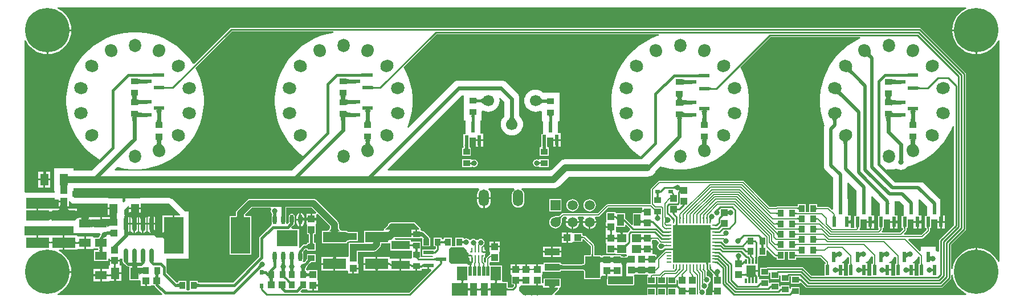
<source format=gtl>
G04*
G04 #@! TF.GenerationSoftware,Altium Limited,Altium Designer,18.1.7 (191)*
G04*
G04 Layer_Physical_Order=1*
G04 Layer_Color=255*
%FSAX25Y25*%
%MOIN*%
G70*
G01*
G75*
%ADD10C,0.01000*%
%ADD14C,0.01181*%
%ADD61R,0.13386X0.06299*%
%ADD62R,0.00800X0.03937*%
%ADD63R,0.11417X0.21260*%
%ADD64R,0.03937X0.03543*%
%ADD65R,0.02362X0.05906*%
%ADD66R,0.03543X0.03937*%
%ADD67R,0.03150X0.01968*%
%ADD68R,0.03937X0.03937*%
%ADD69R,0.05906X0.02362*%
%ADD70O,0.03150X0.00984*%
%ADD71O,0.00984X0.03150*%
%ADD72R,0.22047X0.22047*%
G04:AMPARAMS|DCode=73|XSize=7.87mil|YSize=27.56mil|CornerRadius=0.79mil|HoleSize=0mil|Usage=FLASHONLY|Rotation=180.000|XOffset=0mil|YOffset=0mil|HoleType=Round|Shape=RoundedRectangle|*
%AMROUNDEDRECTD73*
21,1,0.00787,0.02598,0,0,180.0*
21,1,0.00630,0.02756,0,0,180.0*
1,1,0.00158,-0.00315,0.01299*
1,1,0.00158,0.00315,0.01299*
1,1,0.00158,0.00315,-0.01299*
1,1,0.00158,-0.00315,-0.01299*
%
%ADD73ROUNDEDRECTD73*%
%ADD74R,0.03937X0.07087*%
%ADD75R,0.05512X0.04528*%
%ADD76R,0.04724X0.05512*%
%ADD77R,0.12205X0.09449*%
%ADD78O,0.02362X0.05709*%
%ADD79R,0.05118X0.07087*%
%ADD80R,0.01968X0.03150*%
%ADD81R,0.07087X0.05118*%
%ADD82O,0.02362X0.08661*%
%ADD83R,0.03937X0.03937*%
%ADD84R,0.10630X0.05118*%
%ADD85R,0.01181X0.02953*%
%ADD86R,0.05709X0.06890*%
%ADD87R,0.08661X0.03937*%
%ADD88R,0.08661X0.12992*%
G04:AMPARAMS|DCode=89|XSize=7.87mil|YSize=15.75mil|CornerRadius=0.79mil|HoleSize=0mil|Usage=FLASHONLY|Rotation=90.000|XOffset=0mil|YOffset=0mil|HoleType=Round|Shape=RoundedRectangle|*
%AMROUNDEDRECTD89*
21,1,0.00787,0.01417,0,0,90.0*
21,1,0.00630,0.01575,0,0,90.0*
1,1,0.00158,0.00709,0.00315*
1,1,0.00158,0.00709,-0.00315*
1,1,0.00158,-0.00709,-0.00315*
1,1,0.00158,-0.00709,0.00315*
%
%ADD89ROUNDEDRECTD89*%
G04:AMPARAMS|DCode=90|XSize=54.33mil|YSize=17.72mil|CornerRadius=1.77mil|HoleSize=0mil|Usage=FLASHONLY|Rotation=270.000|XOffset=0mil|YOffset=0mil|HoleType=Round|Shape=RoundedRectangle|*
%AMROUNDEDRECTD90*
21,1,0.05433,0.01417,0,0,270.0*
21,1,0.05079,0.01772,0,0,270.0*
1,1,0.00354,-0.00709,-0.02539*
1,1,0.00354,-0.00709,0.02539*
1,1,0.00354,0.00709,0.02539*
1,1,0.00354,0.00709,-0.02539*
%
%ADD90ROUNDEDRECTD90*%
%ADD91R,0.05906X0.08268*%
%ADD92R,0.09449X0.07480*%
%ADD93R,0.04331X0.07480*%
%ADD94C,0.00800*%
%ADD95C,0.01575*%
%ADD96C,0.02362*%
%ADD97C,0.03937*%
%ADD98C,0.03150*%
%ADD99C,0.01968*%
%ADD100O,0.05906X0.09843*%
%ADD101C,0.05906*%
%ADD102R,0.05906X0.05906*%
%ADD103O,0.07087X0.07874*%
G04:AMPARAMS|DCode=104|XSize=70.87mil|YSize=78.74mil|CornerRadius=0mil|HoleSize=0mil|Usage=FLASHONLY|Rotation=25.714|XOffset=0mil|YOffset=0mil|HoleType=Round|Shape=Round|*
%AMOVALD104*
21,1,0.00787,0.07087,0.00000,0.00000,115.7*
1,1,0.07087,0.00171,-0.00355*
1,1,0.07087,-0.00171,0.00355*
%
%ADD104OVALD104*%

G04:AMPARAMS|DCode=105|XSize=70.87mil|YSize=78.74mil|CornerRadius=0mil|HoleSize=0mil|Usage=FLASHONLY|Rotation=51.428|XOffset=0mil|YOffset=0mil|HoleType=Round|Shape=Round|*
%AMOVALD105*
21,1,0.00787,0.07087,0.00000,0.00000,141.4*
1,1,0.07087,0.00308,-0.00246*
1,1,0.07087,-0.00308,0.00246*
%
%ADD105OVALD105*%

G04:AMPARAMS|DCode=106|XSize=70.87mil|YSize=78.74mil|CornerRadius=0mil|HoleSize=0mil|Usage=FLASHONLY|Rotation=77.142|XOffset=0mil|YOffset=0mil|HoleType=Round|Shape=Round|*
%AMOVALD106*
21,1,0.00787,0.07087,0.00000,0.00000,167.1*
1,1,0.07087,0.00384,-0.00088*
1,1,0.07087,-0.00384,0.00088*
%
%ADD106OVALD106*%

G04:AMPARAMS|DCode=107|XSize=70.87mil|YSize=78.74mil|CornerRadius=0mil|HoleSize=0mil|Usage=FLASHONLY|Rotation=102.856|XOffset=0mil|YOffset=0mil|HoleType=Round|Shape=Round|*
%AMOVALD107*
21,1,0.00787,0.07087,0.00000,0.00000,192.9*
1,1,0.07087,0.00384,0.00088*
1,1,0.07087,-0.00384,-0.00088*
%
%ADD107OVALD107*%

G04:AMPARAMS|DCode=108|XSize=70.87mil|YSize=78.74mil|CornerRadius=0mil|HoleSize=0mil|Usage=FLASHONLY|Rotation=128.570|XOffset=0mil|YOffset=0mil|HoleType=Round|Shape=Round|*
%AMOVALD108*
21,1,0.00787,0.07087,0.00000,0.00000,218.6*
1,1,0.07087,0.00308,0.00246*
1,1,0.07087,-0.00308,-0.00246*
%
%ADD108OVALD108*%

G04:AMPARAMS|DCode=109|XSize=70.87mil|YSize=78.74mil|CornerRadius=0mil|HoleSize=0mil|Usage=FLASHONLY|Rotation=154.284|XOffset=0mil|YOffset=0mil|HoleType=Round|Shape=Round|*
%AMOVALD109*
21,1,0.00787,0.07087,0.00000,0.00000,244.3*
1,1,0.07087,0.00171,0.00355*
1,1,0.07087,-0.00171,-0.00355*
%
%ADD109OVALD109*%

%ADD110C,0.06693*%
%ADD111C,0.25984*%
%ADD112C,0.03150*%
G36*
X0497329Y0144382D02*
X0497268Y0144207D01*
X0497255Y0144013D01*
X0497289Y0143799D01*
X0497371Y0143565D01*
X0497501Y0143311D01*
X0497678Y0143036D01*
X0497903Y0142743D01*
X0498175Y0142429D01*
X0498495Y0142095D01*
X0497156Y0140650D01*
X0496824Y0140968D01*
X0496224Y0141457D01*
X0495956Y0141629D01*
X0495708Y0141752D01*
X0495482Y0141827D01*
X0495276Y0141853D01*
X0495092Y0141830D01*
X0494928Y0141759D01*
X0494786Y0141639D01*
X0497437Y0144536D01*
X0497329Y0144382D01*
D02*
G37*
G36*
X0486101Y0135283D02*
X0486033Y0135115D01*
X0486015Y0134927D01*
X0486044Y0134718D01*
X0486122Y0134487D01*
X0486249Y0134236D01*
X0486424Y0133964D01*
X0486648Y0133671D01*
X0486920Y0133357D01*
X0487241Y0133023D01*
X0485836Y0131644D01*
X0485500Y0131966D01*
X0484889Y0132467D01*
X0484614Y0132644D01*
X0484361Y0132774D01*
X0484127Y0132855D01*
X0483915Y0132888D01*
X0483723Y0132872D01*
X0483552Y0132808D01*
X0483401Y0132696D01*
X0486217Y0135429D01*
X0486101Y0135283D01*
D02*
G37*
G36*
X0200169Y0130077D02*
X0200153Y0130149D01*
X0200106Y0130214D01*
X0200027Y0130271D01*
X0199917Y0130321D01*
X0199775Y0130363D01*
X0199602Y0130397D01*
X0199397Y0130424D01*
X0198893Y0130455D01*
X0198594Y0130458D01*
Y0132033D01*
X0198893Y0132037D01*
X0199602Y0132094D01*
X0199775Y0132129D01*
X0199917Y0132170D01*
X0200027Y0132220D01*
X0200106Y0132277D01*
X0200153Y0132342D01*
X0200169Y0132415D01*
Y0130077D01*
D02*
G37*
G36*
X0078014Y0130055D02*
X0077998Y0130128D01*
X0077951Y0130193D01*
X0077872Y0130250D01*
X0077762Y0130300D01*
X0077620Y0130342D01*
X0077447Y0130376D01*
X0077242Y0130403D01*
X0076738Y0130433D01*
X0076439Y0130437D01*
Y0132012D01*
X0076738Y0132016D01*
X0077447Y0132073D01*
X0077620Y0132107D01*
X0077762Y0132149D01*
X0077872Y0132199D01*
X0077951Y0132256D01*
X0077998Y0132321D01*
X0078014Y0132394D01*
Y0130055D01*
D02*
G37*
G36*
X0519019Y0129923D02*
X0519003Y0129996D01*
X0518956Y0130061D01*
X0518877Y0130118D01*
X0518767Y0130168D01*
X0518625Y0130210D01*
X0518452Y0130244D01*
X0518247Y0130271D01*
X0517743Y0130301D01*
X0517444Y0130305D01*
Y0131880D01*
X0517743Y0131884D01*
X0518452Y0131941D01*
X0518625Y0131975D01*
X0518767Y0132017D01*
X0518877Y0132067D01*
X0518956Y0132124D01*
X0519003Y0132189D01*
X0519019Y0132262D01*
Y0129923D01*
D02*
G37*
G36*
X0396971Y0129678D02*
X0396956Y0129751D01*
X0396908Y0129816D01*
X0396830Y0129873D01*
X0396719Y0129922D01*
X0396578Y0129964D01*
X0396404Y0129999D01*
X0396200Y0130025D01*
X0395696Y0130056D01*
X0395396Y0130060D01*
Y0131635D01*
X0395696Y0131639D01*
X0396404Y0131696D01*
X0396578Y0131730D01*
X0396719Y0131772D01*
X0396830Y0131822D01*
X0396908Y0131879D01*
X0396956Y0131944D01*
X0396971Y0132016D01*
Y0129678D01*
D02*
G37*
G36*
X0068499Y0129134D02*
X0068570Y0129036D01*
X0068688Y0128949D01*
X0068854Y0128874D01*
X0069066Y0128810D01*
X0069326Y0128758D01*
X0069633Y0128717D01*
X0070389Y0128671D01*
X0070838Y0128665D01*
Y0126303D01*
X0070389Y0126297D01*
X0069326Y0126211D01*
X0069066Y0126158D01*
X0068854Y0126095D01*
X0068688Y0126020D01*
X0068570Y0125933D01*
X0068499Y0125835D01*
X0068476Y0125725D01*
Y0129244D01*
X0068499Y0129134D01*
D02*
G37*
G36*
X0190578Y0129114D02*
X0190649Y0129024D01*
X0190767Y0128945D01*
X0190932Y0128877D01*
X0191145Y0128819D01*
X0191404Y0128771D01*
X0191712Y0128734D01*
X0192467Y0128692D01*
X0192916Y0128687D01*
Y0126324D01*
X0192467Y0126318D01*
X0191712Y0126268D01*
X0191404Y0126224D01*
X0191145Y0126167D01*
X0190932Y0126098D01*
X0190767Y0126016D01*
X0190649Y0125922D01*
X0190578Y0125815D01*
X0190554Y0125695D01*
Y0129214D01*
X0190578Y0129114D01*
D02*
G37*
G36*
X0509456Y0129002D02*
X0509527Y0128904D01*
X0509645Y0128817D01*
X0509810Y0128742D01*
X0510023Y0128678D01*
X0510282Y0128626D01*
X0510590Y0128586D01*
X0511345Y0128539D01*
X0511794Y0128533D01*
Y0126171D01*
X0511345Y0126165D01*
X0510282Y0126079D01*
X0510023Y0126027D01*
X0509810Y0125963D01*
X0509645Y0125888D01*
X0509527Y0125801D01*
X0509456Y0125703D01*
X0509432Y0125593D01*
Y0129112D01*
X0509456Y0129002D01*
D02*
G37*
G36*
X0387412Y0128716D02*
X0387483Y0128626D01*
X0387601Y0128547D01*
X0387766Y0128478D01*
X0387979Y0128420D01*
X0388239Y0128373D01*
X0388546Y0128336D01*
X0389302Y0128294D01*
X0389751Y0128288D01*
Y0125926D01*
X0389302Y0125920D01*
X0388546Y0125869D01*
X0388239Y0125825D01*
X0387979Y0125769D01*
X0387766Y0125699D01*
X0387601Y0125618D01*
X0387483Y0125523D01*
X0387412Y0125416D01*
X0387388Y0125297D01*
Y0128816D01*
X0387412Y0128716D01*
D02*
G37*
G36*
X0206048Y0124670D02*
X0206079Y0124585D01*
X0206129Y0124510D01*
X0206200Y0124445D01*
X0206291Y0124390D01*
X0206402Y0124345D01*
X0206534Y0124310D01*
X0206686Y0124285D01*
X0206858Y0124270D01*
X0207050Y0124265D01*
Y0123265D01*
X0206858Y0123260D01*
X0206686Y0123245D01*
X0206534Y0123220D01*
X0206402Y0123185D01*
X0206291Y0123140D01*
X0206200Y0123085D01*
X0206129Y0123020D01*
X0206079Y0122945D01*
X0206048Y0122860D01*
X0206038Y0122765D01*
Y0124765D01*
X0206048Y0124670D01*
D02*
G37*
G36*
X0524899Y0124517D02*
X0524929Y0124432D01*
X0524980Y0124357D01*
X0525050Y0124292D01*
X0525142Y0124237D01*
X0525253Y0124192D01*
X0525384Y0124157D01*
X0525536Y0124132D01*
X0525708Y0124117D01*
X0525901Y0124112D01*
Y0123112D01*
X0525708Y0123107D01*
X0525536Y0123092D01*
X0525384Y0123067D01*
X0525253Y0123032D01*
X0525142Y0122987D01*
X0525050Y0122932D01*
X0524980Y0122867D01*
X0524929Y0122792D01*
X0524899Y0122707D01*
X0524889Y0122612D01*
Y0124612D01*
X0524899Y0124517D01*
D02*
G37*
G36*
X0402851Y0124272D02*
X0402881Y0124187D01*
X0402932Y0124112D01*
X0403003Y0124047D01*
X0403094Y0123992D01*
X0403205Y0123947D01*
X0403337Y0123912D01*
X0403488Y0123887D01*
X0403661Y0123872D01*
X0403853Y0123867D01*
Y0122867D01*
X0403661Y0122862D01*
X0403488Y0122847D01*
X0403337Y0122822D01*
X0403205Y0122787D01*
X0403094Y0122742D01*
X0403003Y0122687D01*
X0402932Y0122622D01*
X0402881Y0122547D01*
X0402851Y0122462D01*
X0402841Y0122367D01*
Y0124367D01*
X0402851Y0124272D01*
D02*
G37*
G36*
X0479852Y0122226D02*
X0479777Y0122066D01*
X0479752Y0121883D01*
X0479776Y0121679D01*
X0479849Y0121454D01*
X0479971Y0121207D01*
X0480142Y0120939D01*
X0480363Y0120649D01*
X0480633Y0120338D01*
X0480952Y0120005D01*
X0479472Y0118701D01*
X0479136Y0119024D01*
X0478523Y0119526D01*
X0478246Y0119706D01*
X0477989Y0119838D01*
X0477752Y0119923D01*
X0477535Y0119961D01*
X0477338Y0119952D01*
X0477160Y0119895D01*
X0477002Y0119790D01*
X0479976Y0122366D01*
X0479852Y0122226D01*
D02*
G37*
G36*
X0067704Y0119032D02*
X0068476D01*
X0068329Y0119008D01*
X0068197Y0118937D01*
X0068081Y0118819D01*
X0067980Y0118654D01*
X0067895Y0118441D01*
X0067825Y0118181D01*
X0067782Y0117941D01*
X0067825Y0117701D01*
X0067895Y0117441D01*
X0067980Y0117229D01*
X0068081Y0117063D01*
X0068197Y0116945D01*
X0068329Y0116874D01*
X0068476Y0116851D01*
X0067707D01*
X0067701Y0116669D01*
X0065339D01*
X0065336Y0116851D01*
X0064563D01*
X0064710Y0116874D01*
X0064842Y0116945D01*
X0064959Y0117063D01*
X0065060Y0117229D01*
X0065145Y0117441D01*
X0065215Y0117701D01*
X0065257Y0117941D01*
X0065215Y0118181D01*
X0065145Y0118441D01*
X0065059Y0118654D01*
X0064959Y0118819D01*
X0064842Y0118937D01*
X0064710Y0119008D01*
X0064563Y0119032D01*
X0065332D01*
X0065339Y0119213D01*
X0067701D01*
X0067704Y0119032D01*
D02*
G37*
G36*
X0189786Y0119002D02*
X0190554D01*
X0190407Y0118979D01*
X0190275Y0118908D01*
X0190159Y0118790D01*
X0190058Y0118624D01*
X0189973Y0118412D01*
X0189903Y0118152D01*
X0189882Y0118031D01*
X0189903Y0117911D01*
X0189973Y0117651D01*
X0190058Y0117438D01*
X0190159Y0117273D01*
X0190275Y0117155D01*
X0190407Y0117084D01*
X0190554Y0117060D01*
X0189794D01*
X0189779Y0116640D01*
X0187417D01*
X0187409Y0117060D01*
X0186641D01*
X0186788Y0117084D01*
X0186920Y0117155D01*
X0187037Y0117273D01*
X0187137Y0117438D01*
X0187223Y0117651D01*
X0187293Y0117911D01*
X0187314Y0118031D01*
X0187293Y0118152D01*
X0187223Y0118412D01*
X0187137Y0118624D01*
X0187037Y0118790D01*
X0186920Y0118908D01*
X0186788Y0118979D01*
X0186641Y0119002D01*
X0187401D01*
X0187417Y0119423D01*
X0189779D01*
X0189786Y0119002D01*
D02*
G37*
G36*
X0508662Y0118900D02*
X0509432D01*
X0509285Y0118876D01*
X0509153Y0118805D01*
X0509037Y0118687D01*
X0508936Y0118522D01*
X0508850Y0118309D01*
X0508781Y0118049D01*
X0508748Y0117863D01*
X0508781Y0117675D01*
X0508851Y0117415D01*
X0508937Y0117202D01*
X0509038Y0117037D01*
X0509155Y0116919D01*
X0509288Y0116848D01*
X0509436Y0116824D01*
X0508667D01*
X0508657Y0116537D01*
X0506294D01*
X0506289Y0116824D01*
X0505523D01*
X0505670Y0116848D01*
X0505801Y0116919D01*
X0505916Y0117037D01*
X0506017Y0117202D01*
X0506102Y0117415D01*
X0506171Y0117675D01*
X0506204Y0117861D01*
X0506170Y0118049D01*
X0506101Y0118309D01*
X0506015Y0118522D01*
X0505914Y0118687D01*
X0505798Y0118805D01*
X0505666Y0118876D01*
X0505519Y0118900D01*
X0506284D01*
X0506294Y0119186D01*
X0508657D01*
X0508662Y0118900D01*
D02*
G37*
G36*
X0386619Y0118604D02*
X0387388D01*
X0387241Y0118580D01*
X0387109Y0118509D01*
X0386993Y0118391D01*
X0386892Y0118226D01*
X0386807Y0118013D01*
X0386737Y0117754D01*
X0386708Y0117592D01*
X0386737Y0117431D01*
X0386807Y0117171D01*
X0386892Y0116958D01*
X0386993Y0116793D01*
X0387109Y0116675D01*
X0387241Y0116604D01*
X0387388Y0116580D01*
X0386625D01*
X0386613Y0116242D01*
X0384251D01*
X0384245Y0116580D01*
X0383475D01*
X0383623Y0116604D01*
X0383754Y0116675D01*
X0383871Y0116793D01*
X0383972Y0116958D01*
X0384057Y0117171D01*
X0384127Y0117431D01*
X0384155Y0117592D01*
X0384127Y0117754D01*
X0384057Y0118013D01*
X0383972Y0118226D01*
X0383871Y0118391D01*
X0383754Y0118509D01*
X0383623Y0118580D01*
X0383475Y0118604D01*
X0384238D01*
X0384251Y0118942D01*
X0386613D01*
X0386619Y0118604D01*
D02*
G37*
G36*
X0266460Y0117563D02*
X0266508Y0117429D01*
X0266587Y0117311D01*
X0266698Y0117209D01*
X0266841Y0117122D01*
X0267016Y0117051D01*
X0267222Y0116996D01*
X0267460Y0116957D01*
X0267730Y0116933D01*
X0268031Y0116925D01*
Y0115350D01*
X0267730Y0115342D01*
X0267460Y0115319D01*
X0267222Y0115279D01*
X0267016Y0115224D01*
X0266841Y0115154D01*
X0266698Y0115067D01*
X0266587Y0114965D01*
X0266508Y0114847D01*
X0266460Y0114713D01*
X0266444Y0114563D01*
Y0117713D01*
X0266460Y0117563D01*
D02*
G37*
G36*
X0271235Y0113796D02*
X0270931Y0114092D01*
X0270335Y0114589D01*
X0270042Y0114791D01*
X0269754Y0114962D01*
X0269468Y0115102D01*
X0269186Y0115210D01*
X0268908Y0115288D01*
X0268634Y0115335D01*
X0268363Y0115350D01*
X0268361Y0116925D01*
X0268632Y0116941D01*
X0268906Y0116987D01*
X0269185Y0117065D01*
X0269466Y0117174D01*
X0269751Y0117314D01*
X0270040Y0117485D01*
X0270332Y0117688D01*
X0270628Y0117921D01*
X0270927Y0118186D01*
X0271229Y0118481D01*
X0271235Y0113796D01*
D02*
G37*
G36*
X0190578Y0116980D02*
X0190649Y0116908D01*
X0190767Y0116844D01*
X0190932Y0116788D01*
X0191145Y0116742D01*
X0191404Y0116703D01*
X0192066Y0116653D01*
X0192916Y0116636D01*
Y0114273D01*
X0192467Y0114266D01*
X0191712Y0114207D01*
X0191404Y0114156D01*
X0191145Y0114090D01*
X0190932Y0114010D01*
X0190767Y0113915D01*
X0190649Y0113805D01*
X0190578Y0113680D01*
X0190554Y0113541D01*
Y0117060D01*
X0190578Y0116980D01*
D02*
G37*
G36*
X0068500Y0116815D02*
X0068571Y0116784D01*
X0068689Y0116756D01*
X0068854Y0116732D01*
X0069327Y0116695D01*
X0070838Y0116665D01*
Y0114303D01*
X0070390Y0114293D01*
X0069634Y0114216D01*
X0069327Y0114148D01*
X0069067Y0114060D01*
X0068854Y0113953D01*
X0068689Y0113827D01*
X0068571Y0113681D01*
X0068500Y0113516D01*
X0068476Y0113331D01*
Y0116851D01*
X0068500Y0116815D01*
D02*
G37*
G36*
X0509460Y0116744D02*
X0509530Y0116671D01*
X0509649Y0116607D01*
X0509814Y0116552D01*
X0510027Y0116506D01*
X0510286Y0116467D01*
X0510948Y0116416D01*
X0511798Y0116399D01*
Y0114037D01*
X0511349Y0114030D01*
X0510594Y0113971D01*
X0510286Y0113920D01*
X0510027Y0113854D01*
X0509814Y0113774D01*
X0509649Y0113678D01*
X0509530Y0113568D01*
X0509460Y0113444D01*
X0509436Y0113305D01*
Y0116824D01*
X0509460Y0116744D01*
D02*
G37*
G36*
X0387412Y0116541D02*
X0387483Y0116507D01*
X0387601Y0116476D01*
X0387766Y0116449D01*
X0387979Y0116427D01*
X0388900Y0116384D01*
X0389751Y0116375D01*
Y0114013D01*
X0389302Y0114004D01*
X0388546Y0113927D01*
X0388239Y0113861D01*
X0387979Y0113775D01*
X0387766Y0113670D01*
X0387601Y0113547D01*
X0387483Y0113404D01*
X0387412Y0113242D01*
X0387388Y0113061D01*
Y0116580D01*
X0387412Y0116541D01*
D02*
G37*
G36*
X0083138Y0110563D02*
X0082937Y0110492D01*
X0082760Y0110373D01*
X0082606Y0110207D01*
X0082476Y0109994D01*
X0082370Y0109732D01*
X0082287Y0109424D01*
X0082228Y0109067D01*
X0082193Y0108664D01*
X0082181Y0108213D01*
X0079819D01*
X0079807Y0108664D01*
X0079772Y0109067D01*
X0079713Y0109424D01*
X0079630Y0109732D01*
X0079524Y0109994D01*
X0079394Y0110207D01*
X0079240Y0110373D01*
X0079063Y0110492D01*
X0078862Y0110563D01*
X0078638Y0110587D01*
X0083362D01*
X0083138Y0110563D01*
D02*
G37*
G36*
X0205216Y0110533D02*
X0205015Y0110462D01*
X0204838Y0110343D01*
X0204684Y0110177D01*
X0204554Y0109964D01*
X0204448Y0109702D01*
X0204365Y0109394D01*
X0204306Y0109038D01*
X0204271Y0108634D01*
X0204259Y0108183D01*
X0201897D01*
X0201885Y0108634D01*
X0201850Y0109038D01*
X0201790Y0109394D01*
X0201708Y0109702D01*
X0201602Y0109964D01*
X0201472Y0110177D01*
X0201318Y0110343D01*
X0201141Y0110462D01*
X0200940Y0110533D01*
X0200716Y0110557D01*
X0205440D01*
X0205216Y0110533D01*
D02*
G37*
G36*
X0524113Y0110297D02*
X0523913Y0110226D01*
X0523735Y0110107D01*
X0523582Y0109941D01*
X0523452Y0109727D01*
X0523346Y0109466D01*
X0523263Y0109158D01*
X0523204Y0108801D01*
X0523169Y0108398D01*
X0523157Y0107947D01*
X0520794D01*
X0520783Y0108398D01*
X0520747Y0108801D01*
X0520688Y0109158D01*
X0520606Y0109466D01*
X0520499Y0109727D01*
X0520369Y0109941D01*
X0520216Y0110107D01*
X0520039Y0110226D01*
X0519838Y0110297D01*
X0519613Y0110321D01*
X0524338D01*
X0524113Y0110297D01*
D02*
G37*
G36*
X0402066Y0110273D02*
X0401865Y0110202D01*
X0401688Y0110083D01*
X0401534Y0109917D01*
X0401404Y0109703D01*
X0401298Y0109442D01*
X0401215Y0109134D01*
X0401156Y0108777D01*
X0401121Y0108374D01*
X0401109Y0107923D01*
X0398747D01*
X0398735Y0108374D01*
X0398699Y0108777D01*
X0398640Y0109134D01*
X0398558Y0109442D01*
X0398451Y0109703D01*
X0398322Y0109917D01*
X0398168Y0110083D01*
X0397991Y0110202D01*
X0397790Y0110273D01*
X0397566Y0110297D01*
X0402290D01*
X0402066Y0110273D01*
D02*
G37*
G36*
X0190567Y0110112D02*
X0190638Y0109911D01*
X0190758Y0109734D01*
X0190924Y0109580D01*
X0191138Y0109450D01*
X0191399Y0109344D01*
X0191707Y0109261D01*
X0192063Y0109202D01*
X0192466Y0109167D01*
X0192916Y0109155D01*
Y0106793D01*
X0190554Y0106848D01*
X0190542Y0110336D01*
X0190567Y0110112D01*
D02*
G37*
G36*
X0509448Y0109876D02*
X0509520Y0109675D01*
X0509639Y0109498D01*
X0509806Y0109344D01*
X0510020Y0109214D01*
X0510281Y0109108D01*
X0510589Y0109025D01*
X0510945Y0108966D01*
X0511348Y0108931D01*
X0511798Y0108919D01*
Y0106557D01*
X0509436Y0106612D01*
X0509424Y0110100D01*
X0509448Y0109876D01*
D02*
G37*
G36*
X0266035Y0107669D02*
X0265901Y0107622D01*
X0265783Y0107544D01*
X0265681Y0107433D01*
X0265594Y0107291D01*
X0265523Y0107118D01*
X0265468Y0106914D01*
X0265429Y0106677D01*
X0265405Y0106410D01*
X0265397Y0106110D01*
X0263823D01*
X0263815Y0106410D01*
X0263791Y0106677D01*
X0263752Y0106914D01*
X0263697Y0107118D01*
X0263626Y0107291D01*
X0263539Y0107433D01*
X0263437Y0107544D01*
X0263319Y0107622D01*
X0263185Y0107669D01*
X0263035Y0107685D01*
X0266185D01*
X0266035Y0107669D01*
D02*
G37*
G36*
X0288594Y0107184D02*
X0288629Y0106876D01*
X0288687Y0106577D01*
X0288769Y0106288D01*
X0288873Y0106009D01*
X0289001Y0105738D01*
X0289152Y0105478D01*
X0289326Y0105226D01*
X0289523Y0104984D01*
X0289744Y0104752D01*
X0285059D01*
X0285280Y0104984D01*
X0285477Y0105226D01*
X0285651Y0105478D01*
X0285802Y0105738D01*
X0285930Y0106009D01*
X0286035Y0106288D01*
X0286116Y0106577D01*
X0286174Y0106876D01*
X0286209Y0107184D01*
X0286221Y0107501D01*
X0288583D01*
X0288594Y0107184D01*
D02*
G37*
G36*
X0190407Y0106825D02*
X0190275Y0106754D01*
X0190159Y0106636D01*
X0190058Y0106470D01*
X0189973Y0106258D01*
X0189903Y0105998D01*
X0189848Y0105691D01*
X0189810Y0105336D01*
X0189779Y0104486D01*
X0187417D01*
X0187409Y0104935D01*
X0187347Y0105691D01*
X0187293Y0105998D01*
X0187223Y0106258D01*
X0187137Y0106470D01*
X0187037Y0106636D01*
X0186920Y0106754D01*
X0186788Y0106825D01*
X0186641Y0106848D01*
X0190554D01*
X0190407Y0106825D01*
D02*
G37*
G36*
X0068500Y0109973D02*
X0068571Y0109808D01*
X0068689Y0109662D01*
X0068854Y0109535D01*
X0069067Y0109428D01*
X0069327Y0109341D01*
X0069634Y0109273D01*
X0069988Y0109224D01*
X0070390Y0109195D01*
X0070838Y0109185D01*
Y0106823D01*
X0070390Y0106821D01*
X0068571Y0106705D01*
X0068500Y0106674D01*
X0068476Y0106639D01*
X0068329Y0106615D01*
X0068197Y0106544D01*
X0068081Y0106426D01*
X0067980Y0106261D01*
X0067895Y0106048D01*
X0067825Y0105788D01*
X0067771Y0105481D01*
X0067732Y0105127D01*
X0067701Y0104276D01*
X0065339D01*
X0065331Y0104725D01*
X0065269Y0105481D01*
X0065215Y0105788D01*
X0065145Y0106048D01*
X0065060Y0106261D01*
X0064959Y0106426D01*
X0064842Y0106544D01*
X0064710Y0106615D01*
X0064563Y0106639D01*
X0068476D01*
Y0110158D01*
X0068500Y0109973D01*
D02*
G37*
G36*
X0509289Y0106588D02*
X0509157Y0106518D01*
X0509040Y0106399D01*
X0508940Y0106234D01*
X0508854Y0106021D01*
X0508785Y0105762D01*
X0508730Y0105455D01*
X0508692Y0105100D01*
X0508661Y0104250D01*
X0506298D01*
X0506291Y0104699D01*
X0506229Y0105455D01*
X0506174Y0105762D01*
X0506105Y0106021D01*
X0506019Y0106234D01*
X0505919Y0106399D01*
X0505802Y0106518D01*
X0505670Y0106588D01*
X0505523Y0106612D01*
X0509436D01*
X0509289Y0106588D01*
D02*
G37*
G36*
X0387412Y0109699D02*
X0387483Y0109530D01*
X0387601Y0109381D01*
X0387766Y0109252D01*
X0387979Y0109143D01*
X0388239Y0109054D01*
X0388546Y0108984D01*
X0388900Y0108935D01*
X0389302Y0108905D01*
X0389751Y0108895D01*
Y0106533D01*
X0389302Y0106531D01*
X0387483Y0106427D01*
X0387412Y0106399D01*
X0387388Y0106368D01*
X0387241Y0106344D01*
X0387109Y0106274D01*
X0386993Y0106156D01*
X0386892Y0105990D01*
X0386807Y0105778D01*
X0386737Y0105518D01*
X0386683Y0105211D01*
X0386644Y0104856D01*
X0386613Y0104006D01*
X0384251D01*
X0384243Y0104455D01*
X0384181Y0105211D01*
X0384127Y0105518D01*
X0384057Y0105778D01*
X0383972Y0105990D01*
X0383871Y0106156D01*
X0383754Y0106274D01*
X0383623Y0106344D01*
X0383475Y0106368D01*
X0387388D01*
Y0109887D01*
X0387412Y0109699D01*
D02*
G37*
G36*
X0082189Y0105504D02*
X0082251Y0104748D01*
X0082305Y0104441D01*
X0082375Y0104181D01*
X0082460Y0103968D01*
X0082561Y0103803D01*
X0082677Y0103685D01*
X0082809Y0103614D01*
X0082956Y0103590D01*
X0079044D01*
X0079191Y0103614D01*
X0079323Y0103685D01*
X0079439Y0103803D01*
X0079540Y0103968D01*
X0079625Y0104181D01*
X0079695Y0104441D01*
X0079749Y0104748D01*
X0079788Y0105102D01*
X0079819Y0105953D01*
X0082181D01*
X0082189Y0105504D01*
D02*
G37*
G36*
X0523164Y0105474D02*
X0523226Y0104718D01*
X0523281Y0104411D01*
X0523350Y0104151D01*
X0523436Y0103938D01*
X0523537Y0103773D01*
X0523653Y0103655D01*
X0523785Y0103584D01*
X0523932Y0103560D01*
X0520019D01*
X0520166Y0103584D01*
X0520298Y0103655D01*
X0520414Y0103773D01*
X0520515Y0103938D01*
X0520601Y0104151D01*
X0520670Y0104411D01*
X0520725Y0104718D01*
X0520763Y0105072D01*
X0520794Y0105923D01*
X0523157D01*
X0523164Y0105474D01*
D02*
G37*
G36*
X0204267D02*
X0204329Y0104718D01*
X0204383Y0104411D01*
X0204453Y0104151D01*
X0204538Y0103938D01*
X0204639Y0103773D01*
X0204755Y0103655D01*
X0204887Y0103584D01*
X0205034Y0103560D01*
X0201121D01*
X0201269Y0103584D01*
X0201401Y0103655D01*
X0201517Y0103773D01*
X0201618Y0103938D01*
X0201703Y0104151D01*
X0201773Y0104411D01*
X0201827Y0104718D01*
X0201866Y0105072D01*
X0201897Y0105923D01*
X0204259D01*
X0204267Y0105474D01*
D02*
G37*
G36*
X0401117Y0105473D02*
X0401179Y0104718D01*
X0401233Y0104411D01*
X0401303Y0104151D01*
X0401388Y0103938D01*
X0401489Y0103773D01*
X0401605Y0103655D01*
X0401737Y0103584D01*
X0401884Y0103560D01*
X0397971D01*
X0398119Y0103584D01*
X0398251Y0103655D01*
X0398367Y0103773D01*
X0398468Y0103938D01*
X0398553Y0104151D01*
X0398623Y0104411D01*
X0398677Y0104718D01*
X0398716Y0105072D01*
X0398747Y0105922D01*
X0401109D01*
X0401117Y0105473D01*
D02*
G37*
G36*
X0265401Y0104699D02*
X0265458Y0103991D01*
X0265493Y0103817D01*
X0265535Y0103676D01*
X0265584Y0103566D01*
X0265642Y0103487D01*
X0265707Y0103439D01*
X0265779Y0103424D01*
X0263441D01*
X0263513Y0103439D01*
X0263578Y0103487D01*
X0263636Y0103566D01*
X0263685Y0103676D01*
X0263727Y0103817D01*
X0263761Y0103991D01*
X0263788Y0104195D01*
X0263819Y0104699D01*
X0263823Y0104999D01*
X0265397D01*
X0265401Y0104699D01*
D02*
G37*
G36*
X0477965Y0105817D02*
X0477799Y0105742D01*
X0477652Y0105622D01*
X0477525Y0105457D01*
X0477417Y0105247D01*
X0477329Y0104993D01*
X0477261Y0104694D01*
X0477212Y0104350D01*
X0477182Y0103962D01*
X0477173Y0103528D01*
X0475204Y0103359D01*
X0475194Y0103807D01*
X0475116Y0104560D01*
X0475048Y0104864D01*
X0474960Y0105120D01*
X0474852Y0105328D01*
X0474725Y0105488D01*
X0474578Y0105600D01*
X0474411Y0105664D01*
X0474225Y0105679D01*
X0478151Y0105848D01*
X0477965Y0105817D01*
D02*
G37*
G36*
X0373326Y0154361D02*
X0372266Y0154040D01*
X0368617Y0152528D01*
X0365133Y0150666D01*
X0361849Y0148471D01*
X0358795Y0145966D01*
X0356002Y0143172D01*
X0353496Y0140119D01*
X0351302Y0136835D01*
X0349440Y0133351D01*
X0347928Y0129702D01*
X0346782Y0125922D01*
X0346011Y0122047D01*
X0345624Y0118116D01*
Y0114166D01*
X0346011Y0110235D01*
X0346782Y0106361D01*
X0347928Y0102581D01*
X0349440Y0098932D01*
X0351302Y0095448D01*
X0353496Y0092164D01*
X0356002Y0089110D01*
X0358795Y0086317D01*
X0361849Y0083811D01*
X0363603Y0082639D01*
X0363371Y0081874D01*
X0318568D01*
X0318568Y0081874D01*
X0317231Y0081698D01*
X0315986Y0081182D01*
X0314917Y0080362D01*
X0314917Y0080362D01*
X0309622Y0075066D01*
X0214921D01*
X0214615Y0075805D01*
X0258064Y0119254D01*
X0259382D01*
Y0111216D01*
Y0104524D01*
X0260279D01*
Y0103640D01*
X0260268Y0103576D01*
X0260274Y0103500D01*
X0260264Y0103424D01*
X0260279Y0103308D01*
Y0096555D01*
X0259089D01*
Y0090232D01*
X0259066Y0090200D01*
X0259069Y0090105D01*
X0259051Y0090062D01*
X0259089Y0089450D01*
X0259180Y0089167D01*
X0258686Y0088510D01*
X0258301D01*
Y0083766D01*
X0263438D01*
Y0088510D01*
X0263060D01*
X0262562Y0089175D01*
X0262651Y0089450D01*
X0262688Y0090062D01*
X0262671Y0090105D01*
X0262674Y0090200D01*
X0262651Y0090232D01*
Y0094381D01*
X0266169D01*
Y0093503D01*
X0268350D01*
X0270531D01*
Y0096955D01*
X0268941D01*
Y0103308D01*
X0268956Y0103424D01*
X0268946Y0103500D01*
X0268952Y0103576D01*
X0268941Y0103640D01*
Y0104524D01*
X0269618D01*
Y0110009D01*
X0270418Y0110488D01*
X0271124Y0110111D01*
X0272349Y0109740D01*
X0273622Y0109614D01*
X0274896Y0109740D01*
X0276120Y0110111D01*
X0277249Y0110714D01*
X0278238Y0111526D01*
X0279049Y0112515D01*
X0279653Y0113644D01*
X0280024Y0114868D01*
X0280150Y0116142D01*
X0280027Y0117389D01*
X0280072Y0117441D01*
X0280742Y0117805D01*
X0283033Y0115514D01*
Y0107376D01*
X0283032Y0107359D01*
X0283022Y0107312D01*
X0283012Y0107276D01*
X0283001Y0107246D01*
X0282987Y0107216D01*
X0282967Y0107181D01*
X0282937Y0107139D01*
X0282894Y0107086D01*
X0282812Y0106999D01*
X0282786Y0106978D01*
X0281974Y0105989D01*
X0281371Y0104860D01*
X0280999Y0103636D01*
X0280874Y0102362D01*
X0280999Y0101089D01*
X0281371Y0099864D01*
X0281974Y0098736D01*
X0282786Y0097747D01*
X0283775Y0096935D01*
X0284904Y0096332D01*
X0286128Y0095960D01*
X0287402Y0095835D01*
X0288675Y0095960D01*
X0289899Y0096332D01*
X0291028Y0096935D01*
X0292017Y0097747D01*
X0292829Y0098736D01*
X0293432Y0099864D01*
X0293804Y0101089D01*
X0293929Y0102362D01*
X0293804Y0103636D01*
X0293432Y0104860D01*
X0292829Y0105989D01*
X0292017Y0106978D01*
X0291991Y0106999D01*
X0291909Y0107086D01*
X0291866Y0107139D01*
X0291836Y0107181D01*
X0291816Y0107216D01*
X0291802Y0107246D01*
X0291791Y0107276D01*
X0291781Y0107312D01*
X0291772Y0107359D01*
X0291770Y0107376D01*
Y0117323D01*
X0291621Y0118453D01*
X0291184Y0119507D01*
X0290490Y0120412D01*
X0284191Y0126711D01*
X0283286Y0127405D01*
X0282233Y0127841D01*
X0281102Y0127990D01*
X0256254D01*
X0255124Y0127841D01*
X0254070Y0127405D01*
X0253166Y0126711D01*
X0226823Y0100368D01*
X0226145Y0100822D01*
X0226874Y0102581D01*
X0228021Y0106361D01*
X0228791Y0110235D01*
X0229178Y0114166D01*
Y0118116D01*
X0228791Y0122047D01*
X0228021Y0125922D01*
X0226874Y0129702D01*
X0225362Y0133351D01*
X0224039Y0135827D01*
X0243365Y0155152D01*
X0373209D01*
X0373326Y0154361D01*
D02*
G37*
G36*
X0484239Y0092877D02*
X0484073Y0092787D01*
X0483926Y0092650D01*
X0483799Y0092466D01*
X0483692Y0092235D01*
X0483604Y0091958D01*
X0483535Y0091633D01*
X0483487Y0091262D01*
X0483457Y0090844D01*
X0483448Y0090380D01*
X0481479Y0090200D01*
X0481469Y0090658D01*
X0481391Y0091423D01*
X0481322Y0091731D01*
X0481234Y0091988D01*
X0481126Y0092194D01*
X0480999Y0092350D01*
X0480852Y0092456D01*
X0480686Y0092511D01*
X0480500Y0092516D01*
X0484424Y0092921D01*
X0484239Y0092877D01*
D02*
G37*
G36*
X0401737Y0093324D02*
X0401605Y0093253D01*
X0401489Y0093135D01*
X0401388Y0092970D01*
X0401303Y0092757D01*
X0401233Y0092498D01*
X0401179Y0092190D01*
X0401151Y0091935D01*
X0401214Y0091258D01*
X0401297Y0090850D01*
X0401402Y0090502D01*
X0401531Y0090215D01*
X0401683Y0089988D01*
X0401859Y0089822D01*
X0402059Y0089715D01*
X0402281Y0089669D01*
X0397574Y0089988D01*
X0397797Y0090004D01*
X0397996Y0090082D01*
X0398172Y0090223D01*
X0398324Y0090427D01*
X0398453Y0090693D01*
X0398559Y0091023D01*
X0398641Y0091415D01*
X0398700Y0091870D01*
X0398701Y0091893D01*
X0398677Y0092190D01*
X0398623Y0092498D01*
X0398553Y0092757D01*
X0398468Y0092970D01*
X0398367Y0093135D01*
X0398251Y0093253D01*
X0398119Y0093324D01*
X0397971Y0093348D01*
X0401884D01*
X0401737Y0093324D01*
D02*
G37*
G36*
X0082815Y0093354D02*
X0082688Y0093284D01*
X0082576Y0093165D01*
X0082480Y0093000D01*
X0082398Y0092788D01*
X0082331Y0092528D01*
X0082278Y0092221D01*
X0082251Y0091959D01*
X0082317Y0091258D01*
X0082399Y0090850D01*
X0082504Y0090502D01*
X0082633Y0090215D01*
X0082786Y0089988D01*
X0082962Y0089822D01*
X0083161Y0089715D01*
X0083384Y0089669D01*
X0078676Y0089988D01*
X0078899Y0090004D01*
X0079098Y0090082D01*
X0079274Y0090223D01*
X0079427Y0090427D01*
X0079556Y0090693D01*
X0079661Y0091023D01*
X0079743Y0091415D01*
X0079802Y0091870D01*
X0079804Y0091898D01*
X0079777Y0092221D01*
X0079720Y0092528D01*
X0079648Y0092788D01*
X0079559Y0093000D01*
X0079454Y0093165D01*
X0079334Y0093284D01*
X0079197Y0093354D01*
X0079044Y0093378D01*
X0082956D01*
X0082815Y0093354D01*
D02*
G37*
G36*
X0523785Y0093325D02*
X0523653Y0093254D01*
X0523537Y0093136D01*
X0523436Y0092970D01*
X0523350Y0092758D01*
X0523281Y0092498D01*
X0523226Y0092191D01*
X0523198Y0091935D01*
X0523262Y0091258D01*
X0523344Y0090850D01*
X0523450Y0090502D01*
X0523579Y0090215D01*
X0523731Y0089988D01*
X0523907Y0089821D01*
X0524106Y0089715D01*
X0524329Y0089669D01*
X0519622Y0089989D01*
X0519844Y0090004D01*
X0520044Y0090083D01*
X0520220Y0090224D01*
X0520372Y0090427D01*
X0520501Y0090694D01*
X0520607Y0091023D01*
X0520689Y0091415D01*
X0520748Y0091870D01*
X0520749Y0091893D01*
X0520725Y0092191D01*
X0520670Y0092498D01*
X0520601Y0092758D01*
X0520515Y0092970D01*
X0520414Y0093136D01*
X0520298Y0093254D01*
X0520166Y0093325D01*
X0520019Y0093348D01*
X0523932D01*
X0523785Y0093325D01*
D02*
G37*
G36*
X0204887D02*
X0204755Y0093254D01*
X0204639Y0093136D01*
X0204538Y0092970D01*
X0204453Y0092758D01*
X0204383Y0092498D01*
X0204329Y0092191D01*
X0204301Y0091935D01*
X0204364Y0091257D01*
X0204447Y0090850D01*
X0204552Y0090502D01*
X0204681Y0090215D01*
X0204833Y0089988D01*
X0205009Y0089821D01*
X0205209Y0089715D01*
X0205431Y0089669D01*
X0200724Y0089989D01*
X0200947Y0090004D01*
X0201146Y0090082D01*
X0201322Y0090223D01*
X0201474Y0090427D01*
X0201604Y0090694D01*
X0201709Y0091023D01*
X0201791Y0091415D01*
X0201850Y0091870D01*
X0201852Y0091893D01*
X0201827Y0092191D01*
X0201773Y0092498D01*
X0201703Y0092758D01*
X0201618Y0092970D01*
X0201517Y0093136D01*
X0201401Y0093254D01*
X0201269Y0093325D01*
X0201121Y0093348D01*
X0205034D01*
X0204887Y0093325D01*
D02*
G37*
G36*
X0261966Y0090046D02*
X0261901Y0089999D01*
X0261844Y0089920D01*
X0261795Y0089810D01*
X0261753Y0089668D01*
X0261718Y0089495D01*
X0261692Y0089290D01*
X0261677Y0089043D01*
X0261689Y0088905D01*
X0261728Y0088669D01*
X0261783Y0088464D01*
X0261854Y0088291D01*
X0261941Y0088149D01*
X0262043Y0088039D01*
X0262161Y0087960D01*
X0262295Y0087913D01*
X0262445Y0087897D01*
X0259295D01*
X0259445Y0087913D01*
X0259578Y0087960D01*
X0259697Y0088039D01*
X0259799Y0088149D01*
X0259886Y0088291D01*
X0259957Y0088464D01*
X0260012Y0088669D01*
X0260051Y0088905D01*
X0260060Y0089012D01*
X0260021Y0089495D01*
X0259987Y0089668D01*
X0259945Y0089810D01*
X0259895Y0089920D01*
X0259838Y0089999D01*
X0259773Y0090046D01*
X0259701Y0090062D01*
X0262039D01*
X0261966Y0090046D01*
D02*
G37*
G36*
X0491243Y0152768D02*
X0490664Y0152528D01*
X0487180Y0150666D01*
X0483896Y0148472D01*
X0480843Y0145966D01*
X0478050Y0143173D01*
X0475544Y0140119D01*
X0473349Y0136835D01*
X0471487Y0133351D01*
X0469976Y0129702D01*
X0468829Y0125922D01*
X0468058Y0122048D01*
X0467671Y0118117D01*
Y0114167D01*
X0468058Y0110236D01*
X0468829Y0106361D01*
X0469976Y0102582D01*
X0470375Y0101618D01*
X0469988Y0100686D01*
X0469846Y0099606D01*
Y0078341D01*
X0469988Y0077262D01*
X0470405Y0076257D01*
X0471067Y0075393D01*
X0475358Y0071102D01*
Y0058661D01*
X0475197D01*
Y0055643D01*
X0475182Y0055540D01*
X0475184Y0055520D01*
X0475182Y0055500D01*
X0475197Y0055384D01*
Y0052487D01*
X0474458Y0052181D01*
X0472966Y0053673D01*
X0472635Y0053894D01*
X0472245Y0053972D01*
X0466226D01*
X0466160Y0054001D01*
X0466028Y0054005D01*
X0465955Y0054011D01*
Y0055521D01*
X0461211D01*
Y0051003D01*
X0459262D01*
Y0055521D01*
X0454518D01*
Y0054114D01*
X0454448Y0054107D01*
X0454314Y0054104D01*
X0454247Y0054074D01*
X0442398D01*
X0442008Y0053997D01*
X0441971Y0053972D01*
X0438174D01*
X0423188Y0068957D01*
X0422857Y0069178D01*
X0422467Y0069256D01*
X0373628D01*
X0373238Y0069178D01*
X0372907Y0068957D01*
X0368803Y0064852D01*
X0368582Y0064522D01*
X0368504Y0064131D01*
Y0055516D01*
X0368433Y0055429D01*
X0343189D01*
X0342799Y0055351D01*
X0342468Y0055130D01*
X0337522Y0050184D01*
X0317144D01*
X0316753Y0050107D01*
X0316423Y0049886D01*
X0315550Y0049013D01*
X0315493Y0048995D01*
X0315378Y0048898D01*
X0315268Y0048830D01*
X0315116Y0048761D01*
X0314921Y0048694D01*
X0314684Y0048633D01*
X0314406Y0048582D01*
X0314095Y0048543D01*
X0313333Y0048499D01*
X0312900Y0048497D01*
X0312847Y0048475D01*
X0311946Y0048356D01*
X0311082Y0047998D01*
X0310340Y0047429D01*
X0309770Y0046686D01*
X0309412Y0045822D01*
X0309290Y0044895D01*
X0309412Y0043967D01*
X0309770Y0043103D01*
X0310340Y0042361D01*
X0311082Y0041791D01*
X0311946Y0041433D01*
X0312874Y0041311D01*
X0313801Y0041433D01*
X0314665Y0041791D01*
X0315407Y0042361D01*
X0315977Y0043103D01*
X0316335Y0043967D01*
X0316453Y0044868D01*
X0316476Y0044921D01*
X0316478Y0045354D01*
X0316522Y0046116D01*
X0316561Y0046427D01*
X0316612Y0046705D01*
X0316672Y0046942D01*
X0316739Y0047137D01*
X0316809Y0047290D01*
X0316877Y0047400D01*
X0316974Y0047514D01*
X0316992Y0047571D01*
X0317566Y0048145D01*
X0319378D01*
X0319772Y0047345D01*
X0319421Y0046887D01*
X0319022Y0045926D01*
X0318952Y0045394D01*
X0322873D01*
X0326795D01*
X0326725Y0045926D01*
X0326326Y0046887D01*
X0325975Y0047345D01*
X0326369Y0048145D01*
X0329378D01*
X0329773Y0047345D01*
X0329421Y0046886D01*
X0329023Y0045925D01*
X0328952Y0045393D01*
X0332874D01*
X0336794D01*
X0336724Y0045925D01*
X0336326Y0046886D01*
X0335974Y0047345D01*
X0336369Y0048145D01*
X0337944D01*
X0338334Y0048223D01*
X0338665Y0048444D01*
X0343611Y0053390D01*
X0363520D01*
Y0051074D01*
X0363324Y0050356D01*
X0358187D01*
Y0043625D01*
X0357448Y0043319D01*
X0353761Y0047005D01*
X0353481Y0047192D01*
Y0050356D01*
X0348344D01*
X0347903Y0050931D01*
Y0050931D01*
X0342766D01*
Y0045832D01*
X0342766Y0045794D01*
X0342674Y0045031D01*
X0342366D01*
Y0042563D01*
X0342531D01*
D01*
X0342694Y0042566D01*
X0342969Y0042594D01*
X0343081Y0042619D01*
X0343175Y0042650D01*
X0343252Y0042688D01*
X0343312Y0042733D01*
X0343355Y0042785D01*
X0343381Y0042844D01*
X0343390Y0042910D01*
Y0042563D01*
X0345334D01*
Y0041563D01*
X0343390D01*
Y0041216D01*
X0343381Y0041282D01*
X0343355Y0041341D01*
X0343312Y0041393D01*
X0343252Y0041438D01*
X0343175Y0041476D01*
X0343081Y0041508D01*
X0342969Y0041532D01*
X0342840Y0041549D01*
X0342694Y0041559D01*
X0342531Y0041563D01*
X0342366D01*
Y0039273D01*
X0342366Y0039094D01*
Y0038473D01*
X0342366Y0038295D01*
Y0036004D01*
X0345334D01*
Y0035004D01*
X0342366D01*
Y0032536D01*
X0342674D01*
X0342766Y0031774D01*
X0342766D01*
Y0026637D01*
X0347903D01*
X0348148Y0026341D01*
Y0026341D01*
X0354138D01*
X0354565Y0025718D01*
X0354565Y0025663D01*
Y0025153D01*
X0354544Y0025116D01*
X0354532Y0025009D01*
X0354527Y0024997D01*
X0354513Y0024978D01*
X0354467Y0024939D01*
X0354368Y0024884D01*
X0354208Y0024825D01*
X0353989Y0024771D01*
X0353712Y0024729D01*
X0353381Y0024702D01*
X0352998Y0024693D01*
X0352598Y0024700D01*
X0352246Y0024722D01*
X0351948Y0024756D01*
X0351706Y0024801D01*
X0351526Y0024851D01*
X0351411Y0024900D01*
X0351390Y0024913D01*
X0351390Y0024917D01*
X0351360Y0024966D01*
X0351360Y0025431D01*
X0350748Y0025468D01*
X0350722Y0025458D01*
X0350650Y0025461D01*
X0350600Y0025431D01*
X0350560Y0025431D01*
X0346985D01*
X0346938Y0025460D01*
X0346862Y0025457D01*
X0346835Y0025468D01*
X0346223Y0025431D01*
X0345462D01*
X0344850Y0025468D01*
X0344823Y0025457D01*
X0344747Y0025460D01*
X0344700Y0025431D01*
X0341125D01*
X0341088Y0025431D01*
X0341040Y0025460D01*
X0340964Y0025457D01*
X0340937Y0025468D01*
X0340325Y0025431D01*
X0340060Y0025345D01*
X0339431Y0025596D01*
X0338819Y0025633D01*
X0338798Y0025625D01*
X0338734Y0025628D01*
X0338679Y0025596D01*
X0335580D01*
X0335554Y0025942D01*
X0335549Y0026342D01*
X0335520Y0026412D01*
Y0031228D01*
X0335442Y0031618D01*
X0335221Y0031949D01*
X0330449Y0036721D01*
X0330118Y0036942D01*
X0329728Y0037020D01*
X0328868D01*
X0328801Y0037049D01*
X0328669Y0037053D01*
X0328596Y0037059D01*
Y0038568D01*
X0323497D01*
X0323459Y0038568D01*
X0322697Y0038660D01*
Y0038969D01*
X0320228D01*
Y0036000D01*
Y0033031D01*
X0322697D01*
Y0033340D01*
X0323459Y0033432D01*
X0323497Y0033432D01*
X0328596D01*
Y0034763D01*
X0329396Y0034890D01*
X0333480Y0030806D01*
Y0026417D01*
X0333451Y0026350D01*
X0333435Y0025596D01*
X0329569D01*
Y0020971D01*
X0329548Y0020931D01*
X0329532Y0020783D01*
X0329514Y0020731D01*
X0329483Y0020685D01*
X0329420Y0020627D01*
X0329307Y0020558D01*
X0329131Y0020487D01*
X0328892Y0020423D01*
X0328592Y0020373D01*
X0328233Y0020342D01*
X0327802Y0020330D01*
X0327770Y0020316D01*
X0317613D01*
X0317583Y0020330D01*
X0316756Y0020360D01*
X0316446Y0020394D01*
X0316188Y0020440D01*
X0315993Y0020492D01*
X0315866Y0020543D01*
X0315837Y0020561D01*
X0315809Y0020607D01*
X0315809Y0021068D01*
X0315197Y0021106D01*
X0315170Y0021095D01*
X0315094Y0021098D01*
X0315046Y0021068D01*
X0315009Y0021068D01*
X0305947D01*
Y0020368D01*
X0305197Y0020248D01*
X0305147Y0020248D01*
X0302728D01*
Y0019427D01*
X0302772Y0019354D01*
X0302824Y0019297D01*
X0302884Y0019256D01*
X0302952Y0019232D01*
X0303028Y0019224D01*
X0302728D01*
Y0017279D01*
X0301728D01*
Y0019224D01*
X0301428D01*
X0301504Y0019232D01*
X0301572Y0019256D01*
X0301632Y0019297D01*
X0301684Y0019354D01*
X0301728Y0019427D01*
Y0020248D01*
X0299497D01*
X0298697Y0020248D01*
X0298460Y0020248D01*
X0296228D01*
Y0017279D01*
X0295228D01*
Y0020248D01*
X0293497D01*
X0292760Y0020248D01*
X0291960Y0020248D01*
X0290228D01*
Y0019427D01*
X0290272Y0019354D01*
X0290324Y0019297D01*
X0290384Y0019256D01*
X0290452Y0019232D01*
X0290528Y0019224D01*
X0290228D01*
Y0017279D01*
X0289728D01*
Y0016780D01*
X0286760D01*
Y0014311D01*
X0287069D01*
X0287160Y0013549D01*
X0287160Y0013511D01*
Y0008412D01*
X0288544D01*
X0288548Y0008396D01*
X0288564Y0008302D01*
X0288575Y0008177D01*
X0288579Y0008007D01*
X0288607Y0007945D01*
Y0007626D01*
X0287614Y0006633D01*
X0285437D01*
X0285375Y0006661D01*
X0285203Y0006666D01*
X0285075Y0006677D01*
X0284979Y0006692D01*
X0284970Y0006695D01*
Y0009852D01*
X0282268D01*
X0281624Y0010227D01*
Y0019694D01*
X0274518D01*
X0274366Y0020432D01*
Y0021023D01*
X0274660Y0021701D01*
X0279797D01*
Y0026800D01*
X0279797Y0026838D01*
X0279888Y0027600D01*
X0280197D01*
Y0030068D01*
X0277228D01*
X0274260D01*
Y0027600D01*
X0274569D01*
X0274660Y0026838D01*
X0274660Y0026800D01*
Y0025901D01*
X0274613Y0025900D01*
X0274478Y0025841D01*
X0274236Y0025792D01*
X0273905Y0025571D01*
X0272625Y0024292D01*
X0272405Y0023961D01*
X0272327Y0023571D01*
Y0021487D01*
X0271527Y0021245D01*
X0271508Y0021272D01*
X0270960Y0021820D01*
Y0024312D01*
X0271043D01*
X0271308Y0024365D01*
X0271533Y0024515D01*
X0271683Y0024739D01*
X0271735Y0025004D01*
Y0025634D01*
X0271683Y0025899D01*
X0271533Y0026123D01*
Y0026123D01*
X0271684Y0026300D01*
X0271821Y0026392D01*
X0272059Y0026748D01*
X0272106Y0026984D01*
X0270335D01*
Y0027984D01*
X0272106D01*
X0272059Y0028220D01*
X0271821Y0028577D01*
X0271464Y0028815D01*
X0271356Y0028837D01*
Y0029768D01*
X0271272Y0030189D01*
X0271034Y0030545D01*
X0270924Y0030619D01*
X0270832Y0030957D01*
X0270774Y0031419D01*
X0270798Y0031576D01*
X0271182Y0032151D01*
X0271351Y0033000D01*
X0271182Y0033849D01*
X0270702Y0034568D01*
X0269982Y0035049D01*
X0269134Y0035217D01*
X0268285Y0035049D01*
X0267566Y0034568D01*
X0267469Y0034423D01*
X0266507D01*
X0266410Y0034568D01*
X0265691Y0035049D01*
X0264843Y0035217D01*
X0263994Y0035049D01*
X0263275Y0034568D01*
X0262350Y0034624D01*
X0262201Y0034847D01*
X0261482Y0035328D01*
X0260633Y0035497D01*
X0259785Y0035328D01*
X0259737Y0035296D01*
X0258937Y0035723D01*
Y0035848D01*
X0254193D01*
Y0030976D01*
X0252244D01*
Y0035848D01*
X0247501D01*
Y0035252D01*
X0246969Y0034940D01*
X0246437Y0035252D01*
Y0035848D01*
X0241693D01*
Y0030711D01*
X0242882D01*
X0242884Y0030702D01*
X0242900Y0030606D01*
X0242911Y0030478D01*
X0242916Y0030306D01*
X0242944Y0030244D01*
Y0029469D01*
X0242688Y0029213D01*
X0242031Y0028864D01*
Y0028864D01*
X0242031Y0028864D01*
X0234926D01*
Y0025302D01*
X0241032D01*
X0241424Y0024994D01*
X0241615Y0024511D01*
X0241613Y0024494D01*
X0241593Y0024464D01*
X0234047D01*
Y0028273D01*
X0234047Y0028273D01*
Y0028837D01*
X0234047D01*
X0234047Y0029073D01*
Y0033580D01*
X0228910D01*
Y0033580D01*
X0228134Y0033637D01*
Y0034569D01*
X0219221D01*
X0218811Y0035368D01*
X0218965Y0035583D01*
X0228510D01*
X0228708Y0035665D01*
X0228910Y0035530D01*
Y0035530D01*
X0234047D01*
Y0035530D01*
X0234808Y0035437D01*
X0235001Y0035244D01*
Y0030711D01*
X0239744D01*
Y0035848D01*
X0239107D01*
X0239050Y0036136D01*
X0238656Y0036725D01*
X0236196Y0039186D01*
X0235607Y0039579D01*
X0234988Y0039702D01*
X0234918Y0039732D01*
X0234648Y0039735D01*
X0234625Y0039736D01*
X0234047Y0040273D01*
X0233859Y0040995D01*
Y0041016D01*
X0233909Y0041135D01*
X0233859Y0041254D01*
Y0041384D01*
X0233768Y0041475D01*
X0233718Y0041594D01*
X0230586Y0044727D01*
X0230127Y0044917D01*
X0216665Y0044917D01*
X0216206Y0044727D01*
X0216195Y0044715D01*
X0216029Y0044682D01*
X0215310Y0044202D01*
X0214829Y0043482D01*
X0214796Y0043317D01*
X0212826Y0041346D01*
X0212776Y0041227D01*
X0212685Y0041136D01*
Y0041006D01*
X0212635Y0040887D01*
X0212685Y0040768D01*
Y0040639D01*
X0212073Y0040025D01*
X0200926D01*
Y0032815D01*
X0194606D01*
X0194438Y0032793D01*
X0192038D01*
Y0030393D01*
X0192016Y0030224D01*
Y0024856D01*
X0191289Y0024677D01*
X0191216Y0024677D01*
X0184392D01*
X0184429Y0024294D01*
X0184463Y0024127D01*
X0184508Y0023986D01*
X0184563Y0023871D01*
X0184627Y0023781D01*
X0184702Y0023717D01*
X0184786Y0023678D01*
X0184880Y0023665D01*
X0184097D01*
Y0020528D01*
Y0016378D01*
X0190838D01*
X0191289Y0016378D01*
X0191638Y0015722D01*
Y0014756D01*
X0194106D01*
Y0017724D01*
X0194606D01*
Y0018224D01*
X0197575D01*
Y0020693D01*
X0197266D01*
X0197175Y0021455D01*
X0197175Y0021493D01*
Y0023855D01*
X0197197Y0024024D01*
Y0027634D01*
X0206512D01*
X0207182Y0027722D01*
X0207807Y0027981D01*
X0208344Y0028392D01*
X0210051Y0030099D01*
X0210462Y0030636D01*
X0210721Y0031261D01*
X0210809Y0031931D01*
Y0032526D01*
X0215512D01*
Y0032526D01*
X0216304Y0032507D01*
Y0028250D01*
X0228119D01*
X0228134Y0028250D01*
X0228910Y0028193D01*
Y0024195D01*
X0228534Y0023551D01*
X0228167Y0023551D01*
X0222719D01*
Y0019992D01*
Y0016433D01*
X0228534D01*
Y0016437D01*
X0230978D01*
Y0019209D01*
X0231979D01*
Y0016437D01*
X0234447D01*
Y0016654D01*
X0234526Y0017421D01*
X0235247Y0017421D01*
X0237979D01*
Y0019602D01*
X0238979D01*
Y0017421D01*
X0239981D01*
X0240287Y0016682D01*
X0227254Y0003649D01*
X0164330D01*
X0163725Y0004426D01*
X0163736Y0004620D01*
X0164358Y0005199D01*
X0164606Y0005398D01*
X0164824Y0005550D01*
X0164906Y0005597D01*
X0165397D01*
X0165464Y0005562D01*
X0165516Y0005579D01*
X0165569Y0005561D01*
X0165640Y0005597D01*
X0167622Y0005597D01*
X0168128Y0005007D01*
Y0004910D01*
X0170597D01*
Y0007878D01*
X0171097D01*
Y0008378D01*
X0173041D01*
Y0008878D01*
X0173051Y0008783D01*
X0173082Y0008698D01*
X0173132Y0008623D01*
X0173203Y0008558D01*
X0173294Y0008503D01*
X0173405Y0008458D01*
X0173537Y0008423D01*
X0173689Y0008398D01*
X0173861Y0008383D01*
X0174053Y0008378D01*
X0174065D01*
Y0010847D01*
X0173756D01*
X0173665Y0011609D01*
X0173665Y0011647D01*
Y0016746D01*
X0168528D01*
Y0016746D01*
X0168075Y0016496D01*
X0167622Y0016746D01*
Y0016746D01*
X0167356D01*
X0167173Y0016884D01*
X0167163Y0016894D01*
X0167055Y0017080D01*
X0166936Y0017496D01*
X0166940Y0017567D01*
X0167299Y0018104D01*
X0167466Y0018946D01*
X0167473Y0018961D01*
X0167475Y0019009D01*
X0167478Y0019024D01*
X0167487Y0019054D01*
X0167506Y0019098D01*
X0167536Y0019156D01*
X0167579Y0019226D01*
X0167631Y0019299D01*
X0167798Y0019496D01*
X0167900Y0019603D01*
X0167921Y0019654D01*
X0168730Y0020463D01*
X0168779Y0020481D01*
X0169371Y0021031D01*
X0169609Y0021222D01*
X0169822Y0021370D01*
X0169978Y0021459D01*
X0170549D01*
X0170622Y0021436D01*
X0170665Y0021459D01*
X0170674D01*
X0170718Y0021452D01*
X0170728Y0021459D01*
X0172665D01*
Y0026202D01*
X0167528D01*
Y0024197D01*
X0167505Y0024151D01*
X0167522Y0024097D01*
X0167505Y0024044D01*
X0167528Y0024000D01*
Y0023480D01*
X0167487Y0023408D01*
X0167339Y0023197D01*
X0166867Y0022644D01*
X0166560Y0022326D01*
X0166540Y0022275D01*
X0166494Y0022246D01*
X0166490Y0022224D01*
X0165908Y0021643D01*
X0165859Y0021624D01*
X0165732Y0021506D01*
X0165486Y0021507D01*
X0165092Y0022194D01*
X0165093Y0022248D01*
X0165106Y0022329D01*
X0165274Y0022581D01*
X0165413Y0023276D01*
Y0026622D01*
X0165274Y0027317D01*
X0165119Y0027549D01*
X0166654Y0029084D01*
X0166830Y0029080D01*
X0167055Y0029060D01*
X0167237Y0029030D01*
X0167374Y0028993D01*
X0167463Y0028957D01*
X0167501Y0028934D01*
X0167506Y0028880D01*
X0167528Y0028840D01*
Y0028152D01*
X0172665D01*
Y0032895D01*
X0171802D01*
X0171739Y0032929D01*
X0171684Y0032935D01*
X0171662Y0032971D01*
X0171626Y0033058D01*
X0171590Y0033193D01*
X0171560Y0033373D01*
X0171541Y0033596D01*
X0171533Y0033875D01*
X0171511Y0033925D01*
Y0036930D01*
X0171533Y0036979D01*
X0171541Y0037258D01*
X0171560Y0037481D01*
X0171590Y0037661D01*
X0171626Y0037796D01*
X0171662Y0037883D01*
X0171684Y0037919D01*
X0171739Y0037925D01*
X0171802Y0037959D01*
X0172665D01*
Y0043058D01*
X0172665Y0043096D01*
X0172756Y0043858D01*
X0173065D01*
Y0046327D01*
X0168152D01*
Y0045252D01*
X0168136Y0045402D01*
X0168089Y0045535D01*
X0168009Y0045654D01*
X0167898Y0045756D01*
X0167755Y0045842D01*
X0167581Y0045913D01*
X0167375Y0045968D01*
X0167137Y0046008D01*
X0167128Y0046009D01*
Y0043858D01*
X0167437D01*
X0167528Y0043096D01*
X0167528Y0043058D01*
Y0037959D01*
X0168392D01*
X0168454Y0037925D01*
X0168509Y0037919D01*
X0168531Y0037883D01*
X0168567Y0037796D01*
X0168603Y0037661D01*
X0168633Y0037481D01*
X0168653Y0037258D01*
X0168660Y0036979D01*
X0168682Y0036930D01*
Y0033925D01*
X0168660Y0033875D01*
X0168653Y0033596D01*
X0168633Y0033373D01*
X0168603Y0033193D01*
X0168567Y0033058D01*
X0168531Y0032971D01*
X0168509Y0032935D01*
X0168454Y0032929D01*
X0168392Y0032895D01*
X0167528D01*
Y0032207D01*
X0167506Y0032167D01*
X0167501Y0032113D01*
X0167463Y0032090D01*
X0167374Y0032054D01*
X0167237Y0032017D01*
X0167055Y0031987D01*
X0166830Y0031968D01*
X0166548Y0031960D01*
X0166499Y0031938D01*
X0166093D01*
X0165551Y0031830D01*
X0165092Y0031524D01*
X0163371Y0029803D01*
X0162799Y0030362D01*
Y0041002D01*
X0158894D01*
X0158349Y0041799D01*
X0158434Y0042095D01*
X0159394Y0043035D01*
X0159531Y0043159D01*
X0159567Y0043188D01*
X0159594Y0043238D01*
X0159663Y0043270D01*
X0159679Y0043313D01*
X0159881Y0043448D01*
X0160274Y0044037D01*
X0160413Y0044732D01*
Y0048079D01*
X0160274Y0048774D01*
X0159881Y0049363D01*
X0159292Y0049757D01*
X0158597Y0049895D01*
X0157902Y0049757D01*
X0157313Y0049363D01*
X0156919Y0048774D01*
X0156781Y0048079D01*
Y0045313D01*
X0156781Y0045312D01*
X0156781Y0045312D01*
Y0044732D01*
X0156791Y0044679D01*
X0156778Y0044656D01*
X0156644Y0044461D01*
X0156209Y0043944D01*
X0156203Y0043938D01*
X0156019Y0043942D01*
X0155326Y0044148D01*
X0155305Y0044191D01*
X0155413Y0044732D01*
Y0048079D01*
Y0053409D01*
X0170224D01*
X0173038Y0050595D01*
X0172707Y0049795D01*
X0170597D01*
Y0047327D01*
X0173065D01*
Y0049437D01*
X0173865Y0049768D01*
X0180961Y0042673D01*
X0180960Y0042639D01*
X0180905Y0042015D01*
X0180816Y0041480D01*
X0180697Y0041039D01*
X0180555Y0040692D01*
X0180399Y0040437D01*
X0180240Y0040266D01*
X0180076Y0040156D01*
X0179890Y0040090D01*
X0179592Y0040059D01*
X0179529Y0040025D01*
X0176304D01*
Y0032526D01*
X0190089D01*
X0190132Y0032526D01*
X0190184Y0032495D01*
X0190254Y0032498D01*
X0190278Y0032489D01*
X0190890Y0032526D01*
X0190890Y0032993D01*
X0190920Y0033044D01*
X0190945Y0033213D01*
X0190976Y0033277D01*
X0191056Y0033363D01*
X0191221Y0033473D01*
X0191485Y0033590D01*
X0191849Y0033697D01*
X0192298Y0033784D01*
X0193502Y0033892D01*
X0194227Y0033906D01*
X0194289Y0033933D01*
X0194606D01*
X0194775Y0033955D01*
X0197175D01*
Y0036355D01*
X0197197Y0036524D01*
X0197175Y0036692D01*
Y0039092D01*
X0194775D01*
X0194606Y0039114D01*
X0194286D01*
X0194223Y0039141D01*
X0193489Y0039151D01*
X0192266Y0039222D01*
X0191797Y0039281D01*
X0191412Y0039355D01*
X0191127Y0039436D01*
X0190951Y0039513D01*
X0190915Y0039538D01*
X0190911Y0039556D01*
X0190890Y0039586D01*
X0190890Y0040025D01*
X0190278Y0040063D01*
X0190233Y0040044D01*
X0190135Y0040047D01*
X0190104Y0040025D01*
X0190089Y0040025D01*
X0187664D01*
X0187602Y0040059D01*
X0187304Y0040090D01*
X0187118Y0040156D01*
X0186954Y0040266D01*
X0186794Y0040437D01*
X0186639Y0040692D01*
X0186497Y0041039D01*
X0186378Y0041480D01*
X0186289Y0042015D01*
X0186233Y0042639D01*
X0186214Y0043367D01*
X0186187Y0043428D01*
Y0043701D01*
X0186099Y0044371D01*
X0185840Y0044996D01*
X0185429Y0045533D01*
X0173129Y0057832D01*
X0172593Y0058244D01*
X0171968Y0058502D01*
X0171297Y0058591D01*
X0134350D01*
X0133680Y0058502D01*
X0133055Y0058244D01*
X0132518Y0057832D01*
X0126656Y0051970D01*
X0126245Y0051433D01*
X0125986Y0050808D01*
X0125911Y0050238D01*
X0125870Y0050142D01*
X0125867Y0049719D01*
X0125845Y0049017D01*
X0125802Y0048512D01*
X0125798Y0048490D01*
X0122179D01*
Y0026030D01*
X0134797D01*
Y0048490D01*
X0131522D01*
X0131304Y0049290D01*
X0135424Y0053409D01*
X0146295D01*
X0146722Y0052609D01*
X0146548Y0052349D01*
X0146379Y0051500D01*
X0146548Y0050651D01*
X0146996Y0049981D01*
X0147009Y0049944D01*
X0147041Y0049908D01*
X0147050Y0049895D01*
X0147065Y0049866D01*
X0147083Y0049820D01*
X0147103Y0049757D01*
X0147121Y0049676D01*
X0147129Y0049627D01*
X0147106Y0049361D01*
X0147085Y0049224D01*
X0147063Y0049118D01*
X0147045Y0049051D01*
X0147037Y0049033D01*
X0147020Y0049005D01*
X0147004Y0048901D01*
X0146919Y0048774D01*
X0146781Y0048079D01*
Y0044732D01*
X0146919Y0044037D01*
X0146921Y0044012D01*
X0146619Y0043047D01*
X0146514Y0042977D01*
X0140012Y0036474D01*
X0139705Y0036015D01*
X0139597Y0035474D01*
Y0024779D01*
X0124233Y0009415D01*
X0104747D01*
X0104698Y0009437D01*
X0104416Y0009444D01*
X0104191Y0009464D01*
X0104009Y0009494D01*
X0103872Y0009530D01*
X0103783Y0009567D01*
X0103746Y0009589D01*
X0103740Y0009643D01*
X0103718Y0009683D01*
Y0010569D01*
X0098975D01*
Y0005432D01*
X0098389Y0004915D01*
X0097611D01*
X0097025Y0005432D01*
Y0010569D01*
X0092282D01*
Y0009705D01*
X0092248Y0009643D01*
X0092242Y0009588D01*
X0092206Y0009566D01*
X0092119Y0009530D01*
X0091984Y0009494D01*
X0091804Y0009464D01*
X0091581Y0009444D01*
X0091302Y0009437D01*
X0091252Y0009415D01*
X0091188D01*
X0085415Y0015188D01*
Y0018531D01*
Y0023481D01*
X0098370D01*
Y0051040D01*
X0096102D01*
X0096051Y0051106D01*
X0095947Y0051286D01*
X0095800Y0051433D01*
X0095673Y0051598D01*
X0089122Y0058150D01*
X0088464Y0058654D01*
X0087698Y0058972D01*
X0086876Y0059080D01*
X0070161D01*
X0069339Y0058972D01*
X0069179Y0058906D01*
X0061287D01*
Y0057239D01*
X0061221Y0057188D01*
X0061041Y0057084D01*
X0060894Y0056937D01*
X0060729Y0056810D01*
X0060452Y0056533D01*
X0059713Y0056839D01*
Y0058906D01*
X0051821D01*
X0051661Y0058972D01*
X0050839Y0059080D01*
X0031490D01*
X0030829Y0059741D01*
X0030664Y0059868D01*
X0030516Y0060015D01*
X0030336Y0060119D01*
X0030270Y0060170D01*
Y0062761D01*
X0030329Y0063211D01*
X0030908D01*
Y0064742D01*
X0268066D01*
X0268338Y0063942D01*
X0268209Y0063843D01*
X0267575Y0063017D01*
X0267177Y0062055D01*
X0267041Y0061024D01*
Y0059555D01*
X0271028D01*
X0275015D01*
Y0061024D01*
X0274879Y0062055D01*
X0274481Y0063017D01*
X0273847Y0063843D01*
X0273718Y0063942D01*
X0273990Y0064742D01*
X0288723D01*
X0288995Y0063942D01*
X0288494Y0063557D01*
X0287925Y0062815D01*
X0287567Y0061951D01*
X0287445Y0061024D01*
Y0057087D01*
X0287567Y0056159D01*
X0287925Y0055295D01*
X0288494Y0054553D01*
X0289236Y0053983D01*
X0290101Y0053625D01*
X0291028Y0053503D01*
X0291955Y0053625D01*
X0292820Y0053983D01*
X0293562Y0054553D01*
X0294131Y0055295D01*
X0294489Y0056159D01*
X0294612Y0057087D01*
Y0061024D01*
X0294489Y0061951D01*
X0294131Y0062815D01*
X0293562Y0063557D01*
X0293061Y0063942D01*
X0293333Y0064742D01*
X0311760D01*
X0311760Y0064742D01*
X0313096Y0064918D01*
X0314341Y0065433D01*
X0315410Y0066254D01*
X0320706Y0071549D01*
X0366773D01*
X0368109Y0071725D01*
X0369354Y0072241D01*
X0370423Y0073061D01*
X0371243Y0074130D01*
X0371640Y0075089D01*
X0374206Y0077655D01*
X0376046Y0077097D01*
X0379920Y0076326D01*
X0383851Y0075939D01*
X0387801D01*
X0391732Y0076326D01*
X0395606Y0077097D01*
X0399387Y0078243D01*
X0403036Y0079755D01*
X0406520Y0081617D01*
X0409804Y0083811D01*
X0412857Y0086317D01*
X0415650Y0089110D01*
X0418156Y0092164D01*
X0420351Y0095448D01*
X0422213Y0098932D01*
X0423724Y0102581D01*
X0424871Y0106361D01*
X0425642Y0110235D01*
X0426029Y0114166D01*
Y0118116D01*
X0425642Y0122047D01*
X0424871Y0125922D01*
X0423724Y0129702D01*
X0422213Y0133351D01*
X0420890Y0135827D01*
X0438615Y0153552D01*
X0491086D01*
X0491243Y0152768D01*
D02*
G37*
G36*
X0183070Y0155957D02*
X0179196Y0155186D01*
X0175416Y0154040D01*
X0171766Y0152528D01*
X0168283Y0150666D01*
X0164998Y0148471D01*
X0161945Y0145966D01*
X0159152Y0143172D01*
X0156646Y0140119D01*
X0154452Y0136835D01*
X0152589Y0133351D01*
X0151078Y0129702D01*
X0149931Y0125922D01*
X0149161Y0122047D01*
X0148773Y0118116D01*
Y0114166D01*
X0149161Y0110235D01*
X0149931Y0106361D01*
X0151078Y0102581D01*
X0152589Y0098932D01*
X0154452Y0095448D01*
X0156646Y0092164D01*
X0159152Y0089110D01*
X0161945Y0086317D01*
X0164998Y0083811D01*
X0165941Y0083182D01*
X0166019Y0082386D01*
X0158700Y0075066D01*
X0055124D01*
X0054817Y0075805D01*
X0056351Y0077339D01*
X0057148Y0077097D01*
X0061023Y0076326D01*
X0064954Y0075939D01*
X0068904D01*
X0072835Y0076326D01*
X0076709Y0077097D01*
X0080489Y0078243D01*
X0084138Y0079755D01*
X0087622Y0081617D01*
X0090906Y0083811D01*
X0093960Y0086317D01*
X0096753Y0089110D01*
X0099259Y0092164D01*
X0101453Y0095448D01*
X0103315Y0098932D01*
X0104827Y0102581D01*
X0105973Y0106361D01*
X0106744Y0110235D01*
X0107131Y0114166D01*
Y0118116D01*
X0106744Y0122047D01*
X0105973Y0125922D01*
X0104827Y0129702D01*
X0103315Y0133351D01*
X0102242Y0135358D01*
X0123636Y0156753D01*
X0182991D01*
X0183070Y0155957D01*
D02*
G37*
G36*
X0546047Y0101156D02*
Y0043303D01*
X0537638Y0034894D01*
X0537395Y0034531D01*
X0537310Y0034101D01*
X0537310Y0034101D01*
Y0027812D01*
X0536510Y0027417D01*
X0535970Y0027831D01*
X0535163Y0028165D01*
Y0030487D01*
X0526502D01*
Y0028309D01*
X0525763Y0028003D01*
X0519142Y0034623D01*
X0519449Y0035362D01*
X0527392D01*
X0527782Y0035440D01*
X0528113Y0035661D01*
X0531554Y0039102D01*
X0531775Y0039433D01*
X0531852Y0039823D01*
Y0041217D01*
X0531882Y0041283D01*
X0531885Y0041418D01*
X0531891Y0041488D01*
X0532614D01*
Y0046419D01*
X0536132D01*
Y0045541D01*
X0538313D01*
X0540494D01*
Y0048994D01*
X0538904D01*
Y0058624D01*
X0537547D01*
X0537521Y0058657D01*
X0527868Y0068310D01*
X0527004Y0068973D01*
X0525998Y0069390D01*
X0524919Y0069532D01*
X0511730D01*
X0506122Y0075139D01*
X0506453Y0075939D01*
X0509849D01*
X0512555Y0076206D01*
X0512578Y0076188D01*
X0513727Y0075712D01*
X0514961Y0075550D01*
X0516194Y0075712D01*
X0517343Y0076188D01*
X0518330Y0076946D01*
X0518687Y0077410D01*
X0521434Y0078244D01*
X0525083Y0079755D01*
X0528567Y0081617D01*
X0531851Y0083812D01*
X0534904Y0086318D01*
X0537698Y0089111D01*
X0540203Y0092164D01*
X0542398Y0095449D01*
X0544260Y0098932D01*
X0545247Y0101315D01*
X0546047Y0101156D01*
D02*
G37*
G36*
X0385929Y0065036D02*
X0385933Y0064923D01*
X0385949Y0064811D01*
X0385954Y0064791D01*
X0385984Y0064816D01*
X0386020Y0064888D01*
X0386041Y0064989D01*
X0386048Y0065118D01*
Y0064529D01*
X0386075Y0064474D01*
X0386143Y0064362D01*
X0386223Y0064250D01*
X0386316Y0064138D01*
X0386422Y0064025D01*
X0386048Y0063652D01*
Y0062290D01*
Y0062215D01*
X0386041Y0062344D01*
X0386020Y0062445D01*
X0385984Y0062517D01*
X0385933Y0062560D01*
X0385869Y0062574D01*
X0385789Y0062560D01*
X0385696Y0062517D01*
X0385588Y0062445D01*
X0385466Y0062344D01*
X0385329Y0062215D01*
X0384976Y0063276D01*
X0385179Y0063486D01*
X0385310Y0063638D01*
X0385266Y0063665D01*
X0385154Y0063720D01*
X0385041Y0063762D01*
X0384929Y0063791D01*
X0384817Y0063807D01*
X0384705Y0063811D01*
X0384592Y0063802D01*
X0385040Y0064250D01*
X0385329Y0065118D01*
X0385466Y0064989D01*
X0385588Y0064888D01*
X0385642Y0064852D01*
X0385938Y0065148D01*
X0385929Y0065036D01*
D02*
G37*
G36*
X0383253Y0064260D02*
X0383134Y0064374D01*
X0383012Y0064477D01*
X0382887Y0064567D01*
X0382760Y0064645D01*
X0382630Y0064712D01*
X0382497Y0064766D01*
X0382362Y0064808D01*
X0382224Y0064838D01*
X0382083Y0064856D01*
X0381940Y0064862D01*
Y0065862D01*
X0382083Y0065868D01*
X0382224Y0065886D01*
X0382362Y0065916D01*
X0382497Y0065959D01*
X0382630Y0066013D01*
X0382760Y0066079D01*
X0382887Y0066157D01*
X0383012Y0066248D01*
X0383134Y0066350D01*
X0383253Y0066465D01*
Y0064260D01*
D02*
G37*
G36*
X0373397Y0062030D02*
X0373312Y0061999D01*
X0373237Y0061949D01*
X0373172Y0061878D01*
X0373117Y0061787D01*
X0373072Y0061675D01*
X0373037Y0061544D01*
X0373012Y0061392D01*
X0372997Y0061220D01*
X0372992Y0061028D01*
X0371992D01*
X0371987Y0061220D01*
X0371972Y0061392D01*
X0371947Y0061544D01*
X0371912Y0061675D01*
X0371867Y0061787D01*
X0371812Y0061878D01*
X0371747Y0061949D01*
X0371672Y0061999D01*
X0371587Y0062030D01*
X0371492Y0062040D01*
X0373492D01*
X0373397Y0062030D01*
D02*
G37*
G36*
X0382000Y0062028D02*
X0381996Y0062027D01*
X0381995Y0062024D01*
X0381996Y0062019D01*
X0381999Y0062012D01*
X0382005Y0062004D01*
X0382013Y0061993D01*
X0382037Y0061967D01*
X0382070Y0061932D01*
X0381522Y0061542D01*
X0382187D01*
X0382191Y0061390D01*
X0382203Y0061254D01*
X0382223Y0061134D01*
X0382251Y0061030D01*
X0382287Y0060942D01*
X0382331Y0060870D01*
X0382383Y0060814D01*
X0382443Y0060774D01*
X0382511Y0060750D01*
X0382587Y0060742D01*
X0380987D01*
X0381063Y0060750D01*
X0381131Y0060774D01*
X0381191Y0060814D01*
X0381243Y0060870D01*
X0381287Y0060942D01*
X0381323Y0061030D01*
X0381351Y0061134D01*
X0381371Y0061254D01*
X0381383Y0061390D01*
X0381386Y0061485D01*
X0381298Y0061572D01*
X0380932Y0061895D01*
X0380860Y0061947D01*
X0380797Y0061987D01*
X0380741Y0062016D01*
X0380693Y0062034D01*
X0380653Y0062040D01*
X0382000Y0062028D01*
D02*
G37*
G36*
X0372997Y0060325D02*
X0373012Y0060155D01*
X0373037Y0060005D01*
X0373072Y0059875D01*
X0373117Y0059765D01*
X0373172Y0059675D01*
X0373237Y0059605D01*
X0373312Y0059555D01*
X0373397Y0059525D01*
X0373492Y0059515D01*
X0371492D01*
X0371587Y0059525D01*
X0371672Y0059555D01*
X0371747Y0059605D01*
X0371812Y0059675D01*
X0371867Y0059765D01*
X0371912Y0059875D01*
X0371947Y0060005D01*
X0371972Y0060155D01*
X0371987Y0060325D01*
X0371992Y0060515D01*
X0372992D01*
X0372997Y0060325D01*
D02*
G37*
G36*
X0480514Y0057094D02*
X0480602Y0055677D01*
X0480630Y0055579D01*
X0480661Y0055519D01*
X0480697Y0055500D01*
X0478359D01*
X0478394Y0055519D01*
X0478425Y0055579D01*
X0478453Y0055677D01*
X0478477Y0055815D01*
X0478497Y0055992D01*
X0478536Y0056760D01*
X0478543Y0057468D01*
X0480512D01*
X0480514Y0057094D01*
D02*
G37*
G36*
X0494267Y0057094D02*
X0494356Y0055677D01*
X0494383Y0055579D01*
X0494415Y0055519D01*
X0494450Y0055500D01*
X0492112D01*
X0492147Y0055519D01*
X0492178Y0055579D01*
X0492206Y0055677D01*
X0492230Y0055815D01*
X0492250Y0055992D01*
X0492289Y0056760D01*
X0492297Y0057468D01*
X0494265D01*
X0494267Y0057094D01*
D02*
G37*
G36*
X0508037Y0056852D02*
X0508126Y0055616D01*
X0508153Y0055531D01*
X0508185Y0055479D01*
X0508220Y0055462D01*
X0505882D01*
X0505917Y0055479D01*
X0505948Y0055531D01*
X0505976Y0055616D01*
X0506000Y0055737D01*
X0506020Y0055891D01*
X0506050Y0056303D01*
X0506067Y0057178D01*
X0508035D01*
X0508037Y0056852D01*
D02*
G37*
G36*
X0093427Y0049352D02*
X0093236Y0048890D01*
X0090012D01*
Y0037260D01*
X0089012D01*
Y0048890D01*
X0082803D01*
Y0038587D01*
X0082965Y0038630D01*
X0083225Y0038737D01*
X0083437Y0038866D01*
X0083602Y0039020D01*
X0083721Y0039197D01*
X0083792Y0039398D01*
X0083815Y0039622D01*
Y0034898D01*
X0083792Y0035122D01*
X0083721Y0035323D01*
X0083602Y0035500D01*
X0083437Y0035654D01*
X0083225Y0035784D01*
X0082965Y0035890D01*
X0082658Y0035973D01*
X0082303Y0036032D01*
X0081902Y0036067D01*
X0081453Y0036079D01*
Y0037260D01*
X0061703D01*
X0061490Y0037047D01*
X0060500Y0037181D01*
Y0038310D01*
X0060990Y0038693D01*
Y0043976D01*
Y0049260D01*
X0060500Y0049643D01*
Y0052088D01*
X0062975Y0054563D01*
X0063437Y0054372D01*
Y0053500D01*
X0070161D01*
Y0055903D01*
X0086876D01*
X0093427Y0049352D01*
D02*
G37*
G36*
X0455142Y0052255D02*
X0455134Y0052331D01*
X0455110Y0052399D01*
X0455069Y0052459D01*
X0455013Y0052511D01*
X0454939Y0052555D01*
X0454850Y0052591D01*
X0454744Y0052619D01*
X0454623Y0052639D01*
X0454485Y0052651D01*
X0454330Y0052655D01*
Y0053455D01*
X0454485Y0053459D01*
X0454623Y0053471D01*
X0454744Y0053491D01*
X0454850Y0053519D01*
X0454939Y0053555D01*
X0455013Y0053599D01*
X0455069Y0053651D01*
X0455110Y0053711D01*
X0455134Y0053779D01*
X0455142Y0053855D01*
Y0052255D01*
D02*
G37*
G36*
X0465351Y0053676D02*
X0465375Y0053608D01*
X0465415Y0053548D01*
X0465471Y0053496D01*
X0465543Y0053452D01*
X0465631Y0053416D01*
X0465735Y0053388D01*
X0465855Y0053368D01*
X0465991Y0053356D01*
X0466143Y0053352D01*
Y0052552D01*
X0465991Y0052548D01*
X0465855Y0052536D01*
X0465735Y0052516D01*
X0465631Y0052488D01*
X0465543Y0052452D01*
X0465471Y0052408D01*
X0465415Y0052356D01*
X0465375Y0052296D01*
X0465351Y0052228D01*
X0465343Y0052152D01*
Y0053752D01*
X0465351Y0053676D01*
D02*
G37*
G36*
X0383742Y0053391D02*
X0383772Y0053306D01*
X0383823Y0053231D01*
X0383894Y0053166D01*
X0383985Y0053111D01*
X0384096Y0053066D01*
X0384228Y0053031D01*
X0384380Y0053006D01*
X0384552Y0052991D01*
X0384744Y0052986D01*
Y0051986D01*
X0384552Y0051981D01*
X0384380Y0051966D01*
X0384228Y0051941D01*
X0384096Y0051906D01*
X0383985Y0051861D01*
X0383894Y0051806D01*
X0383823Y0051741D01*
X0383772Y0051666D01*
X0383742Y0051581D01*
X0383732Y0051486D01*
Y0053486D01*
X0383742Y0053391D01*
D02*
G37*
G36*
X0408757Y0052605D02*
X0408654Y0052492D01*
X0408569Y0052379D01*
X0408503Y0052264D01*
X0408455Y0052148D01*
X0408425Y0052032D01*
X0408413Y0051914D01*
X0408419Y0051795D01*
X0408444Y0051675D01*
X0408487Y0051554D01*
X0408548Y0051432D01*
X0406482Y0052061D01*
X0406606Y0052125D01*
X0406964Y0052340D01*
X0407078Y0052419D01*
X0407406Y0052681D01*
X0407510Y0052776D01*
X0407612Y0052875D01*
X0408757Y0052605D01*
D02*
G37*
G36*
X0414302Y0051163D02*
X0414398Y0051155D01*
X0414590Y0051150D01*
Y0050150D01*
X0414398Y0050145D01*
X0414302Y0050136D01*
Y0049547D01*
X0414183Y0049662D01*
X0414061Y0049764D01*
X0413936Y0049854D01*
X0413808Y0049933D01*
X0413739Y0049968D01*
X0413669Y0049905D01*
X0413619Y0049830D01*
X0413588Y0049745D01*
X0413578Y0049650D01*
Y0050040D01*
X0413546Y0050053D01*
X0413411Y0050095D01*
X0413272Y0050125D01*
X0413132Y0050144D01*
X0412989Y0050150D01*
Y0051150D01*
X0413132Y0051156D01*
X0413272Y0051174D01*
X0413411Y0051204D01*
X0413546Y0051246D01*
X0413578Y0051259D01*
Y0051650D01*
X0413588Y0051555D01*
X0413619Y0051470D01*
X0413669Y0051395D01*
X0413739Y0051331D01*
X0413808Y0051366D01*
X0413936Y0051445D01*
X0414061Y0051535D01*
X0414183Y0051638D01*
X0414302Y0051752D01*
Y0051163D01*
D02*
G37*
G36*
X0018472Y0050858D02*
X0018503Y0050853D01*
X0019093Y0050795D01*
X0020511Y0050748D01*
Y0046811D01*
X0019763Y0046799D01*
X0018503Y0046706D01*
X0018472Y0046701D01*
Y0045642D01*
X0018432Y0045864D01*
X0018314Y0046063D01*
X0018117Y0046238D01*
X0017842Y0046390D01*
X0017523Y0046506D01*
X0017203Y0046390D01*
X0016928Y0046238D01*
X0016731Y0046063D01*
X0016613Y0045864D01*
X0016574Y0045642D01*
Y0046701D01*
X0016543Y0046706D01*
X0015952Y0046764D01*
X0014535Y0046811D01*
Y0050748D01*
X0015283Y0050760D01*
X0016543Y0050853D01*
X0016574Y0050858D01*
Y0051917D01*
X0016613Y0051695D01*
X0016731Y0051496D01*
X0016928Y0051321D01*
X0017203Y0051169D01*
X0017523Y0051053D01*
X0017842Y0051169D01*
X0018117Y0051321D01*
X0018314Y0051496D01*
X0018432Y0051695D01*
X0018472Y0051917D01*
Y0050858D01*
D02*
G37*
G36*
X0364544Y0050512D02*
X0364534Y0050607D01*
X0364504Y0050692D01*
X0364453Y0050767D01*
X0364382Y0050832D01*
X0364291Y0050887D01*
X0364180Y0050932D01*
X0364048Y0050967D01*
X0363896Y0050992D01*
X0363724Y0051007D01*
X0363532Y0051012D01*
Y0052012D01*
X0363724Y0052017D01*
X0363896Y0052032D01*
X0364048Y0052057D01*
X0364180Y0052092D01*
X0364291Y0052137D01*
X0364382Y0052192D01*
X0364453Y0052257D01*
X0364504Y0052332D01*
X0364534Y0052417D01*
X0364544Y0052512D01*
Y0050512D01*
D02*
G37*
G36*
X0382353Y0050536D02*
X0382339Y0050518D01*
X0382327Y0050489D01*
X0382316Y0050447D01*
X0382308Y0050394D01*
X0382300Y0050328D01*
X0382291Y0050163D01*
X0382287Y0049949D01*
X0381287D01*
X0381287Y0050062D01*
X0381258Y0050447D01*
X0381248Y0050489D01*
X0381236Y0050518D01*
X0381222Y0050536D01*
X0381207Y0050542D01*
X0382368D01*
X0382353Y0050536D01*
D02*
G37*
G36*
X0442836Y0049286D02*
X0442828Y0049362D01*
X0442804Y0049430D01*
X0442763Y0049490D01*
X0442706Y0049542D01*
X0442633Y0049586D01*
X0442544Y0049622D01*
X0442438Y0049650D01*
X0442317Y0049670D01*
X0442179Y0049682D01*
X0442024Y0049686D01*
Y0050486D01*
X0442179Y0050490D01*
X0442317Y0050502D01*
X0442438Y0050522D01*
X0442544Y0050550D01*
X0442633Y0050586D01*
X0442706Y0050630D01*
X0442763Y0050682D01*
X0442804Y0050742D01*
X0442828Y0050810D01*
X0442836Y0050886D01*
Y0049286D01*
D02*
G37*
G36*
X0453045Y0050708D02*
X0453068Y0050640D01*
X0453109Y0050580D01*
X0453164Y0050528D01*
X0453236Y0050484D01*
X0453325Y0050448D01*
X0453429Y0050420D01*
X0453548Y0050400D01*
X0453685Y0050388D01*
X0453836Y0050384D01*
Y0049584D01*
X0453685Y0049580D01*
X0453548Y0049568D01*
X0453429Y0049548D01*
X0453325Y0049520D01*
X0453236Y0049484D01*
X0453164Y0049440D01*
X0453109Y0049388D01*
X0453068Y0049328D01*
X0453045Y0049260D01*
X0453036Y0049184D01*
Y0050784D01*
X0453045Y0050708D01*
D02*
G37*
G36*
X0411509Y0048705D02*
X0411413Y0048742D01*
X0411308Y0048755D01*
X0411192Y0048743D01*
X0411066Y0048707D01*
X0410930Y0048647D01*
X0410783Y0048563D01*
X0410627Y0048455D01*
X0410460Y0048323D01*
X0410282Y0048167D01*
X0410095Y0047986D01*
X0408970Y0048276D01*
X0409188Y0048501D01*
X0409526Y0048895D01*
X0409647Y0049064D01*
X0409735Y0049214D01*
X0409791Y0049347D01*
X0409814Y0049460D01*
X0409805Y0049555D01*
X0409763Y0049632D01*
X0409689Y0049690D01*
X0411509Y0048705D01*
D02*
G37*
G36*
X0149385Y0050375D02*
X0149699D01*
X0149639Y0050308D01*
X0149586Y0050229D01*
X0149538Y0050139D01*
X0149497Y0050038D01*
X0149463Y0049925D01*
X0149434Y0049801D01*
X0149423Y0049729D01*
X0149468Y0049111D01*
X0149499Y0048963D01*
X0149534Y0048840D01*
X0149573Y0048742D01*
X0149618Y0048668D01*
X0147575D01*
X0147620Y0048742D01*
X0147660Y0048840D01*
X0147695Y0048963D01*
X0147725Y0049111D01*
X0147751Y0049284D01*
X0147783Y0049643D01*
X0147781Y0049665D01*
X0147759Y0049801D01*
X0147731Y0049925D01*
X0147696Y0050038D01*
X0147655Y0050139D01*
X0147608Y0050229D01*
X0147554Y0050308D01*
X0147494Y0050375D01*
X0147808D01*
X0147809Y0050523D01*
X0149384D01*
X0149385Y0050375D01*
D02*
G37*
G36*
X0372899Y0049420D02*
X0372916Y0049315D01*
X0373292D01*
X0373216Y0049307D01*
X0373148Y0049283D01*
X0373088Y0049242D01*
X0373036Y0049185D01*
X0372992Y0049112D01*
X0372981Y0049085D01*
X0373005Y0049022D01*
X0373068Y0048888D01*
X0373145Y0048753D01*
X0373236Y0048618D01*
X0373342Y0048482D01*
X0373461Y0048345D01*
X0373594Y0048208D01*
X0371390D01*
X0371523Y0048345D01*
X0371643Y0048482D01*
X0371748Y0048618D01*
X0371839Y0048753D01*
X0371917Y0048888D01*
X0371980Y0049022D01*
X0372003Y0049085D01*
X0371992Y0049112D01*
X0371948Y0049185D01*
X0371896Y0049242D01*
X0371836Y0049283D01*
X0371768Y0049307D01*
X0371692Y0049315D01*
X0372068D01*
X0372085Y0049420D01*
X0372092Y0049551D01*
X0372892D01*
X0372899Y0049420D01*
D02*
G37*
G36*
X0348968Y0045700D02*
X0348961Y0045839D01*
X0348940Y0045979D01*
X0348904Y0046119D01*
X0348853Y0046260D01*
X0348789Y0046401D01*
X0348710Y0046543D01*
X0348616Y0046685D01*
X0348508Y0046827D01*
X0348386Y0046970D01*
X0348249Y0047114D01*
Y0048528D01*
X0348386Y0048399D01*
X0348508Y0048298D01*
X0348616Y0048226D01*
X0348710Y0048183D01*
X0348789Y0048169D01*
X0348853Y0048183D01*
X0348904Y0048226D01*
X0348940Y0048298D01*
X0348961Y0048399D01*
X0348968Y0048528D01*
Y0045700D01*
D02*
G37*
G36*
X0476191Y0048667D02*
X0476203Y0048531D01*
X0476223Y0048412D01*
X0476251Y0048307D01*
X0476287Y0048219D01*
X0476331Y0048147D01*
X0476383Y0048092D01*
X0476443Y0048052D01*
X0476511Y0048028D01*
X0476587Y0048019D01*
X0474987D01*
X0475063Y0048028D01*
X0475131Y0048052D01*
X0475191Y0048092D01*
X0475243Y0048147D01*
X0475287Y0048219D01*
X0475323Y0048307D01*
X0475351Y0048412D01*
X0475371Y0048531D01*
X0475383Y0048667D01*
X0475387Y0048820D01*
X0476187D01*
X0476191Y0048667D01*
D02*
G37*
G36*
X0130460Y0049706D02*
X0130561Y0048230D01*
X0130599Y0048070D01*
X0130643Y0047957D01*
X0130693Y0047889D01*
X0130748Y0047866D01*
X0126228D01*
X0126284Y0047889D01*
X0126333Y0047957D01*
X0126377Y0048070D01*
X0126415Y0048230D01*
X0126447Y0048434D01*
X0126494Y0048979D01*
X0126517Y0049706D01*
X0126520Y0050138D01*
X0130457D01*
X0130460Y0049706D01*
D02*
G37*
G36*
X0401873Y0047641D02*
X0401915Y0046938D01*
X0401925Y0046916D01*
X0401020D01*
X0401030Y0046938D01*
X0401039Y0046976D01*
X0401047Y0047028D01*
X0401059Y0047174D01*
X0401072Y0047641D01*
X0401072Y0047794D01*
X0401872D01*
X0401873Y0047641D01*
D02*
G37*
G36*
X0399904D02*
X0399946Y0046938D01*
X0399956Y0046916D01*
X0399052D01*
X0399062Y0046938D01*
X0399071Y0046976D01*
X0399078Y0047028D01*
X0399091Y0047174D01*
X0399103Y0047641D01*
X0399104Y0047794D01*
X0399904D01*
X0399904Y0047641D01*
D02*
G37*
G36*
X0397936D02*
X0397978Y0046938D01*
X0397988Y0046916D01*
X0397083D01*
X0397093Y0046938D01*
X0397102Y0046976D01*
X0397110Y0047028D01*
X0397122Y0047174D01*
X0397135Y0047641D01*
X0397135Y0047794D01*
X0397935D01*
X0397936Y0047641D01*
D02*
G37*
G36*
X0395968D02*
X0396009Y0046938D01*
X0396019Y0046916D01*
X0395115D01*
X0395125Y0046938D01*
X0395133Y0046976D01*
X0395141Y0047028D01*
X0395154Y0047174D01*
X0395166Y0047641D01*
X0395167Y0047794D01*
X0395967D01*
X0395968Y0047641D01*
D02*
G37*
G36*
X0393999D02*
X0394041Y0046938D01*
X0394051Y0046916D01*
X0393146D01*
X0393156Y0046938D01*
X0393165Y0046976D01*
X0393173Y0047028D01*
X0393185Y0047174D01*
X0393198Y0047641D01*
X0393198Y0047794D01*
X0393998D01*
X0393999Y0047641D01*
D02*
G37*
G36*
X0392030D02*
X0392072Y0046938D01*
X0392082Y0046916D01*
X0391178D01*
X0391188Y0046938D01*
X0391196Y0046976D01*
X0391204Y0047028D01*
X0391217Y0047174D01*
X0391229Y0047641D01*
X0391230Y0047794D01*
X0392030D01*
X0392030Y0047641D01*
D02*
G37*
G36*
X0390062D02*
X0390104Y0046938D01*
X0390114Y0046916D01*
X0389209D01*
X0389219Y0046938D01*
X0389228Y0046976D01*
X0389236Y0047028D01*
X0389248Y0047174D01*
X0389261Y0047641D01*
X0389261Y0047794D01*
X0390061D01*
X0390062Y0047641D01*
D02*
G37*
G36*
X0388093D02*
X0388135Y0046938D01*
X0388145Y0046916D01*
X0387241D01*
X0387251Y0046938D01*
X0387260Y0046976D01*
X0387267Y0047028D01*
X0387280Y0047174D01*
X0387292Y0047641D01*
X0387293Y0047794D01*
X0388093D01*
X0388093Y0047641D01*
D02*
G37*
G36*
X0386125D02*
X0386167Y0046938D01*
X0386177Y0046916D01*
X0385272D01*
X0385282Y0046938D01*
X0385291Y0046976D01*
X0385299Y0047028D01*
X0385311Y0047174D01*
X0385324Y0047641D01*
X0385324Y0047794D01*
X0386124D01*
X0386125Y0047641D01*
D02*
G37*
G36*
X0043490Y0046280D02*
X0043813Y0046259D01*
X0045230Y0046236D01*
Y0042299D01*
X0044482Y0042293D01*
X0043490Y0042231D01*
Y0041721D01*
X0043451Y0041831D01*
X0043333Y0041929D01*
X0043136Y0042016D01*
X0042861Y0042091D01*
X0042506Y0042155D01*
X0042428Y0042164D01*
X0042278Y0042155D01*
X0041923Y0042091D01*
X0041648Y0042016D01*
X0041451Y0041929D01*
X0041333Y0041831D01*
X0041293Y0041721D01*
Y0042256D01*
X0040971Y0042276D01*
X0039553Y0042299D01*
Y0046236D01*
X0040301Y0046242D01*
X0041293Y0046305D01*
Y0046815D01*
X0041333Y0046705D01*
X0041451Y0046606D01*
X0041648Y0046520D01*
X0041923Y0046444D01*
X0042278Y0046381D01*
X0042356Y0046371D01*
X0042506Y0046381D01*
X0042861Y0046444D01*
X0043136Y0046520D01*
X0043333Y0046606D01*
X0043451Y0046705D01*
X0043490Y0046815D01*
Y0046280D01*
D02*
G37*
G36*
X0377274Y0048175D02*
X0377383Y0048096D01*
X0377502Y0048026D01*
X0377631Y0047966D01*
X0377769Y0047916D01*
X0377918Y0047876D01*
X0378076Y0047845D01*
X0378245Y0047824D01*
X0378423Y0047813D01*
X0378612Y0047811D01*
X0377063Y0046262D01*
X0377062Y0046451D01*
X0377050Y0046629D01*
X0377029Y0046798D01*
X0376998Y0046956D01*
X0376958Y0047105D01*
X0376908Y0047243D01*
X0376848Y0047372D01*
X0376778Y0047491D01*
X0376699Y0047600D01*
X0376610Y0047699D01*
X0377175Y0048264D01*
X0377274Y0048175D01*
D02*
G37*
G36*
X0455142Y0046192D02*
X0455134Y0046268D01*
X0455110Y0046336D01*
X0455069Y0046396D01*
X0455012Y0046448D01*
X0454939Y0046492D01*
X0454850Y0046528D01*
X0454744Y0046556D01*
X0454622Y0046576D01*
X0454484Y0046588D01*
X0454330Y0046592D01*
Y0047392D01*
X0454484Y0047396D01*
X0454622Y0047408D01*
X0454744Y0047428D01*
X0454850Y0047456D01*
X0454939Y0047492D01*
X0455012Y0047536D01*
X0455069Y0047588D01*
X0455110Y0047648D01*
X0455134Y0047716D01*
X0455142Y0047792D01*
Y0046192D01*
D02*
G37*
G36*
X0465350Y0047634D02*
X0465374Y0047566D01*
X0465414Y0047506D01*
X0465470Y0047454D01*
X0465542Y0047410D01*
X0465630Y0047374D01*
X0465734Y0047346D01*
X0465854Y0047326D01*
X0465990Y0047314D01*
X0466142Y0047310D01*
Y0046510D01*
X0465990Y0046506D01*
X0465854Y0046494D01*
X0465734Y0046474D01*
X0465630Y0046446D01*
X0465542Y0046410D01*
X0465470Y0046366D01*
X0465414Y0046314D01*
X0465374Y0046254D01*
X0465350Y0046186D01*
X0465342Y0046110D01*
Y0047710D01*
X0465350Y0047634D01*
D02*
G37*
G36*
X0381372Y0047990D02*
X0382012Y0047250D01*
X0382026Y0047205D01*
X0382014Y0047181D01*
X0381975Y0047181D01*
X0381310Y0045945D01*
X0381347Y0046040D01*
X0381359Y0046146D01*
X0381347Y0046262D01*
X0381311Y0046388D01*
X0381252Y0046524D01*
X0381168Y0046671D01*
X0381060Y0046828D01*
X0380927Y0046994D01*
X0380771Y0047172D01*
X0380591Y0047359D01*
X0381172Y0048192D01*
X0381372Y0047990D01*
D02*
G37*
G36*
X0404629Y0046868D02*
X0404498Y0046817D01*
X0404381Y0046754D01*
X0404278Y0046681D01*
X0404189Y0046596D01*
X0404113Y0046501D01*
X0404051Y0046394D01*
X0404003Y0046276D01*
X0403968Y0046147D01*
X0403948Y0046006D01*
X0403941Y0045855D01*
X0402941Y0046390D01*
X0402938Y0046525D01*
X0402916Y0046799D01*
X0402896Y0046939D01*
X0402840Y0047222D01*
X0402803Y0047367D01*
X0402660Y0047809D01*
X0404629Y0046868D01*
D02*
G37*
G36*
X0364544Y0044032D02*
X0364532Y0044144D01*
X0364496Y0044245D01*
X0364437Y0044333D01*
X0364353Y0044410D01*
X0364246Y0044475D01*
X0364114Y0044528D01*
X0363959Y0044569D01*
X0363780Y0044599D01*
X0363622Y0044613D01*
X0363463Y0044599D01*
X0363285Y0044569D01*
X0363129Y0044528D01*
X0362998Y0044475D01*
X0362891Y0044410D01*
X0362807Y0044333D01*
X0362748Y0044245D01*
X0362712Y0044144D01*
X0362700Y0044032D01*
Y0046394D01*
X0362712Y0046282D01*
X0362748Y0046182D01*
X0362807Y0046093D01*
X0362891Y0046016D01*
X0362998Y0045951D01*
X0363129Y0045898D01*
X0363285Y0045857D01*
X0363463Y0045827D01*
X0363622Y0045813D01*
X0363780Y0045827D01*
X0363959Y0045857D01*
X0364114Y0045898D01*
X0364246Y0045951D01*
X0364353Y0046016D01*
X0364437Y0046093D01*
X0364496Y0046182D01*
X0364532Y0046282D01*
X0364544Y0046394D01*
Y0044032D01*
D02*
G37*
G36*
X0489111Y0063653D02*
Y0058661D01*
X0488950D01*
Y0055643D01*
X0488935Y0055540D01*
X0488938Y0055520D01*
X0488935Y0055500D01*
X0488950Y0055384D01*
Y0048632D01*
X0487760D01*
Y0041601D01*
X0485449D01*
Y0044579D01*
X0485349D01*
Y0044291D01*
X0485174Y0044290D01*
X0484573Y0044246D01*
X0484508Y0044230D01*
X0484462Y0044211D01*
X0484434Y0044190D01*
X0484425Y0044166D01*
Y0044579D01*
X0483268D01*
Y0045579D01*
X0484425D01*
Y0045991D01*
X0484434Y0045968D01*
X0484462Y0045946D01*
X0484508Y0045927D01*
X0484573Y0045911D01*
X0484656Y0045897D01*
X0484758Y0045886D01*
X0485174Y0045867D01*
X0485349Y0045866D01*
Y0045579D01*
X0485449D01*
Y0049031D01*
X0483858D01*
Y0055384D01*
X0483873Y0055500D01*
X0483871Y0055520D01*
X0483873Y0055541D01*
X0483858Y0055644D01*
Y0058661D01*
X0483697D01*
Y0068023D01*
X0484436Y0068329D01*
X0489111Y0063653D01*
D02*
G37*
G36*
X0502717Y0055616D02*
X0502719Y0055571D01*
X0502705Y0055462D01*
X0502720Y0055347D01*
Y0048594D01*
X0501530D01*
Y0041488D01*
X0501540D01*
X0501839Y0040792D01*
X0501361Y0040201D01*
X0491140D01*
X0490677Y0040887D01*
X0490808Y0041249D01*
X0491056Y0041526D01*
X0491322D01*
Y0046457D01*
X0494840D01*
Y0045579D01*
X0497021D01*
X0498178D01*
Y0045991D01*
X0498187Y0045968D01*
X0498215Y0045946D01*
X0498261Y0045927D01*
X0498326Y0045911D01*
X0498409Y0045897D01*
X0498511Y0045886D01*
X0498927Y0045867D01*
X0499103Y0045866D01*
Y0045579D01*
X0499202D01*
Y0049031D01*
X0497612D01*
Y0055384D01*
X0497627Y0055500D01*
X0497624Y0055520D01*
X0497627Y0055540D01*
X0497612Y0055643D01*
Y0058661D01*
X0497450D01*
Y0059837D01*
X0498190Y0060143D01*
X0502717Y0055616D01*
D02*
G37*
G36*
X0530242Y0054143D02*
Y0048594D01*
X0529052D01*
Y0041488D01*
X0529774D01*
X0529780Y0041418D01*
X0529783Y0041283D01*
X0529813Y0041217D01*
Y0040245D01*
X0526969Y0037401D01*
X0516887D01*
X0516580Y0038140D01*
X0517864Y0039424D01*
X0518085Y0039755D01*
X0518163Y0040145D01*
Y0041217D01*
X0518192Y0041283D01*
X0518196Y0041418D01*
X0518202Y0041488D01*
X0518924D01*
Y0046419D01*
X0522442D01*
Y0045541D01*
X0524623D01*
X0525780D01*
Y0045953D01*
X0525790Y0045930D01*
X0525817Y0045908D01*
X0525864Y0045890D01*
X0525928Y0045873D01*
X0526012Y0045860D01*
X0526113Y0045848D01*
X0526529Y0045829D01*
X0526705Y0045828D01*
Y0045541D01*
X0526804D01*
Y0048994D01*
X0525214D01*
Y0058039D01*
X0526014Y0058371D01*
X0530242Y0054143D01*
D02*
G37*
G36*
X0516553Y0054716D02*
Y0048594D01*
X0515362D01*
Y0041488D01*
X0516084D01*
X0516090Y0041418D01*
X0516094Y0041283D01*
X0516123Y0041217D01*
Y0040567D01*
X0514357Y0038801D01*
X0503962D01*
X0503655Y0039540D01*
X0504032Y0039917D01*
X0504253Y0040247D01*
X0504330Y0040637D01*
Y0041217D01*
X0504360Y0041283D01*
X0504363Y0041418D01*
X0504369Y0041488D01*
X0505092D01*
Y0046419D01*
X0508610D01*
Y0045541D01*
X0510791D01*
Y0045041D01*
D01*
Y0045541D01*
X0511948D01*
Y0045953D01*
X0511957Y0045930D01*
X0511985Y0045908D01*
X0512031Y0045890D01*
X0512096Y0045873D01*
X0512179Y0045860D01*
X0512281Y0045848D01*
X0512697Y0045829D01*
X0512873Y0045828D01*
Y0045541D01*
X0512972D01*
Y0048994D01*
X0511381D01*
Y0055347D01*
X0511397Y0055462D01*
X0511382Y0055571D01*
X0511389Y0055681D01*
X0511381Y0055719D01*
Y0057256D01*
X0514013D01*
X0516553Y0054716D01*
D02*
G37*
G36*
X0316478Y0047933D02*
X0316350Y0047782D01*
X0316236Y0047597D01*
X0316136Y0047379D01*
X0316050Y0047128D01*
X0315977Y0046843D01*
X0315919Y0046526D01*
X0315875Y0046175D01*
X0315828Y0045374D01*
X0315826Y0044924D01*
X0312903Y0047847D01*
X0313353Y0047850D01*
X0314154Y0047896D01*
X0314505Y0047940D01*
X0314822Y0047998D01*
X0315107Y0048071D01*
X0315358Y0048157D01*
X0315576Y0048257D01*
X0315760Y0048371D01*
X0315912Y0048499D01*
X0316478Y0047933D01*
D02*
G37*
G36*
X0378462Y0044671D02*
X0378316Y0044682D01*
X0378175Y0044681D01*
X0378038Y0044668D01*
X0377907Y0044643D01*
X0377779Y0044606D01*
X0377657Y0044558D01*
X0377539Y0044497D01*
X0377425Y0044425D01*
X0377316Y0044341D01*
X0377212Y0044245D01*
X0376646Y0044810D01*
X0376742Y0044915D01*
X0376827Y0045024D01*
X0376899Y0045137D01*
X0376959Y0045255D01*
X0377008Y0045378D01*
X0377045Y0045505D01*
X0377069Y0045637D01*
X0377082Y0045773D01*
X0377084Y0045914D01*
X0377073Y0046060D01*
X0378462Y0044671D01*
D02*
G37*
G36*
X0368443Y0046118D02*
X0368473Y0046033D01*
X0368524Y0045958D01*
X0368595Y0045893D01*
X0368686Y0045838D01*
X0368797Y0045793D01*
X0368929Y0045758D01*
X0369081Y0045733D01*
X0369253Y0045718D01*
X0369445Y0045713D01*
Y0044713D01*
X0369253Y0044708D01*
X0369081Y0044693D01*
X0368929Y0044668D01*
X0368797Y0044633D01*
X0368686Y0044588D01*
X0368595Y0044533D01*
X0368524Y0044468D01*
X0368473Y0044393D01*
X0368443Y0044308D01*
X0368433Y0044213D01*
Y0046213D01*
X0368443Y0046118D01*
D02*
G37*
G36*
X0408162Y0043486D02*
X0407535Y0042899D01*
X0406130Y0043564D01*
X0406229Y0043531D01*
X0406338Y0043521D01*
X0406456Y0043535D01*
X0406583Y0043572D01*
X0406720Y0043632D01*
X0406866Y0043716D01*
X0407022Y0043823D01*
X0407187Y0043953D01*
X0407361Y0044106D01*
X0407545Y0044283D01*
X0408162Y0043486D01*
D02*
G37*
G36*
X0442836Y0043223D02*
X0442828Y0043299D01*
X0442803Y0043367D01*
X0442763Y0043427D01*
X0442706Y0043479D01*
X0442633Y0043523D01*
X0442544Y0043559D01*
X0442438Y0043587D01*
X0442316Y0043607D01*
X0442178Y0043619D01*
X0442024Y0043623D01*
Y0044423D01*
X0442178Y0044427D01*
X0442316Y0044439D01*
X0442438Y0044459D01*
X0442544Y0044487D01*
X0442633Y0044523D01*
X0442706Y0044567D01*
X0442763Y0044619D01*
X0442803Y0044679D01*
X0442828Y0044747D01*
X0442836Y0044823D01*
Y0043223D01*
D02*
G37*
G36*
X0453044Y0044666D02*
X0453068Y0044598D01*
X0453108Y0044538D01*
X0453164Y0044486D01*
X0453236Y0044442D01*
X0453324Y0044406D01*
X0453428Y0044378D01*
X0453548Y0044358D01*
X0453684Y0044346D01*
X0453836Y0044342D01*
Y0043542D01*
X0453684Y0043538D01*
X0453548Y0043526D01*
X0453428Y0043506D01*
X0453324Y0043478D01*
X0453236Y0043442D01*
X0453164Y0043398D01*
X0453108Y0043346D01*
X0453068Y0043286D01*
X0453044Y0043218D01*
X0453036Y0043142D01*
Y0044742D01*
X0453044Y0044666D01*
D02*
G37*
G36*
X0159186Y0043711D02*
X0159157Y0043693D01*
X0159108Y0043653D01*
X0158949Y0043508D01*
X0157980Y0042559D01*
X0156392Y0043198D01*
X0156692Y0043509D01*
X0157161Y0044067D01*
X0157330Y0044313D01*
X0157456Y0044538D01*
X0157538Y0044741D01*
X0157576Y0044923D01*
X0157571Y0045082D01*
X0157522Y0045221D01*
X0157429Y0045338D01*
X0159186Y0043711D01*
D02*
G37*
G36*
X0031069Y0038559D02*
X0041012D01*
X0041033Y0038555D01*
X0041124Y0038559D01*
X0041178D01*
X0041293Y0038544D01*
X0041409Y0038559D01*
X0043375D01*
X0043490Y0038544D01*
X0043606Y0038559D01*
X0043660D01*
X0043751Y0038555D01*
X0043772Y0038559D01*
X0046135D01*
X0046791Y0037759D01*
X0046784Y0037724D01*
X0046767Y0037689D01*
X0046764Y0037641D01*
X0046761Y0037624D01*
X0046752Y0037594D01*
X0046733Y0037548D01*
X0046701Y0037490D01*
X0046657Y0037420D01*
X0046604Y0037346D01*
X0046437Y0037148D01*
X0046333Y0037041D01*
X0046313Y0036989D01*
X0046022Y0036698D01*
X0045715Y0036239D01*
X0045669Y0036009D01*
X0042940Y0036009D01*
X0042305Y0036410D01*
X0042244Y0036409D01*
X0038262D01*
Y0032850D01*
Y0029291D01*
X0042244D01*
X0042305Y0029291D01*
X0042940Y0029691D01*
X0043105Y0029691D01*
X0045124D01*
X0045522Y0029065D01*
X0045114Y0028427D01*
X0042878D01*
Y0022109D01*
X0051165D01*
Y0023559D01*
X0052124D01*
Y0022878D01*
X0055093D01*
X0058061D01*
Y0023559D01*
X0059674D01*
Y0021929D01*
X0059813Y0021234D01*
X0060206Y0020645D01*
X0060795Y0020251D01*
X0060950Y0020221D01*
X0061038Y0020157D01*
X0061073Y0020150D01*
X0061089Y0020143D01*
X0061140Y0020116D01*
X0061218Y0020067D01*
X0061304Y0020006D01*
X0061887Y0019497D01*
X0062057Y0019330D01*
X0062162Y0019288D01*
X0062528Y0019044D01*
X0062949Y0018960D01*
X0063053Y0018914D01*
X0063540Y0018901D01*
Y0010884D01*
X0069858D01*
X0070372Y0010297D01*
Y0007559D01*
X0072841D01*
Y0007571D01*
X0072836Y0007763D01*
X0072821Y0007935D01*
X0072796Y0008087D01*
X0072761Y0008219D01*
X0072716Y0008330D01*
X0072661Y0008421D01*
X0072596Y0008492D01*
X0072521Y0008543D01*
X0072436Y0008573D01*
X0072341Y0008583D01*
X0072841D01*
Y0010528D01*
X0073841D01*
Y0008583D01*
X0074341D01*
X0074246Y0008573D01*
X0074161Y0008543D01*
X0074086Y0008492D01*
X0074021Y0008421D01*
X0073966Y0008330D01*
X0073921Y0008219D01*
X0073886Y0008087D01*
X0073861Y0007935D01*
X0073846Y0007763D01*
X0073841Y0007571D01*
X0073841D01*
Y0007559D01*
X0076309D01*
Y0007868D01*
X0077071Y0007959D01*
Y0007959D01*
X0078303D01*
X0078333Y0007809D01*
X0078640Y0007350D01*
X0082982Y0003008D01*
X0082651Y0002208D01*
X0021713D01*
X0021553Y0003008D01*
X0022120Y0003242D01*
X0023998Y0004393D01*
X0025673Y0005824D01*
X0027103Y0007498D01*
X0028254Y0009376D01*
X0029096Y0011411D01*
X0029611Y0013552D01*
X0029744Y0015248D01*
X0015748D01*
Y0016248D01*
X0029744D01*
X0029611Y0017944D01*
X0029096Y0020085D01*
X0028254Y0022120D01*
X0027103Y0023998D01*
X0025673Y0025673D01*
X0023998Y0027103D01*
X0022400Y0028082D01*
X0022626Y0028882D01*
X0024653D01*
Y0033031D01*
Y0037181D01*
X0010393D01*
Y0033031D01*
X0009393D01*
Y0037181D01*
X0002208D01*
Y0042480D01*
X0016458D01*
X0016574Y0042465D01*
X0016689Y0042480D01*
X0016773D01*
X0016848Y0042477D01*
X0016863Y0042480D01*
X0018182D01*
X0018198Y0042477D01*
X0018272Y0042480D01*
X0018356D01*
X0018472Y0042465D01*
X0018587Y0042480D01*
X0031069D01*
Y0038559D01*
D02*
G37*
G36*
X0410580Y0042406D02*
X0410526Y0042484D01*
X0410453Y0042529D01*
X0410360Y0042540D01*
X0410248Y0042518D01*
X0410116Y0042463D01*
X0409965Y0042375D01*
X0409794Y0042253D01*
X0409604Y0042097D01*
X0409165Y0041687D01*
X0408970Y0042906D01*
X0409147Y0043089D01*
X0409430Y0043428D01*
X0409536Y0043583D01*
X0409620Y0043729D01*
X0409680Y0043866D01*
X0409717Y0043993D01*
X0409731Y0044111D01*
X0409722Y0044220D01*
X0409689Y0044320D01*
X0410580Y0042406D01*
D02*
G37*
G36*
X0377446Y0043885D02*
X0377723Y0043652D01*
X0377844Y0043571D01*
X0377952Y0043512D01*
X0378049Y0043476D01*
X0378133Y0043464D01*
X0378206Y0043474D01*
X0378267Y0043508D01*
X0378315Y0043564D01*
X0377800Y0042740D01*
X0377915Y0042559D01*
X0377983Y0042433D01*
X0378003Y0042361D01*
X0377976Y0042343D01*
X0377901Y0042380D01*
X0377778Y0042472D01*
X0377607Y0042618D01*
X0376810Y0043384D01*
X0377290Y0044036D01*
X0377446Y0043885D01*
D02*
G37*
G36*
X0384261Y0044079D02*
X0384276Y0043907D01*
X0384301Y0043755D01*
X0384336Y0043624D01*
X0384381Y0043512D01*
X0384436Y0043421D01*
X0384501Y0043350D01*
X0384576Y0043300D01*
X0384661Y0043270D01*
X0384756Y0043260D01*
X0384263D01*
X0384282Y0043124D01*
X0384314Y0042988D01*
X0384360Y0042857D01*
X0384418Y0042731D01*
X0384490Y0042610D01*
X0384574Y0042494D01*
X0384672Y0042382D01*
X0384782Y0042276D01*
X0384906Y0042175D01*
X0382718Y0041899D01*
X0382821Y0042035D01*
X0382912Y0042171D01*
X0382993Y0042308D01*
X0383062Y0042445D01*
X0383121Y0042583D01*
X0383170Y0042721D01*
X0383208Y0042860D01*
X0383234Y0042999D01*
X0383250Y0043138D01*
X0383255Y0043260D01*
X0382756D01*
X0382851Y0043270D01*
X0382936Y0043300D01*
X0383011Y0043350D01*
X0383076Y0043421D01*
X0383131Y0043512D01*
X0383176Y0043624D01*
X0383211Y0043755D01*
X0383236Y0043907D01*
X0383251Y0044079D01*
X0383256Y0044271D01*
X0384256D01*
X0384261Y0044079D01*
D02*
G37*
G36*
X0020034Y0058287D02*
X0022184D01*
Y0057606D01*
X0025152D01*
Y0057106D01*
X0025652D01*
Y0055854D01*
X0027121D01*
X0027141Y0055106D01*
X0027200Y0054437D01*
X0027250Y0054138D01*
X0028121D01*
Y0057303D01*
X0028583Y0057495D01*
X0030174Y0055903D01*
X0050839D01*
Y0053500D01*
X0054201D01*
Y0053000D01*
X0054701D01*
Y0050256D01*
X0056551D01*
X0056479Y0050217D01*
X0056414Y0050099D01*
X0056356Y0049902D01*
X0056307Y0049626D01*
X0056265Y0049272D01*
X0056263Y0049244D01*
X0056360D01*
Y0047925D01*
X0056197D01*
X0056169Y0046319D01*
X0054990D01*
Y0044957D01*
X0054490D01*
Y0042988D01*
X0053742Y0042976D01*
X0052482Y0042874D01*
X0051970Y0042785D01*
X0051537Y0042671D01*
X0051183Y0042532D01*
X0050907Y0042367D01*
X0050711Y0042177D01*
X0050592Y0041962D01*
X0050553Y0041721D01*
Y0046815D01*
X0050592Y0046836D01*
X0050711Y0046854D01*
X0050907Y0046871D01*
X0052229Y0046908D01*
X0052228Y0047067D01*
X0052173Y0047925D01*
X0051522D01*
Y0047827D01*
X0047522D01*
Y0044268D01*
X0046522D01*
Y0047827D01*
X0042479D01*
Y0047827D01*
X0042305D01*
Y0047827D01*
X0039838D01*
X0039845Y0047780D01*
X0039909Y0047485D01*
X0039987Y0047244D01*
X0040080Y0047056D01*
X0040187Y0046922D01*
X0040308Y0046842D01*
X0040443Y0046815D01*
X0038262D01*
Y0044268D01*
X0037262D01*
Y0046815D01*
X0035081D01*
X0035216Y0046842D01*
X0035337Y0046922D01*
X0035444Y0047056D01*
X0035537Y0047244D01*
X0035615Y0047485D01*
X0035624Y0047524D01*
X0035022Y0047509D01*
X0034353Y0047452D01*
X0033763Y0047358D01*
X0033251Y0047226D01*
X0032818Y0047056D01*
X0032463Y0046849D01*
X0032188Y0046604D01*
X0031991Y0046321D01*
X0031873Y0046000D01*
X0031833Y0045642D01*
Y0048280D01*
X0025153D01*
Y0048779D01*
X0024653D01*
Y0051917D01*
X0021215D01*
X0021589Y0051956D01*
X0021924Y0052075D01*
X0022219Y0052271D01*
X0022475Y0052547D01*
X0022692Y0052901D01*
X0022703Y0052929D01*
X0010393D01*
Y0048779D01*
X0009393D01*
Y0052929D01*
X0003200D01*
Y0059055D01*
X0020034D01*
Y0058287D01*
D02*
G37*
G36*
X0490265Y0042142D02*
X0490197Y0042118D01*
X0490137Y0042077D01*
X0490085Y0042020D01*
X0490041Y0041947D01*
X0490005Y0041858D01*
X0489977Y0041752D01*
X0489957Y0041630D01*
X0489945Y0041492D01*
X0489941Y0041338D01*
X0489141D01*
X0489137Y0041492D01*
X0489125Y0041630D01*
X0489105Y0041752D01*
X0489077Y0041858D01*
X0489041Y0041947D01*
X0488997Y0042020D01*
X0488945Y0042077D01*
X0488885Y0042118D01*
X0488817Y0042142D01*
X0488741Y0042150D01*
X0490341D01*
X0490265Y0042142D01*
D02*
G37*
G36*
X0531557Y0042104D02*
X0531489Y0042080D01*
X0531429Y0042039D01*
X0531377Y0041982D01*
X0531333Y0041909D01*
X0531297Y0041820D01*
X0531269Y0041714D01*
X0531249Y0041592D01*
X0531237Y0041454D01*
X0531233Y0041300D01*
X0530433D01*
X0530429Y0041454D01*
X0530417Y0041592D01*
X0530397Y0041714D01*
X0530369Y0041820D01*
X0530333Y0041909D01*
X0530289Y0041982D01*
X0530237Y0042039D01*
X0530177Y0042080D01*
X0530109Y0042104D01*
X0530033Y0042112D01*
X0531633D01*
X0531557Y0042104D01*
D02*
G37*
G36*
X0517867Y0042104D02*
X0517799Y0042080D01*
X0517739Y0042039D01*
X0517687Y0041982D01*
X0517643Y0041909D01*
X0517607Y0041820D01*
X0517579Y0041714D01*
X0517559Y0041592D01*
X0517547Y0041454D01*
X0517543Y0041300D01*
X0516743D01*
X0516739Y0041454D01*
X0516727Y0041592D01*
X0516707Y0041714D01*
X0516679Y0041820D01*
X0516643Y0041909D01*
X0516599Y0041982D01*
X0516547Y0042039D01*
X0516487Y0042080D01*
X0516419Y0042104D01*
X0516343Y0042112D01*
X0517943D01*
X0517867Y0042104D01*
D02*
G37*
G36*
X0504035Y0042104D02*
X0503967Y0042080D01*
X0503907Y0042039D01*
X0503855Y0041982D01*
X0503811Y0041909D01*
X0503775Y0041820D01*
X0503747Y0041714D01*
X0503727Y0041592D01*
X0503715Y0041454D01*
X0503711Y0041300D01*
X0502911D01*
X0502907Y0041454D01*
X0502895Y0041592D01*
X0502875Y0041714D01*
X0502847Y0041820D01*
X0502811Y0041909D01*
X0502767Y0041982D01*
X0502715Y0042039D01*
X0502655Y0042080D01*
X0502587Y0042104D01*
X0502511Y0042112D01*
X0504111D01*
X0504035Y0042104D01*
D02*
G37*
G36*
X0377958Y0040666D02*
X0377936Y0040676D01*
X0377898Y0040685D01*
X0377846Y0040692D01*
X0377700Y0040705D01*
X0377233Y0040718D01*
X0377080Y0040718D01*
Y0041518D01*
X0377233Y0041519D01*
X0377936Y0041560D01*
X0377958Y0041570D01*
Y0040666D01*
D02*
G37*
G36*
X0402389Y0042053D02*
X0402526Y0041962D01*
X0402663Y0041881D01*
X0402800Y0041812D01*
X0402938Y0041752D01*
X0403076Y0041704D01*
X0403214Y0041666D01*
X0403353Y0041640D01*
X0403493Y0041623D01*
X0403614Y0041619D01*
Y0042118D01*
X0403624Y0042023D01*
X0403654Y0041938D01*
X0403705Y0041863D01*
X0403776Y0041798D01*
X0403867Y0041743D01*
X0403978Y0041698D01*
X0404110Y0041663D01*
X0404261Y0041638D01*
X0404433Y0041623D01*
X0404626Y0041618D01*
Y0040618D01*
X0404433Y0040613D01*
X0404261Y0040598D01*
X0404110Y0040573D01*
X0403978Y0040538D01*
X0403867Y0040493D01*
X0403776Y0040438D01*
X0403705Y0040373D01*
X0403654Y0040298D01*
X0403624Y0040213D01*
X0403614Y0040118D01*
Y0040611D01*
X0403479Y0040592D01*
X0403343Y0040560D01*
X0403212Y0040514D01*
X0403085Y0040456D01*
X0402964Y0040384D01*
X0402848Y0040300D01*
X0402737Y0040202D01*
X0402631Y0040092D01*
X0402529Y0039968D01*
X0402254Y0042156D01*
X0402389Y0042053D01*
D02*
G37*
G36*
X0455142Y0040087D02*
X0455134Y0040163D01*
X0455109Y0040231D01*
X0455069Y0040291D01*
X0455012Y0040343D01*
X0454939Y0040387D01*
X0454849Y0040423D01*
X0454744Y0040451D01*
X0454622Y0040471D01*
X0454484Y0040483D01*
X0454330Y0040487D01*
Y0041287D01*
X0454484Y0041291D01*
X0454622Y0041303D01*
X0454744Y0041323D01*
X0454849Y0041351D01*
X0454939Y0041387D01*
X0455012Y0041431D01*
X0455069Y0041483D01*
X0455109Y0041543D01*
X0455134Y0041611D01*
X0455142Y0041687D01*
Y0040087D01*
D02*
G37*
G36*
X0465350Y0041557D02*
X0465374Y0041489D01*
X0465414Y0041429D01*
X0465470Y0041377D01*
X0465542Y0041333D01*
X0465630Y0041297D01*
X0465734Y0041269D01*
X0465854Y0041249D01*
X0465990Y0041237D01*
X0466142Y0041233D01*
Y0040433D01*
X0465990Y0040429D01*
X0465854Y0040417D01*
X0465734Y0040397D01*
X0465630Y0040369D01*
X0465542Y0040333D01*
X0465470Y0040289D01*
X0465414Y0040237D01*
X0465374Y0040177D01*
X0465350Y0040109D01*
X0465342Y0040033D01*
Y0041633D01*
X0465350Y0041557D01*
D02*
G37*
G36*
X0185585Y0042602D02*
X0185644Y0041933D01*
X0185742Y0041342D01*
X0185880Y0040830D01*
X0186057Y0040397D01*
X0186274Y0040043D01*
X0186530Y0039768D01*
X0186825Y0039571D01*
X0187160Y0039453D01*
X0187534Y0039413D01*
X0179660D01*
X0180034Y0039453D01*
X0180368Y0039571D01*
X0180664Y0039768D01*
X0180920Y0040043D01*
X0181136Y0040397D01*
X0181313Y0040830D01*
X0181451Y0041342D01*
X0181549Y0041933D01*
X0181608Y0042602D01*
X0181628Y0043350D01*
X0185565D01*
X0185585Y0042602D01*
D02*
G37*
G36*
X0346239Y0040108D02*
X0346154Y0040078D01*
X0346079Y0040027D01*
X0346014Y0039957D01*
X0345959Y0039865D01*
X0345914Y0039754D01*
X0345879Y0039623D01*
X0345854Y0039471D01*
X0345839Y0039299D01*
X0345834Y0039107D01*
X0344834D01*
X0344829Y0039299D01*
X0344814Y0039471D01*
X0344789Y0039623D01*
X0344754Y0039754D01*
X0344709Y0039865D01*
X0344654Y0039957D01*
X0344589Y0040027D01*
X0344514Y0040078D01*
X0344429Y0040108D01*
X0344334Y0040119D01*
X0346334D01*
X0346239Y0040108D01*
D02*
G37*
G36*
X0385531Y0040740D02*
X0385545Y0040581D01*
X0385569Y0040429D01*
X0385604Y0040284D01*
X0385649Y0040145D01*
X0385704Y0040013D01*
X0385770Y0039887D01*
X0385847Y0039769D01*
X0385933Y0039656D01*
X0386030Y0039551D01*
X0385323Y0038844D01*
X0385218Y0038941D01*
X0385105Y0039027D01*
X0384987Y0039104D01*
X0384861Y0039169D01*
X0384729Y0039225D01*
X0384590Y0039270D01*
X0384445Y0039305D01*
X0384293Y0039329D01*
X0384134Y0039343D01*
X0383968Y0039347D01*
X0385527Y0040905D01*
X0385531Y0040740D01*
D02*
G37*
G36*
X0401260Y0039347D02*
X0401094Y0039343D01*
X0400936Y0039329D01*
X0400784Y0039305D01*
X0400638Y0039270D01*
X0400499Y0039225D01*
X0400367Y0039169D01*
X0400242Y0039104D01*
X0400123Y0039027D01*
X0400011Y0038941D01*
X0399905Y0038844D01*
X0399198Y0039551D01*
X0399295Y0039656D01*
X0399382Y0039768D01*
X0399458Y0039887D01*
X0399524Y0040013D01*
X0399579Y0040145D01*
X0399624Y0040284D01*
X0399659Y0040429D01*
X0399683Y0040581D01*
X0399697Y0040740D01*
X0399701Y0040905D01*
X0401260Y0039347D01*
D02*
G37*
G36*
X0442836Y0036849D02*
X0442827Y0036963D01*
X0442801Y0037083D01*
X0442758Y0037209D01*
X0442698Y0037341D01*
X0442621Y0037479D01*
X0442526Y0037624D01*
X0442414Y0037775D01*
X0442139Y0038094D01*
X0441975Y0038263D01*
X0442258Y0039112D01*
X0442368Y0039008D01*
X0442466Y0038927D01*
X0442553Y0038869D01*
X0442628Y0038835D01*
X0442691Y0038823D01*
X0442743Y0038835D01*
X0442784Y0038869D01*
X0442812Y0038927D01*
X0442830Y0039008D01*
X0442836Y0039112D01*
Y0036849D01*
D02*
G37*
G36*
X0345839Y0038269D02*
X0345854Y0038096D01*
X0345879Y0037945D01*
X0345914Y0037813D01*
X0345959Y0037702D01*
X0346014Y0037611D01*
X0346079Y0037540D01*
X0346154Y0037489D01*
X0346239Y0037459D01*
X0346334Y0037449D01*
X0344334D01*
X0344429Y0037459D01*
X0344514Y0037489D01*
X0344589Y0037540D01*
X0344654Y0037611D01*
X0344709Y0037702D01*
X0344754Y0037813D01*
X0344789Y0037945D01*
X0344814Y0038096D01*
X0344829Y0038269D01*
X0344834Y0038461D01*
X0345834D01*
X0345839Y0038269D01*
D02*
G37*
G36*
X0453044Y0038627D02*
X0453068Y0038559D01*
X0453108Y0038498D01*
X0453164Y0038447D01*
X0453236Y0038403D01*
X0453324Y0038366D01*
X0453428Y0038339D01*
X0453548Y0038318D01*
X0453684Y0038306D01*
X0453836Y0038302D01*
Y0037503D01*
X0453684Y0037499D01*
X0453548Y0037486D01*
X0453428Y0037466D01*
X0453324Y0037438D01*
X0453236Y0037402D01*
X0453164Y0037358D01*
X0453108Y0037306D01*
X0453068Y0037247D01*
X0453044Y0037179D01*
X0453036Y0037102D01*
Y0038702D01*
X0453044Y0038627D01*
D02*
G37*
G36*
X0052546Y0037083D02*
X0052530Y0037232D01*
X0052482Y0037366D01*
X0052403Y0037484D01*
X0052292Y0037587D01*
X0052149Y0037673D01*
X0051975Y0037744D01*
X0051768Y0037799D01*
X0051530Y0037839D01*
X0051270Y0037861D01*
X0051032Y0037838D01*
X0050912Y0037814D01*
X0050809Y0037782D01*
X0050724Y0037743D01*
X0050657Y0037697D01*
X0050606Y0037644D01*
X0050573Y0037585D01*
X0050558Y0037518D01*
X0049331Y0039203D01*
X0050959Y0039419D01*
Y0039445D01*
X0051261Y0039453D01*
X0051530Y0039476D01*
X0051768Y0039516D01*
X0051975Y0039571D01*
X0052149Y0039642D01*
X0052292Y0039728D01*
X0052403Y0039831D01*
X0052482Y0039949D01*
X0052530Y0040083D01*
X0052546Y0040232D01*
Y0037083D01*
D02*
G37*
G36*
X0230127Y0044268D02*
X0233259Y0041135D01*
X0233068Y0040673D01*
X0231979D01*
Y0037902D01*
X0231479D01*
Y0037402D01*
X0230644D01*
Y0037066D01*
X0230557Y0037130D01*
X0230432Y0037187D01*
X0230269Y0037237D01*
X0230067Y0037281D01*
X0229826Y0037318D01*
X0229534Y0037344D01*
Y0036902D01*
X0229524Y0036997D01*
X0229494Y0037082D01*
X0229443Y0037157D01*
X0229372Y0037222D01*
X0229281Y0037277D01*
X0229170Y0037322D01*
X0229038Y0037357D01*
X0228886Y0037382D01*
X0228846Y0037385D01*
X0228510Y0037397D01*
Y0036232D01*
X0218228D01*
X0216521Y0034569D01*
X0216304D01*
X0215912Y0034829D01*
Y0035776D01*
X0208219D01*
Y0036776D01*
X0215912D01*
Y0040425D01*
X0213476D01*
X0213285Y0040887D01*
X0216665Y0044268D01*
X0230127Y0044268D01*
D02*
G37*
G36*
X0171522Y0038555D02*
X0171388Y0038508D01*
X0171270Y0038429D01*
X0171168Y0038319D01*
X0171081Y0038177D01*
X0171010Y0038004D01*
X0170955Y0037799D01*
X0170915Y0037563D01*
X0170892Y0037295D01*
X0170884Y0036996D01*
X0169309D01*
X0169301Y0037295D01*
X0169278Y0037563D01*
X0169238Y0037799D01*
X0169183Y0038004D01*
X0169112Y0038177D01*
X0169026Y0038319D01*
X0168923Y0038429D01*
X0168805Y0038508D01*
X0168671Y0038555D01*
X0168522Y0038571D01*
X0171671D01*
X0171522Y0038555D01*
D02*
G37*
G36*
X0411846Y0037094D02*
X0411842Y0037091D01*
X0411832Y0037084D01*
X0411797Y0037051D01*
X0411556Y0036814D01*
X0410991Y0037380D01*
X0411270Y0037669D01*
X0411846Y0037094D01*
D02*
G37*
G36*
X0399023Y0037961D02*
X0398925Y0037855D01*
X0398839Y0037743D01*
X0398762Y0037624D01*
X0398697Y0037499D01*
X0398641Y0037367D01*
X0398596Y0037228D01*
X0398561Y0037082D01*
X0398537Y0036930D01*
X0398523Y0036772D01*
X0398520Y0036606D01*
X0396961Y0038165D01*
X0397126Y0038169D01*
X0397285Y0038183D01*
X0397437Y0038207D01*
X0397582Y0038242D01*
X0397721Y0038287D01*
X0397853Y0038342D01*
X0397979Y0038408D01*
X0398098Y0038484D01*
X0398210Y0038571D01*
X0398315Y0038668D01*
X0399023Y0037961D01*
D02*
G37*
G36*
X0387018Y0038571D02*
X0387131Y0038484D01*
X0387250Y0038408D01*
X0387375Y0038342D01*
X0387507Y0038287D01*
X0387646Y0038242D01*
X0387792Y0038207D01*
X0387944Y0038183D01*
X0388102Y0038169D01*
X0388268Y0038165D01*
X0386709Y0036606D01*
X0386705Y0036772D01*
X0386691Y0036930D01*
X0386667Y0037082D01*
X0386632Y0037228D01*
X0386587Y0037367D01*
X0386532Y0037499D01*
X0386466Y0037624D01*
X0386390Y0037743D01*
X0386303Y0037855D01*
X0386206Y0037961D01*
X0386913Y0038668D01*
X0387018Y0038571D01*
D02*
G37*
G36*
X0233438Y0039322D02*
X0233483Y0039272D01*
X0233557Y0039227D01*
X0233661Y0039189D01*
X0233795Y0039156D01*
X0233959Y0039130D01*
X0234152Y0039109D01*
X0234629Y0039086D01*
X0234912Y0039083D01*
Y0036720D01*
X0234629Y0036718D01*
X0233959Y0036673D01*
X0233795Y0036647D01*
X0233661Y0036614D01*
X0233557Y0036576D01*
X0233483Y0036531D01*
X0233438Y0036481D01*
X0233423Y0036425D01*
Y0039378D01*
X0233438Y0039322D01*
D02*
G37*
G36*
X0364689Y0034323D02*
X0364677Y0034435D01*
X0364642Y0034535D01*
X0364582Y0034624D01*
X0364498Y0034701D01*
X0364391Y0034766D01*
X0364260Y0034819D01*
X0364105Y0034860D01*
X0363926Y0034890D01*
X0363793Y0034901D01*
X0363660Y0034890D01*
X0363481Y0034860D01*
X0363326Y0034819D01*
X0363195Y0034766D01*
X0363088Y0034701D01*
X0363004Y0034624D01*
X0362945Y0034535D01*
X0362909Y0034435D01*
X0362897Y0034323D01*
Y0036685D01*
X0362909Y0036573D01*
X0362945Y0036472D01*
X0363004Y0036384D01*
X0363088Y0036307D01*
X0363195Y0036242D01*
X0363326Y0036189D01*
X0363481Y0036148D01*
X0363660Y0036118D01*
X0363793Y0036107D01*
X0363926Y0036118D01*
X0364105Y0036148D01*
X0364260Y0036189D01*
X0364391Y0036242D01*
X0364498Y0036307D01*
X0364582Y0036384D01*
X0364642Y0036472D01*
X0364677Y0036573D01*
X0364689Y0036685D01*
Y0034323D01*
D02*
G37*
G36*
X0348772Y0034504D02*
X0348762Y0034599D01*
X0348731Y0034684D01*
X0348680Y0034759D01*
X0348610Y0034824D01*
X0348519Y0034879D01*
X0348407Y0034924D01*
X0348276Y0034959D01*
X0348124Y0034984D01*
X0348025Y0034993D01*
X0347926Y0034984D01*
X0347775Y0034959D01*
X0347643Y0034924D01*
X0347532Y0034879D01*
X0347441Y0034824D01*
X0347370Y0034759D01*
X0347319Y0034684D01*
X0347289Y0034599D01*
X0347279Y0034504D01*
Y0036504D01*
X0347289Y0036409D01*
X0347319Y0036324D01*
X0347370Y0036249D01*
X0347441Y0036184D01*
X0347532Y0036129D01*
X0347643Y0036084D01*
X0347775Y0036049D01*
X0347926Y0036024D01*
X0348025Y0036015D01*
X0348124Y0036024D01*
X0348276Y0036049D01*
X0348407Y0036084D01*
X0348519Y0036129D01*
X0348610Y0036184D01*
X0348680Y0036249D01*
X0348731Y0036324D01*
X0348762Y0036409D01*
X0348772Y0036504D01*
Y0034504D01*
D02*
G37*
G36*
X0433167Y0036236D02*
X0433309Y0036114D01*
X0433452Y0036007D01*
X0433594Y0035914D01*
X0433735Y0035835D01*
X0433876Y0035770D01*
X0434017Y0035719D01*
X0434158Y0035683D01*
X0434298Y0035661D01*
X0434438Y0035653D01*
X0432028Y0035665D01*
X0432024Y0035724D01*
X0432011Y0035786D01*
X0431990Y0035850D01*
X0431961Y0035917D01*
X0431923Y0035986D01*
X0431877Y0036058D01*
X0431823Y0036133D01*
X0431760Y0036210D01*
X0431610Y0036372D01*
X0433024D01*
X0433167Y0036236D01*
D02*
G37*
G36*
X0356522Y0041073D02*
X0356507Y0040791D01*
X0356321Y0040143D01*
X0356116Y0040006D01*
X0356116Y0040006D01*
X0355041Y0038931D01*
X0354932Y0038768D01*
X0352332D01*
X0352299Y0038722D01*
X0352220Y0038594D01*
X0352154Y0038464D01*
X0352100Y0038332D01*
X0352059Y0038200D01*
X0352083Y0038108D01*
X0352129Y0037997D01*
X0352184Y0037906D01*
X0352249Y0037835D01*
X0352324Y0037784D01*
X0352409Y0037754D01*
X0352503Y0037744D01*
X0352004D01*
Y0035504D01*
X0351004D01*
Y0037744D01*
X0350503D01*
X0350599Y0037754D01*
X0350683Y0037784D01*
X0350759Y0037835D01*
X0350823Y0037906D01*
X0350879Y0037997D01*
X0350923Y0038108D01*
X0350948Y0038200D01*
X0350907Y0038332D01*
X0350853Y0038464D01*
X0350787Y0038594D01*
X0350708Y0038722D01*
X0350675Y0038768D01*
X0348967D01*
X0348303Y0039094D01*
X0348303Y0039568D01*
Y0041286D01*
X0348344Y0042069D01*
X0349103Y0042069D01*
X0353481D01*
Y0043068D01*
X0354221Y0043374D01*
X0356522Y0041073D01*
D02*
G37*
G36*
X0048975Y0036091D02*
X0048885Y0036086D01*
X0048791Y0036068D01*
X0048694Y0036038D01*
X0048593Y0035995D01*
X0048489Y0035940D01*
X0048381Y0035872D01*
X0048270Y0035792D01*
X0048155Y0035699D01*
X0047915Y0035477D01*
X0046801Y0036590D01*
X0046919Y0036712D01*
X0047116Y0036946D01*
X0047196Y0037057D01*
X0047264Y0037165D01*
X0047319Y0037269D01*
X0047362Y0037369D01*
X0047392Y0037467D01*
X0047410Y0037560D01*
X0047416Y0037650D01*
X0048975Y0036091D01*
D02*
G37*
G36*
X0327992Y0036724D02*
X0328016Y0036656D01*
X0328056Y0036596D01*
X0328112Y0036544D01*
X0328184Y0036500D01*
X0328272Y0036464D01*
X0328376Y0036436D01*
X0328496Y0036416D01*
X0328632Y0036404D01*
X0328784Y0036400D01*
Y0035600D01*
X0328632Y0035596D01*
X0328496Y0035584D01*
X0328376Y0035564D01*
X0328272Y0035536D01*
X0328184Y0035500D01*
X0328112Y0035456D01*
X0328056Y0035404D01*
X0328016Y0035344D01*
X0327992Y0035276D01*
X0327984Y0035200D01*
Y0036800D01*
X0327992Y0036724D01*
D02*
G37*
G36*
X0367066Y0035824D02*
X0367105Y0035821D01*
X0367491Y0035812D01*
X0368249Y0035809D01*
Y0035009D01*
X0367051Y0034992D01*
Y0035827D01*
X0367066Y0035824D01*
D02*
G37*
G36*
X0411846Y0035300D02*
X0411270Y0034725D01*
X0411268Y0034729D01*
X0411260Y0034738D01*
X0411227Y0034774D01*
X0410991Y0035014D01*
X0411556Y0035580D01*
X0411846Y0035300D01*
D02*
G37*
G36*
X0368586Y0036133D02*
X0368611Y0036065D01*
X0368651Y0036005D01*
X0368708Y0035953D01*
X0368781Y0035909D01*
X0368871Y0035873D01*
X0368976Y0035845D01*
X0369098Y0035825D01*
X0369236Y0035814D01*
X0369390Y0035809D01*
Y0035009D01*
X0369236Y0035006D01*
X0369098Y0034993D01*
X0368976Y0034973D01*
X0368871Y0034945D01*
X0368781Y0034909D01*
X0368708Y0034865D01*
X0368651Y0034813D01*
X0368611Y0034753D01*
X0368586Y0034685D01*
X0368578Y0034609D01*
Y0036209D01*
X0368586Y0036133D01*
D02*
G37*
G36*
X0396929Y0035016D02*
X0396764Y0035012D01*
X0396605Y0034998D01*
X0396453Y0034974D01*
X0396307Y0034939D01*
X0396169Y0034894D01*
X0396037Y0034839D01*
X0395911Y0034773D01*
X0395792Y0034697D01*
X0395680Y0034610D01*
X0395574Y0034513D01*
X0394867Y0035220D01*
X0394964Y0035326D01*
X0395051Y0035438D01*
X0395127Y0035557D01*
X0395193Y0035682D01*
X0395249Y0035814D01*
X0395294Y0035953D01*
X0395328Y0036099D01*
X0395353Y0036251D01*
X0395367Y0036409D01*
X0395370Y0036575D01*
X0396929Y0035016D01*
D02*
G37*
G36*
X0389862Y0036409D02*
X0389876Y0036251D01*
X0389900Y0036099D01*
X0389935Y0035953D01*
X0389980Y0035814D01*
X0390035Y0035682D01*
X0390101Y0035557D01*
X0390177Y0035438D01*
X0390264Y0035326D01*
X0390361Y0035220D01*
X0389654Y0034513D01*
X0389548Y0034610D01*
X0389436Y0034697D01*
X0389317Y0034773D01*
X0389192Y0034839D01*
X0389060Y0034894D01*
X0388921Y0034939D01*
X0388775Y0034974D01*
X0388623Y0034998D01*
X0388465Y0035012D01*
X0388299Y0035016D01*
X0389858Y0036575D01*
X0389862Y0036409D01*
D02*
G37*
G36*
X0465350Y0035602D02*
X0465374Y0035534D01*
X0465414Y0035474D01*
X0465470Y0035422D01*
X0465542Y0035378D01*
X0465630Y0035342D01*
X0465734Y0035314D01*
X0465854Y0035294D01*
X0465990Y0035282D01*
X0466142Y0035278D01*
Y0034478D01*
X0465990Y0034474D01*
X0465854Y0034462D01*
X0465734Y0034442D01*
X0465630Y0034414D01*
X0465542Y0034378D01*
X0465470Y0034334D01*
X0465414Y0034282D01*
X0465374Y0034222D01*
X0465350Y0034154D01*
X0465342Y0034078D01*
Y0035678D01*
X0465350Y0035602D01*
D02*
G37*
G36*
X0455142Y0034078D02*
X0455134Y0034154D01*
X0455109Y0034222D01*
X0455069Y0034282D01*
X0455012Y0034334D01*
X0454939Y0034378D01*
X0454849Y0034414D01*
X0454744Y0034442D01*
X0454622Y0034462D01*
X0454484Y0034474D01*
X0454330Y0034478D01*
Y0035278D01*
X0454484Y0035282D01*
X0454622Y0035294D01*
X0454744Y0035314D01*
X0454849Y0035342D01*
X0454939Y0035378D01*
X0455012Y0035422D01*
X0455069Y0035474D01*
X0455109Y0035534D01*
X0455134Y0035602D01*
X0455142Y0035678D01*
Y0034078D01*
D02*
G37*
G36*
X0421711Y0035178D02*
X0421614Y0035072D01*
X0421528Y0034960D01*
X0421452Y0034841D01*
X0421386Y0034716D01*
X0421330Y0034584D01*
X0421285Y0034445D01*
X0421250Y0034299D01*
X0421226Y0034147D01*
X0421212Y0033989D01*
X0421209Y0033823D01*
X0419650Y0035382D01*
X0419815Y0035386D01*
X0419974Y0035400D01*
X0420126Y0035424D01*
X0420271Y0035459D01*
X0420410Y0035504D01*
X0420542Y0035559D01*
X0420668Y0035625D01*
X0420787Y0035701D01*
X0420899Y0035788D01*
X0421004Y0035885D01*
X0421711Y0035178D01*
D02*
G37*
G36*
X0259509Y0032177D02*
X0259371Y0032310D01*
X0259235Y0032430D01*
X0259099Y0032535D01*
X0258963Y0032626D01*
X0258829Y0032704D01*
X0258695Y0032767D01*
X0258585Y0032807D01*
X0258516Y0032779D01*
X0258443Y0032735D01*
X0258386Y0032683D01*
X0258345Y0032623D01*
X0258321Y0032555D01*
X0258313Y0032479D01*
Y0032870D01*
X0258297Y0032872D01*
X0258166Y0032879D01*
Y0033679D01*
X0258297Y0033686D01*
X0258313Y0033689D01*
Y0034079D01*
X0258321Y0034003D01*
X0258345Y0033935D01*
X0258386Y0033875D01*
X0258443Y0033823D01*
X0258516Y0033779D01*
X0258585Y0033751D01*
X0258695Y0033792D01*
X0258829Y0033855D01*
X0258963Y0033932D01*
X0259099Y0034023D01*
X0259235Y0034129D01*
X0259371Y0034248D01*
X0259509Y0034382D01*
Y0032177D01*
D02*
G37*
G36*
X0190317Y0039238D02*
X0190435Y0039082D01*
X0190632Y0038943D01*
X0190907Y0038824D01*
X0191262Y0038722D01*
X0191695Y0038640D01*
X0192207Y0038575D01*
X0193466Y0038501D01*
X0194214Y0038492D01*
Y0034555D01*
X0193466Y0034541D01*
X0192207Y0034428D01*
X0191695Y0034328D01*
X0191262Y0034201D01*
X0190907Y0034045D01*
X0190632Y0033861D01*
X0190435Y0033648D01*
X0190317Y0033407D01*
X0190278Y0033138D01*
Y0039413D01*
X0190317Y0039238D01*
D02*
G37*
G36*
X0428849Y0034349D02*
X0428870Y0034320D01*
X0428904Y0034294D01*
X0428952Y0034271D01*
X0429013Y0034252D01*
X0429089Y0034236D01*
X0429178Y0034224D01*
X0429397Y0034210D01*
X0429528Y0034209D01*
Y0033209D01*
X0429397Y0033207D01*
X0429089Y0033181D01*
X0429013Y0033165D01*
X0428952Y0033146D01*
X0428904Y0033124D01*
X0428870Y0033098D01*
X0428849Y0033068D01*
X0428842Y0033035D01*
Y0034382D01*
X0428849Y0034349D01*
D02*
G37*
G36*
X0377958Y0032792D02*
X0377923Y0032810D01*
X0377875Y0032826D01*
X0377813Y0032841D01*
X0377739Y0032853D01*
X0377550Y0032872D01*
X0377309Y0032884D01*
X0377015Y0032887D01*
X0377145Y0033687D01*
X0377958Y0033696D01*
Y0032792D01*
D02*
G37*
G36*
X0170892Y0033559D02*
X0170915Y0033291D01*
X0170955Y0033055D01*
X0171010Y0032850D01*
X0171081Y0032677D01*
X0171168Y0032535D01*
X0171270Y0032425D01*
X0171388Y0032346D01*
X0171522Y0032299D01*
X0171671Y0032283D01*
X0168522D01*
X0168671Y0032299D01*
X0168805Y0032346D01*
X0168923Y0032425D01*
X0169026Y0032535D01*
X0169112Y0032677D01*
X0169183Y0032850D01*
X0169238Y0033055D01*
X0169278Y0033291D01*
X0169301Y0033559D01*
X0169309Y0033858D01*
X0170884D01*
X0170892Y0033559D01*
D02*
G37*
G36*
X0248113Y0032279D02*
X0248103Y0032374D01*
X0248073Y0032459D01*
X0248023Y0032534D01*
X0247953Y0032599D01*
X0247863Y0032654D01*
X0247753Y0032699D01*
X0247623Y0032734D01*
X0247473Y0032759D01*
X0247303Y0032774D01*
X0247113Y0032779D01*
Y0033779D01*
X0247303Y0033784D01*
X0247473Y0033799D01*
X0247623Y0033824D01*
X0247753Y0033859D01*
X0247863Y0033904D01*
X0247953Y0033959D01*
X0248023Y0034024D01*
X0248073Y0034099D01*
X0248103Y0034184D01*
X0248113Y0034279D01*
Y0032279D01*
D02*
G37*
G36*
X0245835Y0034184D02*
X0245865Y0034099D01*
X0245915Y0034024D01*
X0245985Y0033959D01*
X0246075Y0033904D01*
X0246185Y0033859D01*
X0246315Y0033824D01*
X0246465Y0033799D01*
X0246635Y0033784D01*
X0246825Y0033779D01*
Y0032779D01*
X0246635Y0032774D01*
X0246465Y0032759D01*
X0246315Y0032734D01*
X0246185Y0032699D01*
X0246075Y0032654D01*
X0245985Y0032599D01*
X0245915Y0032534D01*
X0245865Y0032459D01*
X0245835Y0032374D01*
X0245825Y0032279D01*
Y0034279D01*
X0245835Y0034184D01*
D02*
G37*
G36*
X0394692Y0033630D02*
X0394595Y0033525D01*
X0394508Y0033413D01*
X0394432Y0033294D01*
X0394366Y0033168D01*
X0394310Y0033036D01*
X0394265Y0032897D01*
X0394231Y0032752D01*
X0394206Y0032600D01*
X0394192Y0032441D01*
X0394189Y0032276D01*
X0392630Y0033835D01*
X0392795Y0033838D01*
X0392954Y0033852D01*
X0393106Y0033876D01*
X0393251Y0033911D01*
X0393390Y0033956D01*
X0393523Y0034012D01*
X0393648Y0034077D01*
X0393767Y0034154D01*
X0393879Y0034240D01*
X0393985Y0034337D01*
X0394692Y0033630D01*
D02*
G37*
G36*
X0391349Y0034240D02*
X0391461Y0034154D01*
X0391580Y0034077D01*
X0391706Y0034012D01*
X0391838Y0033956D01*
X0391977Y0033911D01*
X0392122Y0033876D01*
X0392274Y0033852D01*
X0392433Y0033838D01*
X0392598Y0033835D01*
X0391039Y0032276D01*
X0391036Y0032441D01*
X0391022Y0032600D01*
X0390998Y0032752D01*
X0390963Y0032897D01*
X0390918Y0033036D01*
X0390862Y0033168D01*
X0390797Y0033294D01*
X0390720Y0033413D01*
X0390634Y0033525D01*
X0390537Y0033630D01*
X0391244Y0034337D01*
X0391349Y0034240D01*
D02*
G37*
G36*
X0018484Y0032232D02*
X0018475Y0032307D01*
X0018451Y0032375D01*
X0018410Y0032436D01*
X0018354Y0032487D01*
X0018281Y0032531D01*
X0018191Y0032568D01*
X0018086Y0032596D01*
X0017964Y0032616D01*
X0017826Y0032627D01*
X0017672Y0032631D01*
Y0033432D01*
X0017826Y0033435D01*
X0017964Y0033448D01*
X0018086Y0033468D01*
X0018191Y0033496D01*
X0018281Y0033531D01*
X0018354Y0033575D01*
X0018410Y0033628D01*
X0018451Y0033687D01*
X0018475Y0033755D01*
X0018484Y0033832D01*
Y0032232D01*
D02*
G37*
G36*
X0016570Y0033755D02*
X0016594Y0033687D01*
X0016635Y0033628D01*
X0016691Y0033575D01*
X0016765Y0033531D01*
X0016854Y0033496D01*
X0016960Y0033468D01*
X0017081Y0033448D01*
X0017219Y0033435D01*
X0017374Y0033432D01*
Y0032631D01*
X0017219Y0032627D01*
X0017081Y0032616D01*
X0016960Y0032596D01*
X0016854Y0032568D01*
X0016765Y0032531D01*
X0016691Y0032487D01*
X0016635Y0032436D01*
X0016594Y0032375D01*
X0016570Y0032307D01*
X0016562Y0032232D01*
Y0033832D01*
X0016570Y0033755D01*
D02*
G37*
G36*
X0354955Y0031545D02*
X0354751Y0031334D01*
X0354433Y0030960D01*
X0354317Y0030796D01*
X0354230Y0030647D01*
X0354173Y0030513D01*
X0354145Y0030394D01*
X0354146Y0030291D01*
X0354176Y0030203D01*
X0354235Y0030130D01*
X0352745Y0031444D01*
X0352826Y0031393D01*
X0352920Y0031369D01*
X0353028Y0031372D01*
X0353149Y0031403D01*
X0353283Y0031461D01*
X0353432Y0031547D01*
X0353593Y0031660D01*
X0353768Y0031800D01*
X0354159Y0032164D01*
X0354955Y0031545D01*
D02*
G37*
G36*
X0453044Y0032509D02*
X0453067Y0032441D01*
X0453108Y0032381D01*
X0453163Y0032329D01*
X0453235Y0032285D01*
X0453324Y0032248D01*
X0453428Y0032221D01*
X0453547Y0032201D01*
X0453684Y0032188D01*
X0453835Y0032184D01*
Y0031385D01*
X0453684Y0031381D01*
X0453547Y0031368D01*
X0453428Y0031348D01*
X0453324Y0031321D01*
X0453235Y0031284D01*
X0453163Y0031240D01*
X0453108Y0031188D01*
X0453067Y0031128D01*
X0453044Y0031060D01*
X0453035Y0030985D01*
Y0032585D01*
X0453044Y0032509D01*
D02*
G37*
G36*
X0442835Y0030985D02*
X0442827Y0031060D01*
X0442803Y0031128D01*
X0442762Y0031188D01*
X0442705Y0031240D01*
X0442632Y0031284D01*
X0442543Y0031321D01*
X0442437Y0031348D01*
X0442316Y0031368D01*
X0442178Y0031381D01*
X0442023Y0031385D01*
Y0032184D01*
X0442178Y0032188D01*
X0442316Y0032201D01*
X0442437Y0032221D01*
X0442543Y0032248D01*
X0442632Y0032285D01*
X0442705Y0032329D01*
X0442762Y0032381D01*
X0442803Y0032441D01*
X0442827Y0032509D01*
X0442835Y0032585D01*
Y0030985D01*
D02*
G37*
G36*
X0375489Y0032055D02*
X0376185Y0031793D01*
X0376333Y0031751D01*
X0376599Y0031694D01*
X0376717Y0031680D01*
X0376825Y0031676D01*
X0377080Y0031038D01*
Y0031676D01*
X0377233Y0031676D01*
X0377936Y0031718D01*
X0377958Y0031728D01*
Y0030823D01*
X0377936Y0030833D01*
X0377898Y0030842D01*
X0377846Y0030850D01*
X0377700Y0030863D01*
X0377233Y0030875D01*
X0377141Y0030875D01*
X0377004Y0030868D01*
X0376871Y0030844D01*
X0376745Y0030804D01*
X0376627Y0030749D01*
X0376517Y0030678D01*
X0376414Y0030591D01*
X0376319Y0030488D01*
X0376231Y0030370D01*
X0376151Y0030235D01*
X0376078Y0030085D01*
X0375290Y0032144D01*
X0375489Y0032055D01*
D02*
G37*
G36*
X0434692Y0031754D02*
X0434607Y0031724D01*
X0434532Y0031673D01*
X0434467Y0031602D01*
X0434412Y0031511D01*
X0434367Y0031400D01*
X0434332Y0031268D01*
X0434307Y0031117D01*
X0434292Y0030944D01*
X0434287Y0030752D01*
X0433287D01*
X0433282Y0030944D01*
X0433267Y0031117D01*
X0433242Y0031268D01*
X0433207Y0031400D01*
X0433162Y0031511D01*
X0433107Y0031602D01*
X0433042Y0031673D01*
X0432967Y0031724D01*
X0432882Y0031754D01*
X0432787Y0031764D01*
X0434787D01*
X0434692Y0031754D01*
D02*
G37*
G36*
X0229534Y0030410D02*
X0229524Y0030505D01*
X0229494Y0030590D01*
X0229443Y0030665D01*
X0229372Y0030729D01*
X0229281Y0030784D01*
X0229170Y0030830D01*
X0229038Y0030865D01*
X0228886Y0030889D01*
X0228714Y0030904D01*
X0228522Y0030909D01*
Y0031909D01*
X0228714Y0031914D01*
X0228886Y0031929D01*
X0229038Y0031955D01*
X0229170Y0031989D01*
X0229281Y0032035D01*
X0229372Y0032089D01*
X0229443Y0032155D01*
X0229494Y0032230D01*
X0229524Y0032315D01*
X0229534Y0032410D01*
Y0030410D01*
D02*
G37*
G36*
X0227520Y0032315D02*
X0227550Y0032230D01*
X0227601Y0032155D01*
X0227672Y0032089D01*
X0227763Y0032035D01*
X0227874Y0031989D01*
X0228006Y0031955D01*
X0228157Y0031929D01*
X0228329Y0031914D01*
X0228522Y0031909D01*
Y0030909D01*
X0228329Y0030904D01*
X0228157Y0030889D01*
X0228006Y0030865D01*
X0227874Y0030830D01*
X0227763Y0030784D01*
X0227672Y0030729D01*
X0227601Y0030665D01*
X0227550Y0030590D01*
X0227520Y0030505D01*
X0227510Y0030410D01*
Y0032410D01*
X0227520Y0032315D01*
D02*
G37*
G36*
X0244970Y0031325D02*
X0244885Y0031294D01*
X0244810Y0031244D01*
X0244745Y0031173D01*
X0244690Y0031082D01*
X0244645Y0030970D01*
X0244610Y0030839D01*
X0244585Y0030687D01*
X0244570Y0030515D01*
X0244565Y0030323D01*
X0243565D01*
X0243560Y0030515D01*
X0243545Y0030687D01*
X0243520Y0030839D01*
X0243485Y0030970D01*
X0243440Y0031082D01*
X0243385Y0031173D01*
X0243320Y0031244D01*
X0243245Y0031294D01*
X0243160Y0031325D01*
X0243065Y0031335D01*
X0245065D01*
X0244970Y0031325D01*
D02*
G37*
G36*
X0394192Y0032079D02*
X0394206Y0031920D01*
X0394231Y0031768D01*
X0394265Y0031622D01*
X0394310Y0031484D01*
X0394366Y0031352D01*
X0394432Y0031226D01*
X0394508Y0031107D01*
X0394595Y0030995D01*
X0394692Y0030889D01*
X0393985Y0030182D01*
X0393879Y0030279D01*
X0393767Y0030366D01*
X0393648Y0030442D01*
X0393523Y0030508D01*
X0393390Y0030564D01*
X0393251Y0030609D01*
X0393106Y0030643D01*
X0392954Y0030668D01*
X0392795Y0030682D01*
X0392630Y0030685D01*
X0394189Y0032244D01*
X0394192Y0032079D01*
D02*
G37*
G36*
X0392598Y0030685D02*
X0392433Y0030682D01*
X0392274Y0030668D01*
X0392122Y0030643D01*
X0391977Y0030609D01*
X0391838Y0030564D01*
X0391706Y0030508D01*
X0391580Y0030442D01*
X0391461Y0030366D01*
X0391349Y0030279D01*
X0391244Y0030182D01*
X0390537Y0030889D01*
X0390634Y0030995D01*
X0390720Y0031107D01*
X0390797Y0031226D01*
X0390862Y0031352D01*
X0390918Y0031484D01*
X0390963Y0031622D01*
X0390998Y0031768D01*
X0391022Y0031920D01*
X0391036Y0032079D01*
X0391039Y0032244D01*
X0392598Y0030685D01*
D02*
G37*
G36*
X0434292Y0030559D02*
X0434307Y0030387D01*
X0434332Y0030236D01*
X0434367Y0030104D01*
X0434412Y0029993D01*
X0434467Y0029902D01*
X0434532Y0029831D01*
X0434607Y0029780D01*
X0434692Y0029750D01*
X0434787Y0029740D01*
X0432787D01*
X0432882Y0029750D01*
X0432967Y0029780D01*
X0433042Y0029831D01*
X0433107Y0029902D01*
X0433162Y0029993D01*
X0433207Y0030104D01*
X0433242Y0030236D01*
X0433267Y0030387D01*
X0433282Y0030559D01*
X0433287Y0030752D01*
X0434287D01*
X0434292Y0030559D01*
D02*
G37*
G36*
X0348772Y0028205D02*
X0348762Y0028300D01*
X0348731Y0028385D01*
X0348680Y0028460D01*
X0348610Y0028525D01*
X0348519Y0028580D01*
X0348407Y0028625D01*
X0348276Y0028660D01*
X0348124Y0028685D01*
X0348025Y0028693D01*
X0347926Y0028685D01*
X0347775Y0028660D01*
X0347643Y0028625D01*
X0347532Y0028580D01*
X0347441Y0028525D01*
X0347370Y0028460D01*
X0347319Y0028385D01*
X0347289Y0028300D01*
X0347279Y0028205D01*
Y0030205D01*
X0347289Y0030110D01*
X0347319Y0030025D01*
X0347370Y0029950D01*
X0347441Y0029885D01*
X0347532Y0029830D01*
X0347643Y0029785D01*
X0347775Y0029750D01*
X0347926Y0029725D01*
X0348025Y0029716D01*
X0348124Y0029725D01*
X0348276Y0029750D01*
X0348407Y0029785D01*
X0348519Y0029830D01*
X0348610Y0029885D01*
X0348680Y0029950D01*
X0348731Y0030025D01*
X0348762Y0030110D01*
X0348772Y0030205D01*
Y0028205D01*
D02*
G37*
G36*
X0364689Y0028110D02*
X0364679Y0028205D01*
X0364649Y0028290D01*
X0364598Y0028365D01*
X0364527Y0028430D01*
X0364436Y0028485D01*
X0364325Y0028530D01*
X0364193Y0028565D01*
X0364042Y0028590D01*
X0363870Y0028605D01*
X0363793Y0028607D01*
X0363717Y0028605D01*
X0363545Y0028590D01*
X0363393Y0028565D01*
X0363261Y0028530D01*
X0363150Y0028485D01*
X0363059Y0028430D01*
X0362988Y0028365D01*
X0362937Y0028290D01*
X0362907Y0028205D01*
X0362897Y0028110D01*
Y0030110D01*
X0362907Y0030015D01*
X0362937Y0029930D01*
X0362988Y0029855D01*
X0363059Y0029790D01*
X0363150Y0029735D01*
X0363261Y0029690D01*
X0363393Y0029655D01*
X0363545Y0029630D01*
X0363717Y0029615D01*
X0363793Y0029613D01*
X0363870Y0029615D01*
X0364042Y0029630D01*
X0364193Y0029655D01*
X0364325Y0029690D01*
X0364436Y0029735D01*
X0364527Y0029790D01*
X0364598Y0029855D01*
X0364649Y0029930D01*
X0364679Y0030015D01*
X0364689Y0030110D01*
Y0028110D01*
D02*
G37*
G36*
X0373287Y0033172D02*
X0373209Y0032376D01*
X0373066Y0032280D01*
X0372585Y0031561D01*
X0372416Y0030713D01*
X0372585Y0029864D01*
X0373066Y0029145D01*
X0373785Y0028664D01*
X0374634Y0028495D01*
X0375482Y0028664D01*
X0375663Y0028785D01*
X0376514Y0028546D01*
X0376613Y0028316D01*
X0376628Y0028238D01*
X0376627Y0028084D01*
X0376599Y0027935D01*
X0372902Y0024238D01*
X0372102Y0024569D01*
Y0024855D01*
X0371799Y0024795D01*
X0372151Y0023740D01*
X0371947Y0023529D01*
X0371604Y0023130D01*
X0371464Y0022942D01*
X0371346Y0022762D01*
X0371250Y0022589D01*
X0371175Y0022423D01*
X0371121Y0022265D01*
X0371089Y0022115D01*
X0371078Y0021972D01*
Y0024801D01*
X0371086Y0024671D01*
X0371107Y0024570D01*
X0371143Y0024498D01*
X0371193Y0024455D01*
X0371258Y0024441D01*
X0371337Y0024455D01*
X0371431Y0024498D01*
X0371539Y0024570D01*
X0371661Y0024671D01*
X0371792Y0024796D01*
X0371917Y0024934D01*
X0372016Y0025076D01*
X0372087Y0025217D01*
X0372102Y0025269D01*
Y0025731D01*
X0372087Y0025783D01*
X0372082Y0025792D01*
X0372053Y0025807D01*
X0371921Y0025863D01*
X0371782Y0025908D01*
X0371637Y0025943D01*
X0371485Y0025967D01*
X0371326Y0025981D01*
X0371161Y0025984D01*
X0371294Y0026118D01*
X0370392D01*
X0369602Y0026142D01*
X0369602Y0026918D01*
Y0028296D01*
X0369582Y0028337D01*
X0369536Y0028411D01*
X0369479Y0028490D01*
X0369410Y0028574D01*
X0369383Y0028604D01*
X0369226Y0028590D01*
X0369074Y0028565D01*
X0368943Y0028530D01*
X0368831Y0028485D01*
X0368740Y0028430D01*
X0368669Y0028365D01*
X0368619Y0028290D01*
X0368588Y0028205D01*
X0368578Y0028110D01*
Y0028610D01*
X0366634D01*
Y0029610D01*
X0368578D01*
Y0030110D01*
X0368588Y0030015D01*
X0368619Y0029930D01*
X0368669Y0029855D01*
X0368740Y0029790D01*
X0368831Y0029735D01*
X0368943Y0029690D01*
X0369074Y0029655D01*
X0369226Y0029630D01*
X0369398Y0029615D01*
X0369590Y0029610D01*
X0369602D01*
Y0032079D01*
X0369293D01*
X0369202Y0032841D01*
X0369202D01*
Y0034351D01*
X0369273Y0034357D01*
X0369407Y0034360D01*
X0369474Y0034390D01*
X0372070D01*
X0373287Y0033172D01*
D02*
G37*
G36*
X0168152Y0028949D02*
X0168136Y0029098D01*
X0168089Y0029232D01*
X0168009Y0029350D01*
X0167898Y0029453D01*
X0167755Y0029539D01*
X0167581Y0029610D01*
X0167375Y0029665D01*
X0167137Y0029705D01*
X0166867Y0029728D01*
X0166565Y0029736D01*
Y0031311D01*
X0166867Y0031319D01*
X0167137Y0031343D01*
X0167375Y0031382D01*
X0167581Y0031437D01*
X0167755Y0031508D01*
X0167898Y0031594D01*
X0168009Y0031697D01*
X0168089Y0031815D01*
X0168136Y0031949D01*
X0168152Y0032098D01*
Y0028949D01*
D02*
G37*
G36*
X0395680Y0029910D02*
X0395792Y0029823D01*
X0395911Y0029747D01*
X0396037Y0029681D01*
X0396169Y0029625D01*
X0396307Y0029580D01*
X0396453Y0029546D01*
X0396605Y0029521D01*
X0396764Y0029507D01*
X0396929Y0029504D01*
X0395370Y0027945D01*
X0395367Y0028110D01*
X0395353Y0028269D01*
X0395328Y0028421D01*
X0395294Y0028567D01*
X0395249Y0028705D01*
X0395193Y0028837D01*
X0395127Y0028963D01*
X0395051Y0029082D01*
X0394964Y0029194D01*
X0394867Y0029300D01*
X0395574Y0030007D01*
X0395680Y0029910D01*
D02*
G37*
G36*
X0048447Y0030288D02*
X0048313Y0030240D01*
X0048195Y0030162D01*
X0048093Y0030051D01*
X0048006Y0029910D01*
X0047935Y0029736D01*
X0047880Y0029532D01*
X0047841Y0029296D01*
X0047820Y0029058D01*
X0047841Y0028818D01*
X0047880Y0028580D01*
X0047935Y0028374D01*
X0048006Y0028199D01*
X0048093Y0028057D01*
X0048195Y0027946D01*
X0048313Y0027866D01*
X0048447Y0027819D01*
X0048597Y0027803D01*
X0045447D01*
X0045597Y0027819D01*
X0045731Y0027866D01*
X0045849Y0027946D01*
X0045951Y0028057D01*
X0046038Y0028199D01*
X0046108Y0028374D01*
X0046164Y0028580D01*
X0046203Y0028818D01*
X0046224Y0029058D01*
X0046203Y0029296D01*
X0046164Y0029532D01*
X0046108Y0029736D01*
X0046038Y0029910D01*
X0045951Y0030051D01*
X0045849Y0030162D01*
X0045731Y0030240D01*
X0045597Y0030288D01*
X0045447Y0030303D01*
X0048597D01*
X0048447Y0030288D01*
D02*
G37*
G36*
X0455142Y0027771D02*
X0455134Y0027847D01*
X0455110Y0027915D01*
X0455069Y0027975D01*
X0455012Y0028027D01*
X0454939Y0028071D01*
X0454850Y0028107D01*
X0454744Y0028135D01*
X0454622Y0028155D01*
X0454484Y0028167D01*
X0454330Y0028171D01*
Y0028971D01*
X0454484Y0028975D01*
X0454622Y0028987D01*
X0454744Y0029007D01*
X0454850Y0029035D01*
X0454939Y0029071D01*
X0455012Y0029115D01*
X0455069Y0029167D01*
X0455110Y0029227D01*
X0455134Y0029295D01*
X0455142Y0029371D01*
Y0027771D01*
D02*
G37*
G36*
X0465350Y0029257D02*
X0465374Y0029189D01*
X0465414Y0029129D01*
X0465470Y0029077D01*
X0465542Y0029033D01*
X0465630Y0028997D01*
X0465734Y0028969D01*
X0465854Y0028949D01*
X0465990Y0028937D01*
X0466142Y0028933D01*
Y0028133D01*
X0465990Y0028129D01*
X0465854Y0028117D01*
X0465734Y0028097D01*
X0465630Y0028069D01*
X0465542Y0028033D01*
X0465470Y0027989D01*
X0465414Y0027937D01*
X0465374Y0027877D01*
X0465350Y0027809D01*
X0465342Y0027733D01*
Y0029333D01*
X0465350Y0029257D01*
D02*
G37*
G36*
X0232383Y0029439D02*
X0232298Y0029409D01*
X0232224Y0029359D01*
X0232158Y0029289D01*
X0232103Y0029199D01*
X0232059Y0029089D01*
X0232024Y0028959D01*
X0231998Y0028809D01*
X0231983Y0028639D01*
X0231981Y0028554D01*
X0231983Y0028469D01*
X0231998Y0028297D01*
X0232024Y0028145D01*
X0232059Y0028014D01*
X0232103Y0027902D01*
X0232158Y0027811D01*
X0232224Y0027740D01*
X0232298Y0027690D01*
X0232383Y0027659D01*
X0232478Y0027649D01*
X0230479D01*
X0230574Y0027659D01*
X0230659Y0027690D01*
X0230733Y0027740D01*
X0230799Y0027811D01*
X0230854Y0027902D01*
X0230898Y0028014D01*
X0230933Y0028145D01*
X0230959Y0028297D01*
X0230974Y0028469D01*
X0230976Y0028554D01*
X0230974Y0028639D01*
X0230959Y0028809D01*
X0230933Y0028959D01*
X0230898Y0029089D01*
X0230854Y0029199D01*
X0230799Y0029289D01*
X0230733Y0029359D01*
X0230659Y0029409D01*
X0230574Y0029439D01*
X0230479Y0029449D01*
X0232478D01*
X0232383Y0029439D01*
D02*
G37*
G36*
X0425335Y0026799D02*
X0425326Y0026877D01*
X0425298Y0026946D01*
X0425253Y0027008D01*
X0425189Y0027061D01*
X0425107Y0027106D01*
X0425007Y0027143D01*
X0424889Y0027172D01*
X0424753Y0027192D01*
X0424598Y0027205D01*
X0424425Y0027209D01*
Y0028209D01*
X0424598Y0028213D01*
X0424753Y0028225D01*
X0424889Y0028245D01*
X0425007Y0028274D01*
X0425107Y0028311D01*
X0425189Y0028356D01*
X0425253Y0028409D01*
X0425298Y0028471D01*
X0425326Y0028541D01*
X0425335Y0028618D01*
Y0026799D01*
D02*
G37*
G36*
X0505444Y0025762D02*
X0505743Y0025463D01*
X0505493Y0025216D01*
X0505485Y0025208D01*
X0505496Y0025054D01*
X0505474Y0025063D01*
X0505441Y0025057D01*
X0505395Y0025036D01*
X0505338Y0025000D01*
X0505270Y0024949D01*
X0505097Y0024803D01*
X0504751Y0024471D01*
X0504713Y0024531D01*
X0504483Y0024329D01*
X0504444Y0024323D01*
X0504431Y0024347D01*
Y0024983D01*
X0503680Y0026184D01*
X0504431Y0026591D01*
Y0026763D01*
X0504430Y0026776D01*
X0504351Y0026855D01*
X0504366Y0026869D01*
X0504380Y0026877D01*
X0504392Y0026880D01*
X0504402Y0026879D01*
X0504411Y0026872D01*
X0504418Y0026860D01*
X0504424Y0026844D01*
X0504427Y0026822D01*
X0504430Y0026795D01*
X0504430Y0026776D01*
X0504550Y0026656D01*
X0505347Y0027089D01*
X0505444Y0025762D01*
D02*
G37*
G36*
X0491664Y0025762D02*
X0491963Y0025463D01*
X0491713Y0025216D01*
X0491705Y0025208D01*
X0491716Y0025054D01*
X0491694Y0025063D01*
X0491661Y0025057D01*
X0491615Y0025036D01*
X0491558Y0025000D01*
X0491490Y0024949D01*
X0491317Y0024803D01*
X0490971Y0024471D01*
X0490933Y0024531D01*
X0490703Y0024329D01*
X0490664Y0024323D01*
X0490651Y0024347D01*
Y0024982D01*
X0489900Y0026184D01*
X0490651Y0026591D01*
Y0026763D01*
X0490650Y0026776D01*
X0490571Y0026855D01*
X0490586Y0026869D01*
X0490600Y0026877D01*
X0490612Y0026880D01*
X0490622Y0026879D01*
X0490631Y0026872D01*
X0490638Y0026860D01*
X0490644Y0026844D01*
X0490648Y0026822D01*
X0490650Y0026795D01*
X0490650Y0026776D01*
X0490770Y0026656D01*
X0491568Y0027089D01*
X0491664Y0025762D01*
D02*
G37*
G36*
X0477885Y0025762D02*
X0478184Y0025463D01*
X0477935Y0025216D01*
X0477926Y0025208D01*
X0477937Y0025054D01*
X0477915Y0025063D01*
X0477881Y0025057D01*
X0477836Y0025036D01*
X0477779Y0025000D01*
X0477710Y0024949D01*
X0477538Y0024803D01*
X0477192Y0024471D01*
X0477154Y0024531D01*
X0476924Y0024329D01*
X0476885Y0024323D01*
X0476872Y0024347D01*
Y0024982D01*
X0476121Y0026184D01*
X0476872Y0026591D01*
Y0026763D01*
X0476871Y0026776D01*
X0476792Y0026855D01*
X0476807Y0026869D01*
X0476821Y0026877D01*
X0476833Y0026880D01*
X0476843Y0026879D01*
X0476852Y0026872D01*
X0476859Y0026860D01*
X0476864Y0026844D01*
X0476868Y0026822D01*
X0476871Y0026795D01*
X0476871Y0026776D01*
X0476991Y0026656D01*
X0477788Y0027089D01*
X0477885Y0025762D01*
D02*
G37*
G36*
X0519224Y0025761D02*
X0519522Y0025462D01*
X0519273Y0025215D01*
X0519264Y0025207D01*
X0519276Y0025054D01*
X0519254Y0025063D01*
X0519220Y0025056D01*
X0519175Y0025035D01*
X0519118Y0024999D01*
X0519049Y0024949D01*
X0518877Y0024802D01*
X0518530Y0024470D01*
X0518493Y0024530D01*
X0518263Y0024328D01*
X0518223Y0024322D01*
X0518210Y0024346D01*
Y0024982D01*
X0517459Y0026183D01*
X0518210Y0026591D01*
Y0026762D01*
X0518210Y0026775D01*
X0518130Y0026854D01*
X0518146Y0026868D01*
X0518159Y0026876D01*
X0518171Y0026880D01*
X0518182Y0026878D01*
X0518190Y0026871D01*
X0518197Y0026860D01*
X0518203Y0026843D01*
X0518207Y0026821D01*
X0518210Y0026794D01*
X0518210Y0026775D01*
X0518329Y0026655D01*
X0519127Y0027088D01*
X0519224Y0025761D01*
D02*
G37*
G36*
X0241426Y0027765D02*
X0241448Y0027726D01*
X0241484Y0027693D01*
X0241535Y0027663D01*
X0241600Y0027639D01*
X0241680Y0027619D01*
X0241774Y0027603D01*
X0241883Y0027592D01*
X0242144Y0027583D01*
Y0026583D01*
X0242006Y0026580D01*
X0241774Y0026562D01*
X0241680Y0026547D01*
X0241600Y0026526D01*
X0241535Y0026502D01*
X0241484Y0026473D01*
X0241448Y0026439D01*
X0241426Y0026401D01*
X0241419Y0026358D01*
Y0027807D01*
X0241426Y0027765D01*
D02*
G37*
G36*
X0398523Y0027748D02*
X0398537Y0027589D01*
X0398561Y0027437D01*
X0398596Y0027292D01*
X0398641Y0027153D01*
X0398697Y0027021D01*
X0398762Y0026895D01*
X0398839Y0026776D01*
X0398925Y0026664D01*
X0399023Y0026559D01*
X0398315Y0025852D01*
X0398210Y0025949D01*
X0398098Y0026035D01*
X0397979Y0026112D01*
X0397853Y0026177D01*
X0397721Y0026233D01*
X0397582Y0026278D01*
X0397437Y0026313D01*
X0397285Y0026337D01*
X0397126Y0026351D01*
X0396961Y0026354D01*
X0398520Y0027913D01*
X0398523Y0027748D01*
D02*
G37*
G36*
X0427856Y0025842D02*
X0427802Y0025817D01*
X0427753Y0025776D01*
X0427711Y0025717D01*
X0427675Y0025642D01*
X0427646Y0025550D01*
X0427624Y0025441D01*
X0427607Y0025316D01*
X0427598Y0025174D01*
X0427595Y0025015D01*
X0426594D01*
X0426591Y0025174D01*
X0426565Y0025441D01*
X0426543Y0025550D01*
X0426514Y0025642D01*
X0426478Y0025717D01*
X0426436Y0025776D01*
X0426388Y0025817D01*
X0426333Y0025842D01*
X0426271Y0025851D01*
X0427918D01*
X0427856Y0025842D01*
D02*
G37*
G36*
X0442835Y0024578D02*
X0442827Y0024654D01*
X0442803Y0024722D01*
X0442762Y0024782D01*
X0442705Y0024834D01*
X0442632Y0024878D01*
X0442543Y0024914D01*
X0442437Y0024942D01*
X0442316Y0024962D01*
X0442178Y0024974D01*
X0442023Y0024978D01*
Y0025778D01*
X0442178Y0025782D01*
X0442316Y0025794D01*
X0442437Y0025814D01*
X0442543Y0025842D01*
X0442632Y0025878D01*
X0442705Y0025922D01*
X0442762Y0025974D01*
X0442803Y0026034D01*
X0442827Y0026102D01*
X0442835Y0026178D01*
Y0024578D01*
D02*
G37*
G36*
X0453044Y0026064D02*
X0453067Y0025996D01*
X0453108Y0025936D01*
X0453163Y0025884D01*
X0453235Y0025840D01*
X0453324Y0025804D01*
X0453428Y0025776D01*
X0453547Y0025756D01*
X0453684Y0025744D01*
X0453835Y0025740D01*
Y0024940D01*
X0453684Y0024936D01*
X0453547Y0024924D01*
X0453428Y0024904D01*
X0453324Y0024876D01*
X0453235Y0024840D01*
X0453163Y0024796D01*
X0453108Y0024744D01*
X0453067Y0024684D01*
X0453044Y0024616D01*
X0453035Y0024540D01*
Y0026140D01*
X0453044Y0026064D01*
D02*
G37*
G36*
X0275284Y0024205D02*
X0275277Y0024251D01*
X0275257Y0024293D01*
X0275225Y0024330D01*
X0275179Y0024362D01*
X0275119Y0024389D01*
X0275047Y0024411D01*
X0274961Y0024428D01*
X0274863Y0024441D01*
X0274751Y0024448D01*
X0274626Y0024450D01*
Y0025250D01*
X0274751Y0025253D01*
X0274961Y0025273D01*
X0275047Y0025290D01*
X0275119Y0025312D01*
X0275179Y0025339D01*
X0275225Y0025371D01*
X0275257Y0025408D01*
X0275277Y0025449D01*
X0275284Y0025496D01*
Y0024205D01*
D02*
G37*
G36*
X0346835Y0024057D02*
X0347212Y0024043D01*
Y0021681D01*
X0346835Y0021675D01*
Y0020906D01*
X0346811Y0021053D01*
X0346740Y0021185D01*
X0346622Y0021301D01*
X0346457Y0021402D01*
X0346244Y0021487D01*
X0345984Y0021557D01*
X0345843Y0021582D01*
X0345701Y0021557D01*
X0345441Y0021487D01*
X0345228Y0021402D01*
X0345063Y0021301D01*
X0344945Y0021185D01*
X0344874Y0021053D01*
X0344850Y0020906D01*
Y0021667D01*
X0344473Y0021681D01*
Y0024043D01*
X0344850Y0024050D01*
Y0024819D01*
X0344874Y0024671D01*
X0344945Y0024540D01*
X0345063Y0024423D01*
X0345228Y0024322D01*
X0345441Y0024237D01*
X0345701Y0024167D01*
X0345843Y0024142D01*
X0345984Y0024167D01*
X0346244Y0024237D01*
X0346457Y0024322D01*
X0346622Y0024423D01*
X0346740Y0024540D01*
X0346811Y0024671D01*
X0346835Y0024819D01*
Y0024057D01*
D02*
G37*
G36*
X0355182Y0022589D02*
X0356543Y0021681D01*
X0356095Y0021657D01*
X0355693Y0021587D01*
X0355339Y0021468D01*
X0355178Y0021382D01*
X0355177Y0021193D01*
X0355156Y0021286D01*
X0355109Y0021345D01*
X0355031Y0021303D01*
X0354772Y0021091D01*
X0354559Y0020831D01*
X0354394Y0020524D01*
X0354276Y0020169D01*
X0354205Y0019768D01*
X0354181Y0019319D01*
X0351819D01*
X0351795Y0019768D01*
X0351724Y0020169D01*
X0351606Y0020524D01*
X0351441Y0020831D01*
X0351228Y0021091D01*
X0350969Y0021303D01*
X0350960Y0021307D01*
X0350951Y0021301D01*
X0350838Y0021185D01*
X0350770Y0021053D01*
X0350748Y0020906D01*
Y0021422D01*
X0350661Y0021468D01*
X0350307Y0021587D01*
X0349905Y0021657D01*
X0349457Y0021681D01*
X0350748Y0022542D01*
Y0024819D01*
X0350770Y0024671D01*
X0350838Y0024540D01*
X0350951Y0024423D01*
X0351108Y0024322D01*
X0351311Y0024237D01*
X0351559Y0024167D01*
X0351851Y0024113D01*
X0352189Y0024074D01*
X0352572Y0024051D01*
X0353000Y0024043D01*
X0353415Y0024053D01*
X0353787Y0024083D01*
X0354115Y0024133D01*
X0354400Y0024203D01*
X0354641Y0024292D01*
X0354838Y0024402D01*
X0354991Y0024532D01*
X0355101Y0024681D01*
X0355167Y0024850D01*
X0355189Y0025040D01*
X0355182Y0022589D01*
D02*
G37*
G36*
X0334904Y0025913D02*
X0334951Y0025312D01*
X0334964Y0025264D01*
X0335000Y0025175D01*
X0335044Y0025102D01*
X0335096Y0025045D01*
X0335156Y0025005D01*
X0335224Y0024980D01*
X0335300Y0024972D01*
X0334978D01*
X0335009Y0024575D01*
X0335057Y0024329D01*
X0335114Y0024118D01*
X0335179Y0023942D01*
X0335253Y0023802D01*
X0335336Y0023697D01*
X0333664D01*
X0333747Y0023802D01*
X0333821Y0023942D01*
X0333887Y0024118D01*
X0333943Y0024329D01*
X0333991Y0024575D01*
X0334030Y0024856D01*
X0334039Y0024972D01*
X0333700D01*
X0333776Y0024980D01*
X0333844Y0025005D01*
X0333904Y0025045D01*
X0333956Y0025102D01*
X0334000Y0025175D01*
X0334036Y0025264D01*
X0334064Y0025370D01*
X0334076Y0025445D01*
X0334083Y0025525D01*
X0334100Y0026336D01*
X0334900D01*
X0334904Y0025913D01*
D02*
G37*
G36*
X0233192Y0024137D02*
X0233085Y0024124D01*
X0233001Y0024102D01*
X0232941Y0024071D01*
X0232903Y0024031D01*
X0232888Y0023981D01*
X0232897Y0023923D01*
X0232928Y0023857D01*
X0232983Y0023781D01*
X0233060Y0023696D01*
X0231908Y0023435D01*
X0231766Y0023569D01*
X0231625Y0023689D01*
X0231483Y0023795D01*
X0231342Y0023887D01*
X0231200Y0023965D01*
X0231059Y0024029D01*
X0230918Y0024078D01*
X0230776Y0024114D01*
X0230635Y0024135D01*
X0230493Y0024142D01*
X0233322D01*
X0233192Y0024137D01*
D02*
G37*
G36*
X0430713Y0024192D02*
X0430763Y0023422D01*
X0430776Y0023392D01*
X0430791Y0023382D01*
X0429634D01*
X0429649Y0023392D01*
X0429662Y0023422D01*
X0429674Y0023472D01*
X0429684Y0023542D01*
X0429700Y0023742D01*
X0429713Y0024382D01*
X0430713D01*
X0430713Y0024192D01*
D02*
G37*
G36*
X0420772Y0023876D02*
X0420670Y0023754D01*
X0420579Y0023630D01*
X0420501Y0023502D01*
X0420435Y0023372D01*
X0420380Y0023239D01*
X0420338Y0023104D01*
X0420314Y0022991D01*
X0420329Y0022899D01*
X0420364Y0022769D01*
X0420409Y0022659D01*
X0420464Y0022569D01*
X0420529Y0022499D01*
X0420604Y0022449D01*
X0420689Y0022419D01*
X0420784Y0022409D01*
X0418784D01*
X0418879Y0022419D01*
X0418964Y0022449D01*
X0419039Y0022499D01*
X0419104Y0022569D01*
X0419159Y0022659D01*
X0419204Y0022769D01*
X0419239Y0022899D01*
X0419254Y0022991D01*
X0419230Y0023104D01*
X0419188Y0023239D01*
X0419133Y0023372D01*
X0419067Y0023502D01*
X0418989Y0023630D01*
X0418898Y0023754D01*
X0418796Y0023876D01*
X0418682Y0023996D01*
X0420886D01*
X0420772Y0023876D01*
D02*
G37*
G36*
X0243030Y0022343D02*
X0243020Y0022437D01*
X0242990Y0022523D01*
X0242939Y0022598D01*
X0242868Y0022662D01*
X0242777Y0022717D01*
X0242666Y0022762D01*
X0242534Y0022797D01*
X0242382Y0022822D01*
X0242210Y0022838D01*
X0242018Y0022842D01*
Y0023843D01*
X0242210Y0023847D01*
X0242382Y0023863D01*
X0242534Y0023888D01*
X0242666Y0023923D01*
X0242777Y0023968D01*
X0242868Y0024023D01*
X0242939Y0024088D01*
X0242990Y0024162D01*
X0243020Y0024248D01*
X0243030Y0024342D01*
Y0022343D01*
D02*
G37*
G36*
X0367189Y0022150D02*
X0367179Y0022245D01*
X0367149Y0022330D01*
X0367098Y0022405D01*
X0367027Y0022470D01*
X0366936Y0022525D01*
X0366825Y0022570D01*
X0366693Y0022605D01*
X0366542Y0022630D01*
X0366370Y0022645D01*
X0366177Y0022650D01*
Y0023650D01*
X0366370Y0023655D01*
X0366542Y0023670D01*
X0366693Y0023695D01*
X0366825Y0023730D01*
X0366936Y0023775D01*
X0367027Y0023830D01*
X0367098Y0023895D01*
X0367149Y0023970D01*
X0367179Y0024055D01*
X0367189Y0024150D01*
Y0022150D01*
D02*
G37*
G36*
X0365089Y0024055D02*
X0365119Y0023970D01*
X0365169Y0023895D01*
X0365240Y0023830D01*
X0365331Y0023775D01*
X0365443Y0023730D01*
X0365574Y0023695D01*
X0365726Y0023670D01*
X0365898Y0023655D01*
X0366090Y0023650D01*
Y0022650D01*
X0365898Y0022645D01*
X0365726Y0022630D01*
X0365574Y0022605D01*
X0365443Y0022570D01*
X0365331Y0022525D01*
X0365240Y0022470D01*
X0365169Y0022405D01*
X0365119Y0022330D01*
X0365089Y0022245D01*
X0365078Y0022150D01*
Y0024150D01*
X0365089Y0024055D01*
D02*
G37*
G36*
X0532006Y0025178D02*
X0532054Y0025075D01*
X0532134Y0024985D01*
X0532246Y0024906D01*
X0532389Y0024840D01*
X0532565Y0024786D01*
X0532773Y0024744D01*
X0533013Y0024714D01*
X0533285Y0024696D01*
X0533589Y0024690D01*
Y0022721D01*
X0533285Y0022715D01*
X0532773Y0022667D01*
X0532565Y0022625D01*
X0532389Y0022570D01*
X0532246Y0022504D01*
X0532134Y0022426D01*
X0532054Y0022335D01*
X0532006Y0022233D01*
X0531990Y0022118D01*
Y0025292D01*
X0532006Y0025178D01*
D02*
G37*
G36*
X0170564Y0022083D02*
X0170434Y0022162D01*
X0170283Y0022199D01*
X0170112Y0022193D01*
X0169920Y0022144D01*
X0169707Y0022053D01*
X0169474Y0021919D01*
X0169221Y0021742D01*
X0168947Y0021523D01*
X0168337Y0020957D01*
X0167027Y0021874D01*
X0167348Y0022207D01*
X0167852Y0022799D01*
X0168035Y0023059D01*
X0168171Y0023294D01*
X0168260Y0023504D01*
X0168303Y0023690D01*
X0168299Y0023852D01*
X0168249Y0023989D01*
X0168152Y0024101D01*
X0170564Y0022083D01*
D02*
G37*
G36*
X0553250Y0170221D02*
X0552683Y0169986D01*
X0550805Y0168835D01*
X0549131Y0167405D01*
X0547700Y0165730D01*
X0546550Y0163852D01*
X0545707Y0161818D01*
X0545192Y0159676D01*
X0545059Y0157980D01*
X0559055D01*
Y0157480D01*
X0559555D01*
Y0143484D01*
X0561251Y0143618D01*
X0563392Y0144132D01*
X0565427Y0144975D01*
X0567305Y0146125D01*
X0568980Y0147556D01*
X0570410Y0149231D01*
X0571561Y0151108D01*
X0571795Y0151675D01*
X0572595Y0151516D01*
Y0021713D01*
X0571795Y0021553D01*
X0571561Y0022120D01*
X0570410Y0023998D01*
X0568980Y0025673D01*
X0567305Y0027103D01*
X0565427Y0028254D01*
X0563392Y0029096D01*
X0561251Y0029611D01*
X0559555Y0029744D01*
Y0015748D01*
X0558555D01*
Y0029744D01*
X0556859Y0029611D01*
X0554718Y0029096D01*
X0552683Y0028254D01*
X0550805Y0027103D01*
X0549131Y0025673D01*
X0547700Y0023998D01*
X0546550Y0022120D01*
X0545707Y0020085D01*
X0545192Y0017944D01*
X0545153Y0017442D01*
X0544353Y0017473D01*
Y0031649D01*
X0552762Y0040057D01*
X0552762Y0040057D01*
X0553005Y0040421D01*
X0553090Y0040850D01*
Y0131890D01*
X0553090Y0131890D01*
X0553005Y0132319D01*
X0552762Y0132683D01*
X0552762Y0132683D01*
X0526777Y0158667D01*
X0526413Y0158910D01*
X0525984Y0158996D01*
X0525984Y0158996D01*
X0123172D01*
X0123172Y0158996D01*
X0122742Y0158910D01*
X0122379Y0158667D01*
X0122379Y0158667D01*
X0101536Y0137824D01*
X0100740Y0137902D01*
X0099259Y0140119D01*
X0096753Y0143172D01*
X0093960Y0145966D01*
X0090906Y0148471D01*
X0087622Y0150666D01*
X0084138Y0152528D01*
X0080489Y0154040D01*
X0076709Y0155186D01*
X0072835Y0155957D01*
X0068904Y0156344D01*
X0064954D01*
X0061023Y0155957D01*
X0057148Y0155186D01*
X0053369Y0154040D01*
X0049719Y0152528D01*
X0046235Y0150666D01*
X0042951Y0148471D01*
X0039898Y0145966D01*
X0037105Y0143172D01*
X0034599Y0140119D01*
X0032404Y0136835D01*
X0030542Y0133351D01*
X0029031Y0129702D01*
X0027884Y0125922D01*
X0027113Y0122047D01*
X0026726Y0118116D01*
Y0114166D01*
X0027113Y0110235D01*
X0027884Y0106361D01*
X0029031Y0102581D01*
X0030542Y0098932D01*
X0032404Y0095448D01*
X0034599Y0092164D01*
X0037105Y0089110D01*
X0039898Y0086317D01*
X0042951Y0083811D01*
X0046235Y0081617D01*
X0046972Y0081223D01*
X0047089Y0080432D01*
X0041723Y0075066D01*
X0030908D01*
Y0076597D01*
X0019490D01*
Y0063211D01*
X0020016D01*
X0020034Y0063070D01*
Y0062232D01*
X0003200D01*
X0003008Y0062207D01*
X0002208Y0062879D01*
Y0151516D01*
X0003008Y0151675D01*
X0003242Y0151108D01*
X0004393Y0149231D01*
X0005824Y0147556D01*
X0007498Y0146125D01*
X0009376Y0144975D01*
X0011411Y0144132D01*
X0013552Y0143618D01*
X0015248Y0143484D01*
Y0157480D01*
X0015748D01*
Y0157980D01*
X0029744D01*
X0029611Y0159676D01*
X0029096Y0161818D01*
X0028254Y0163852D01*
X0027103Y0165730D01*
X0025673Y0167405D01*
X0023998Y0168835D01*
X0022120Y0169986D01*
X0021553Y0170221D01*
X0021713Y0171021D01*
X0553090D01*
X0553250Y0170221D01*
D02*
G37*
G36*
X0246864Y0022175D02*
X0246779Y0022145D01*
X0246704Y0022094D01*
X0246639Y0022024D01*
X0246584Y0021932D01*
X0246539Y0021821D01*
X0246504Y0021689D01*
X0246479Y0021538D01*
X0246464Y0021366D01*
X0246459Y0021173D01*
X0245459D01*
X0245454Y0021366D01*
X0245439Y0021538D01*
X0245414Y0021689D01*
X0245379Y0021821D01*
X0245334Y0021932D01*
X0245279Y0022024D01*
X0245214Y0022094D01*
X0245139Y0022145D01*
X0245054Y0022175D01*
X0244959Y0022185D01*
X0246959D01*
X0246864Y0022175D01*
D02*
G37*
G36*
X0338842Y0024805D02*
X0338913Y0024645D01*
X0339031Y0024504D01*
X0339197Y0024382D01*
X0339409Y0024279D01*
X0339669Y0024194D01*
X0339926Y0024139D01*
X0340087Y0024167D01*
X0340347Y0024237D01*
X0340559Y0024322D01*
X0340725Y0024423D01*
X0340843Y0024540D01*
X0340914Y0024671D01*
X0340937Y0024819D01*
Y0024048D01*
X0341181Y0024043D01*
Y0021681D01*
X0340937Y0021675D01*
Y0020906D01*
X0340914Y0021053D01*
X0340843Y0021185D01*
X0340725Y0021301D01*
X0340559Y0021402D01*
X0340347Y0021487D01*
X0340087Y0021557D01*
X0339981Y0021576D01*
X0339976Y0021575D01*
X0339669Y0021492D01*
X0339409Y0021386D01*
X0339197Y0021256D01*
X0339031Y0021102D01*
X0338913Y0020925D01*
X0338842Y0020724D01*
X0338819Y0020500D01*
Y0021672D01*
X0338575Y0021681D01*
Y0024043D01*
X0338819Y0024047D01*
Y0024984D01*
X0338842Y0024805D01*
D02*
G37*
G36*
X0149573Y0022613D02*
X0149534Y0022514D01*
X0149499Y0022391D01*
X0149468Y0022243D01*
X0149443Y0022070D01*
X0149405Y0021649D01*
X0149386Y0021129D01*
X0149384Y0020831D01*
X0147809D01*
X0147807Y0021129D01*
X0147725Y0022243D01*
X0147695Y0022391D01*
X0147660Y0022514D01*
X0147620Y0022613D01*
X0147575Y0022686D01*
X0149618D01*
X0149573Y0022613D01*
D02*
G37*
G36*
X0407367Y0022106D02*
X0407511Y0021994D01*
X0407707Y0021823D01*
X0408608Y0020954D01*
X0407891Y0020257D01*
X0407693Y0020448D01*
X0407335Y0020750D01*
X0407176Y0020861D01*
X0407030Y0020944D01*
X0406897Y0021000D01*
X0406777Y0021030D01*
X0406671Y0021032D01*
X0406577Y0021007D01*
X0406497Y0020956D01*
X0407429Y0021779D01*
X0407312Y0021963D01*
X0407248Y0022087D01*
X0407236Y0022153D01*
X0407275Y0022159D01*
X0407367Y0022106D01*
D02*
G37*
G36*
X0402377Y0021238D02*
X0402292Y0021208D01*
X0402217Y0021158D01*
X0402152Y0021088D01*
X0402097Y0020998D01*
X0402052Y0020888D01*
X0402017Y0020758D01*
X0401992Y0020608D01*
X0401977Y0020438D01*
X0401972Y0020248D01*
X0400972D01*
X0400967Y0020438D01*
X0400952Y0020608D01*
X0400927Y0020758D01*
X0400892Y0020888D01*
X0400847Y0020998D01*
X0400792Y0021088D01*
X0400727Y0021158D01*
X0400652Y0021208D01*
X0400567Y0021238D01*
X0400472Y0021248D01*
X0402472D01*
X0402377Y0021238D01*
D02*
G37*
G36*
X0159566Y0022603D02*
X0159520Y0022497D01*
X0159478Y0022367D01*
X0159443Y0022214D01*
X0159413Y0022037D01*
X0159369Y0021613D01*
X0159350Y0021146D01*
X0159373Y0020862D01*
X0159395Y0020727D01*
X0159423Y0020603D01*
X0159458Y0020490D01*
X0159499Y0020388D01*
X0159546Y0020298D01*
X0159600Y0020220D01*
X0159660Y0020152D01*
X0157455D01*
X0157515Y0020220D01*
X0157568Y0020298D01*
X0157615Y0020388D01*
X0157657Y0020490D01*
X0157691Y0020603D01*
X0157720Y0020727D01*
X0157741Y0020862D01*
X0157757Y0021009D01*
X0157765Y0021210D01*
X0157700Y0022273D01*
X0157675Y0022415D01*
X0157645Y0022532D01*
X0157612Y0022622D01*
X0157575Y0022686D01*
X0159618D01*
X0159566Y0022603D01*
D02*
G37*
G36*
X0154573Y0022613D02*
X0154534Y0022514D01*
X0154499Y0022391D01*
X0154468Y0022243D01*
X0154443Y0022070D01*
X0154405Y0021649D01*
X0154388Y0021162D01*
X0154412Y0020862D01*
X0154434Y0020727D01*
X0154463Y0020603D01*
X0154497Y0020490D01*
X0154538Y0020388D01*
X0154586Y0020298D01*
X0154639Y0020220D01*
X0154699Y0020152D01*
X0152494D01*
X0152554Y0020220D01*
X0152608Y0020298D01*
X0152655Y0020388D01*
X0152696Y0020490D01*
X0152731Y0020603D01*
X0152759Y0020727D01*
X0152781Y0020862D01*
X0152797Y0021009D01*
X0152803Y0021179D01*
X0152725Y0022243D01*
X0152695Y0022391D01*
X0152660Y0022514D01*
X0152620Y0022613D01*
X0152575Y0022686D01*
X0154618D01*
X0154573Y0022613D01*
D02*
G37*
G36*
X0499937Y0020494D02*
X0499950Y0020358D01*
X0499969Y0020238D01*
X0499998Y0020134D01*
X0500034Y0020046D01*
X0500077Y0019974D01*
X0500130Y0019918D01*
X0500189Y0019878D01*
X0500257Y0019854D01*
X0500333Y0019846D01*
X0498734D01*
X0498809Y0019854D01*
X0498877Y0019878D01*
X0498938Y0019918D01*
X0498989Y0019974D01*
X0499033Y0020046D01*
X0499069Y0020134D01*
X0499097Y0020238D01*
X0499118Y0020358D01*
X0499129Y0020494D01*
X0499133Y0020646D01*
X0499933D01*
X0499937Y0020494D01*
D02*
G37*
G36*
X0486158Y0020494D02*
X0486169Y0020358D01*
X0486190Y0020238D01*
X0486217Y0020134D01*
X0486253Y0020046D01*
X0486298Y0019974D01*
X0486349Y0019918D01*
X0486410Y0019878D01*
X0486478Y0019854D01*
X0486553Y0019846D01*
X0484953D01*
X0485030Y0019854D01*
X0485098Y0019878D01*
X0485157Y0019918D01*
X0485210Y0019974D01*
X0485253Y0020046D01*
X0485289Y0020134D01*
X0485318Y0020238D01*
X0485337Y0020358D01*
X0485350Y0020494D01*
X0485354Y0020646D01*
X0486154D01*
X0486158Y0020494D01*
D02*
G37*
G36*
X0472378Y0020494D02*
X0472390Y0020358D01*
X0472410Y0020238D01*
X0472438Y0020134D01*
X0472474Y0020046D01*
X0472518Y0019974D01*
X0472570Y0019918D01*
X0472630Y0019878D01*
X0472698Y0019854D01*
X0472774Y0019846D01*
X0471174D01*
X0471250Y0019854D01*
X0471318Y0019878D01*
X0471378Y0019918D01*
X0471430Y0019974D01*
X0471474Y0020046D01*
X0471510Y0020134D01*
X0471538Y0020238D01*
X0471558Y0020358D01*
X0471570Y0020494D01*
X0471574Y0020646D01*
X0472374D01*
X0472378Y0020494D01*
D02*
G37*
G36*
X0513717Y0020493D02*
X0513729Y0020358D01*
X0513749Y0020237D01*
X0513777Y0020133D01*
X0513813Y0020045D01*
X0513857Y0019974D01*
X0513909Y0019918D01*
X0513969Y0019877D01*
X0514037Y0019853D01*
X0514113Y0019846D01*
X0512513D01*
X0512589Y0019853D01*
X0512657Y0019877D01*
X0512717Y0019918D01*
X0512769Y0019974D01*
X0512813Y0020045D01*
X0512849Y0020133D01*
X0512877Y0020237D01*
X0512897Y0020358D01*
X0512909Y0020493D01*
X0512913Y0020646D01*
X0513713D01*
X0513717Y0020493D01*
D02*
G37*
G36*
X0527496Y0020493D02*
X0527508Y0020357D01*
X0527528Y0020237D01*
X0527557Y0020133D01*
X0527593Y0020045D01*
X0527636Y0019973D01*
X0527689Y0019917D01*
X0527748Y0019877D01*
X0527816Y0019853D01*
X0527892Y0019845D01*
X0526293D01*
X0526369Y0019853D01*
X0526437Y0019877D01*
X0526497Y0019917D01*
X0526548Y0019973D01*
X0526592Y0020045D01*
X0526628Y0020133D01*
X0526656Y0020237D01*
X0526677Y0020357D01*
X0526688Y0020493D01*
X0526692Y0020645D01*
X0527493D01*
X0527496Y0020493D01*
D02*
G37*
G36*
X0227515Y0020524D02*
X0227532Y0020517D01*
X0227559Y0020512D01*
X0227598Y0020506D01*
X0227708Y0020498D01*
X0228061Y0020492D01*
Y0019492D01*
X0227956Y0019492D01*
X0227532Y0019467D01*
X0227515Y0019460D01*
X0227510Y0019453D01*
Y0020532D01*
X0227515Y0020524D01*
D02*
G37*
G36*
X0335253Y0021923D02*
X0335179Y0021782D01*
X0335114Y0021607D01*
X0335057Y0021396D01*
X0335009Y0021150D01*
X0334970Y0020868D01*
X0334964Y0020791D01*
X0335009Y0020212D01*
X0335057Y0019966D01*
X0335114Y0019755D01*
X0335179Y0019580D01*
X0335253Y0019440D01*
X0335336Y0019335D01*
X0333664D01*
X0333747Y0019440D01*
X0333821Y0019580D01*
X0333887Y0019755D01*
X0333943Y0019966D01*
X0333991Y0020212D01*
X0334030Y0020494D01*
X0334036Y0020571D01*
X0333991Y0021150D01*
X0333943Y0021396D01*
X0333887Y0021607D01*
X0333821Y0021782D01*
X0333747Y0021923D01*
X0333664Y0022028D01*
X0335336D01*
X0335253Y0021923D01*
D02*
G37*
G36*
X0235550Y0019071D02*
X0235544Y0019077D01*
X0235528Y0019082D01*
X0235501Y0019087D01*
X0235463Y0019091D01*
X0235283Y0019099D01*
X0235006Y0019102D01*
Y0020102D01*
X0235109Y0020103D01*
X0235544Y0020128D01*
X0235550Y0020134D01*
Y0019071D01*
D02*
G37*
G36*
X0167432Y0020053D02*
X0167315Y0019931D01*
X0167118Y0019698D01*
X0167038Y0019586D01*
X0166971Y0019478D01*
X0166917Y0019374D01*
X0166875Y0019273D01*
X0166845Y0019175D01*
X0166829Y0019081D01*
X0166824Y0018991D01*
X0165243Y0020527D01*
X0165333Y0020534D01*
X0165426Y0020553D01*
X0165523Y0020584D01*
X0165623Y0020628D01*
X0165727Y0020683D01*
X0165834Y0020752D01*
X0165945Y0020832D01*
X0166060Y0020925D01*
X0166301Y0021148D01*
X0167432Y0020053D01*
D02*
G37*
G36*
X0273750Y0019499D02*
X0273762Y0019354D01*
X0273782Y0019227D01*
X0273810Y0019117D01*
X0273845Y0019023D01*
X0273889Y0018947D01*
X0273940Y0018887D01*
X0274000Y0018845D01*
X0274067Y0018819D01*
X0274142Y0018811D01*
X0272551D01*
X0272626Y0018819D01*
X0272693Y0018845D01*
X0272753Y0018887D01*
X0272804Y0018947D01*
X0272848Y0019023D01*
X0272883Y0019117D01*
X0272911Y0019227D01*
X0272931Y0019354D01*
X0272942Y0019499D01*
X0272947Y0019660D01*
X0273746D01*
X0273750Y0019499D01*
D02*
G37*
G36*
X0271191D02*
X0271203Y0019354D01*
X0271223Y0019227D01*
X0271251Y0019117D01*
X0271286Y0019023D01*
X0271330Y0018947D01*
X0271381Y0018887D01*
X0271441Y0018845D01*
X0271508Y0018819D01*
X0271583Y0018811D01*
X0269992D01*
X0270067Y0018819D01*
X0270134Y0018845D01*
X0270194Y0018887D01*
X0270245Y0018947D01*
X0270289Y0019023D01*
X0270324Y0019117D01*
X0270352Y0019227D01*
X0270372Y0019354D01*
X0270384Y0019499D01*
X0270387Y0019660D01*
X0271187D01*
X0271191Y0019499D01*
D02*
G37*
G36*
X0268632D02*
X0268644Y0019354D01*
X0268664Y0019227D01*
X0268692Y0019117D01*
X0268727Y0019023D01*
X0268771Y0018947D01*
X0268822Y0018887D01*
X0268881Y0018845D01*
X0268949Y0018819D01*
X0269024Y0018811D01*
X0267433D01*
X0267508Y0018819D01*
X0267575Y0018845D01*
X0267635Y0018887D01*
X0267686Y0018947D01*
X0267729Y0019023D01*
X0267765Y0019117D01*
X0267793Y0019227D01*
X0267812Y0019354D01*
X0267824Y0019499D01*
X0267828Y0019660D01*
X0268628D01*
X0268632Y0019499D01*
D02*
G37*
G36*
X0266073D02*
X0266085Y0019354D01*
X0266105Y0019227D01*
X0266133Y0019117D01*
X0266168Y0019023D01*
X0266212Y0018947D01*
X0266263Y0018887D01*
X0266322Y0018845D01*
X0266390Y0018819D01*
X0266465Y0018811D01*
X0264874D01*
X0264949Y0018819D01*
X0265016Y0018845D01*
X0265075Y0018887D01*
X0265127Y0018947D01*
X0265170Y0019023D01*
X0265206Y0019117D01*
X0265234Y0019227D01*
X0265253Y0019354D01*
X0265265Y0019499D01*
X0265269Y0019660D01*
X0266069D01*
X0266073Y0019499D01*
D02*
G37*
G36*
X0062634Y0022194D02*
X0062638Y0022129D01*
X0062668Y0022044D01*
X0062724Y0021940D01*
X0062808Y0021816D01*
X0062918Y0021673D01*
X0063218Y0021329D01*
X0063399Y0021142D01*
X0063434Y0021142D01*
X0064368Y0021209D01*
X0064627Y0021249D01*
X0064859Y0021298D01*
X0065064Y0021356D01*
X0065243Y0021423D01*
X0065395Y0021499D01*
X0065521Y0021584D01*
Y0020151D01*
X0067515D01*
Y0021554D01*
X0067632Y0021475D01*
X0067787Y0021404D01*
X0067978Y0021342D01*
X0068206Y0021288D01*
X0068471Y0021242D01*
X0069112Y0021175D01*
X0069901Y0021142D01*
X0070350Y0021138D01*
Y0019563D01*
X0069901Y0019559D01*
X0068471Y0019459D01*
X0068282Y0019426D01*
X0068291Y0018547D01*
X0065106D01*
X0065110Y0018563D01*
X0065113Y0018611D01*
X0065119Y0019324D01*
X0065064Y0019344D01*
X0064859Y0019402D01*
X0064627Y0019452D01*
X0064368Y0019492D01*
X0063772Y0019545D01*
X0063069Y0019563D01*
Y0020350D01*
X0062512Y0019794D01*
X0062329Y0019974D01*
X0061707Y0020516D01*
X0061580Y0020607D01*
X0061465Y0020679D01*
X0061360Y0020734D01*
X0061267Y0020771D01*
X0061185Y0020790D01*
X0062657Y0022240D01*
X0062634Y0022194D01*
D02*
G37*
G36*
X0229534Y0018531D02*
X0229527Y0018565D01*
X0229506Y0018595D01*
X0229472Y0018622D01*
X0229424Y0018645D01*
X0229362Y0018664D01*
X0229286Y0018680D01*
X0229196Y0018693D01*
X0228976Y0018707D01*
X0228845Y0018709D01*
Y0019709D01*
X0228976Y0019710D01*
X0229286Y0019737D01*
X0229362Y0019753D01*
X0229424Y0019772D01*
X0229472Y0019796D01*
X0229506Y0019822D01*
X0229527Y0019852D01*
X0229534Y0019886D01*
Y0018531D01*
D02*
G37*
G36*
X0367177Y0018042D02*
X0367453Y0018032D01*
Y0015669D01*
X0367177Y0015664D01*
Y0014894D01*
X0367154Y0015041D01*
X0367083Y0015173D01*
X0366965Y0015289D01*
X0366799Y0015390D01*
X0366587Y0015475D01*
X0366327Y0015545D01*
X0366134Y0015579D01*
X0365941Y0015545D01*
X0365681Y0015475D01*
X0365468Y0015390D01*
X0365303Y0015289D01*
X0365185Y0015173D01*
X0365114Y0015041D01*
X0365090Y0014894D01*
Y0015659D01*
X0364815Y0015669D01*
Y0018032D01*
X0365090Y0018036D01*
Y0018807D01*
X0365114Y0018660D01*
X0365185Y0018528D01*
X0365303Y0018411D01*
X0365468Y0018311D01*
X0365681Y0018225D01*
X0365941Y0018156D01*
X0366134Y0018121D01*
X0366327Y0018156D01*
X0366587Y0018225D01*
X0366799Y0018311D01*
X0366965Y0018411D01*
X0367083Y0018528D01*
X0367154Y0018660D01*
X0367177Y0018807D01*
Y0018042D01*
D02*
G37*
G36*
X0361177D02*
X0361453Y0018032D01*
Y0015669D01*
X0361177Y0015664D01*
Y0014894D01*
X0361154Y0015041D01*
X0361083Y0015173D01*
X0360965Y0015289D01*
X0360799Y0015390D01*
X0360587Y0015475D01*
X0360327Y0015545D01*
X0360134Y0015579D01*
X0359941Y0015545D01*
X0359681Y0015475D01*
X0359468Y0015390D01*
X0359303Y0015289D01*
X0359185Y0015173D01*
X0359114Y0015041D01*
X0359090Y0014894D01*
Y0015659D01*
X0358815Y0015669D01*
Y0018032D01*
X0359090Y0018036D01*
Y0018807D01*
X0359114Y0018660D01*
X0359185Y0018528D01*
X0359303Y0018411D01*
X0359468Y0018311D01*
X0359681Y0018225D01*
X0359941Y0018156D01*
X0360134Y0018121D01*
X0360327Y0018156D01*
X0360587Y0018225D01*
X0360799Y0018311D01*
X0360965Y0018411D01*
X0361083Y0018528D01*
X0361154Y0018660D01*
X0361177Y0018807D01*
Y0018042D01*
D02*
G37*
G36*
X0233433Y0019929D02*
X0233463Y0019845D01*
X0233514Y0019771D01*
X0233584Y0019706D01*
X0233675Y0019652D01*
X0233786Y0019607D01*
X0233917Y0019572D01*
X0234068Y0019547D01*
X0234240Y0019533D01*
X0234431Y0019528D01*
Y0018528D01*
X0234240Y0018523D01*
X0234068Y0018508D01*
X0233917Y0018483D01*
X0233786Y0018448D01*
X0233675Y0018404D01*
X0233584Y0018349D01*
X0233514Y0018284D01*
X0233463Y0018210D01*
X0233433Y0018126D01*
X0233423Y0018031D01*
Y0020024D01*
X0233433Y0019929D01*
D02*
G37*
G36*
X0141144Y0018577D02*
X0141054Y0018571D01*
X0140960Y0018553D01*
X0140863Y0018523D01*
X0140763Y0018481D01*
X0140658Y0018425D01*
X0140551Y0018358D01*
X0140439Y0018277D01*
X0140324Y0018185D01*
X0140084Y0017962D01*
X0138970Y0019076D01*
X0139088Y0019198D01*
X0139286Y0019431D01*
X0139366Y0019542D01*
X0139434Y0019650D01*
X0139489Y0019754D01*
X0139531Y0019855D01*
X0139562Y0019952D01*
X0139579Y0020046D01*
X0139585Y0020136D01*
X0141144Y0018577D01*
D02*
G37*
G36*
X0403880Y0018391D02*
X0403865Y0018287D01*
X0403876Y0018172D01*
X0403911Y0018047D01*
X0403970Y0017911D01*
X0404054Y0017765D01*
X0404162Y0017608D01*
X0404295Y0017440D01*
X0404453Y0017261D01*
X0404635Y0017072D01*
X0404002Y0016292D01*
X0403792Y0016504D01*
X0403254Y0017114D01*
X0403194Y0017207D01*
X0403164Y0017276D01*
X0403164Y0017321D01*
X0403194Y0017342D01*
X0403254Y0017339D01*
X0403919Y0018484D01*
X0403880Y0018391D01*
D02*
G37*
G36*
X0346847Y0015563D02*
X0346837Y0015658D01*
X0346806Y0015743D01*
X0346756Y0015818D01*
X0346685Y0015883D01*
X0346594Y0015938D01*
X0346482Y0015983D01*
X0346351Y0016018D01*
X0346199Y0016043D01*
X0346027Y0016058D01*
X0345843Y0016063D01*
X0345658Y0016058D01*
X0345486Y0016043D01*
X0345334Y0016018D01*
X0345202Y0015983D01*
X0345091Y0015938D01*
X0345000Y0015883D01*
X0344929Y0015818D01*
X0344879Y0015743D01*
X0344848Y0015658D01*
X0344838Y0015563D01*
Y0017563D01*
X0344848Y0017468D01*
X0344879Y0017383D01*
X0344929Y0017308D01*
X0345000Y0017243D01*
X0345091Y0017188D01*
X0345202Y0017143D01*
X0345334Y0017108D01*
X0345486Y0017083D01*
X0345658Y0017068D01*
X0345843Y0017063D01*
X0346027Y0017068D01*
X0346199Y0017083D01*
X0346351Y0017108D01*
X0346482Y0017143D01*
X0346594Y0017188D01*
X0346685Y0017243D01*
X0346756Y0017308D01*
X0346806Y0017383D01*
X0346837Y0017468D01*
X0346847Y0017563D01*
Y0015563D01*
D02*
G37*
G36*
X0390104Y0017582D02*
X0390095Y0017548D01*
X0390087Y0017502D01*
X0390074Y0017373D01*
X0390064Y0017088D01*
X0390061Y0016836D01*
X0389261D01*
X0389261Y0016968D01*
X0389228Y0017548D01*
X0389219Y0017582D01*
X0389209Y0017604D01*
X0390114D01*
X0390104Y0017582D01*
D02*
G37*
G36*
X0399946Y0017582D02*
X0399937Y0017545D01*
X0399930Y0017495D01*
X0399917Y0017355D01*
X0399906Y0017040D01*
X0399904Y0016762D01*
X0399104D01*
X0399103Y0016908D01*
X0399062Y0017582D01*
X0399052Y0017604D01*
X0399956D01*
X0399946Y0017582D01*
D02*
G37*
G36*
X0397978Y0017581D02*
X0397969Y0017545D01*
X0397961Y0017494D01*
X0397949Y0017352D01*
X0397937Y0017033D01*
X0397935Y0016751D01*
X0397135D01*
X0397135Y0016899D01*
X0397093Y0017581D01*
X0397083Y0017604D01*
X0397988D01*
X0397978Y0017581D01*
D02*
G37*
G36*
X0396009Y0017581D02*
X0396000Y0017544D01*
X0395992Y0017493D01*
X0395980Y0017349D01*
X0395969Y0017026D01*
X0395967Y0016740D01*
X0395167D01*
X0395166Y0016890D01*
X0395125Y0017581D01*
X0395115Y0017604D01*
X0396019D01*
X0396009Y0017581D01*
D02*
G37*
G36*
X0394041Y0017581D02*
X0394032Y0017544D01*
X0394024Y0017492D01*
X0394011Y0017345D01*
X0393999Y0016879D01*
X0393998Y0016726D01*
X0393198D01*
X0393198Y0016879D01*
X0393156Y0017581D01*
X0393146Y0017604D01*
X0394051D01*
X0394041Y0017581D01*
D02*
G37*
G36*
X0392072D02*
X0392063Y0017544D01*
X0392056Y0017492D01*
X0392043Y0017345D01*
X0392030Y0016879D01*
X0392030Y0016726D01*
X0391230D01*
X0391229Y0016879D01*
X0391188Y0017581D01*
X0391178Y0017604D01*
X0392082D01*
X0392072Y0017581D01*
D02*
G37*
G36*
X0315220Y0020309D02*
X0315291Y0020177D01*
X0315409Y0020061D01*
X0315575Y0019960D01*
X0315787Y0019875D01*
X0316047Y0019805D01*
X0316354Y0019751D01*
X0316708Y0019712D01*
X0317559Y0019681D01*
Y0017319D01*
X0317110Y0017311D01*
X0316354Y0017249D01*
X0316047Y0017195D01*
X0315787Y0017125D01*
X0315575Y0017040D01*
X0315409Y0016939D01*
X0315291Y0016823D01*
X0315220Y0016691D01*
X0315197Y0016544D01*
Y0020457D01*
X0315220Y0020309D01*
D02*
G37*
G36*
X0383943Y0017339D02*
X0383980Y0017339D01*
X0383993Y0017320D01*
X0383984Y0017283D01*
X0383952Y0017226D01*
X0383898Y0017151D01*
X0383821Y0017056D01*
X0383454Y0016660D01*
X0383286Y0016490D01*
X0382732Y0017068D01*
X0382880Y0017222D01*
X0383114Y0017500D01*
X0383200Y0017625D01*
X0383265Y0017740D01*
X0383309Y0017845D01*
X0383333Y0017940D01*
X0383335Y0018026D01*
X0383317Y0018102D01*
X0383278Y0018168D01*
X0383943Y0017339D01*
D02*
G37*
G36*
X0385912D02*
X0385963Y0017342D01*
X0385990Y0017325D01*
X0385992Y0017289D01*
X0385969Y0017232D01*
X0385921Y0017156D01*
X0385849Y0017060D01*
X0385629Y0016809D01*
X0385309Y0016480D01*
X0384718Y0017020D01*
X0384865Y0017173D01*
X0385096Y0017448D01*
X0385180Y0017571D01*
X0385244Y0017684D01*
X0385286Y0017787D01*
X0385308Y0017881D01*
X0385308Y0017965D01*
X0385288Y0018038D01*
X0385247Y0018102D01*
X0385912Y0017339D01*
D02*
G37*
G36*
X0300284Y0016479D02*
X0300276Y0016556D01*
X0300251Y0016623D01*
X0300211Y0016683D01*
X0300154Y0016736D01*
X0300081Y0016780D01*
X0299991Y0016815D01*
X0299886Y0016844D01*
X0299764Y0016863D01*
X0299626Y0016875D01*
X0299472Y0016880D01*
Y0017680D01*
X0299626Y0017684D01*
X0299764Y0017695D01*
X0299886Y0017716D01*
X0299991Y0017743D01*
X0300081Y0017779D01*
X0300154Y0017823D01*
X0300211Y0017876D01*
X0300251Y0017935D01*
X0300276Y0018003D01*
X0300284Y0018079D01*
Y0016479D01*
D02*
G37*
G36*
X0297681Y0018003D02*
X0297705Y0017935D01*
X0297746Y0017876D01*
X0297803Y0017823D01*
X0297876Y0017779D01*
X0297965Y0017743D01*
X0298071Y0017716D01*
X0298193Y0017695D01*
X0298331Y0017684D01*
X0298485Y0017680D01*
Y0016880D01*
X0298331Y0016875D01*
X0298193Y0016863D01*
X0298071Y0016844D01*
X0297965Y0016815D01*
X0297876Y0016780D01*
X0297803Y0016736D01*
X0297746Y0016683D01*
X0297705Y0016623D01*
X0297681Y0016556D01*
X0297673Y0016479D01*
Y0018079D01*
X0297681Y0018003D01*
D02*
G37*
G36*
X0293784Y0016479D02*
X0293776Y0016556D01*
X0293751Y0016623D01*
X0293711Y0016683D01*
X0293654Y0016736D01*
X0293581Y0016780D01*
X0293492Y0016815D01*
X0293386Y0016844D01*
X0293264Y0016863D01*
X0293126Y0016875D01*
X0292972Y0016880D01*
Y0017680D01*
X0293126Y0017684D01*
X0293264Y0017695D01*
X0293386Y0017716D01*
X0293492Y0017743D01*
X0293581Y0017779D01*
X0293654Y0017823D01*
X0293711Y0017876D01*
X0293751Y0017935D01*
X0293776Y0018003D01*
X0293784Y0018079D01*
Y0016479D01*
D02*
G37*
G36*
X0291681Y0018003D02*
X0291705Y0017935D01*
X0291746Y0017876D01*
X0291803Y0017823D01*
X0291876Y0017779D01*
X0291965Y0017743D01*
X0292071Y0017716D01*
X0292193Y0017695D01*
X0292331Y0017684D01*
X0292485Y0017680D01*
Y0016880D01*
X0292331Y0016875D01*
X0292193Y0016863D01*
X0292071Y0016844D01*
X0291965Y0016815D01*
X0291876Y0016780D01*
X0291803Y0016736D01*
X0291746Y0016683D01*
X0291705Y0016623D01*
X0291681Y0016556D01*
X0291673Y0016479D01*
Y0018079D01*
X0291681Y0018003D01*
D02*
G37*
G36*
X0370003Y0017678D02*
X0370150Y0017589D01*
X0370307Y0017509D01*
X0370472Y0017441D01*
X0370646Y0017382D01*
X0370829Y0017335D01*
X0371021Y0017298D01*
X0371078Y0017290D01*
Y0017409D01*
X0371084Y0017379D01*
X0371101Y0017352D01*
X0371130Y0017328D01*
X0371170Y0017308D01*
X0371221Y0017290D01*
X0371284Y0017276D01*
X0371358Y0017265D01*
X0371444Y0017257D01*
X0371649Y0017250D01*
Y0016450D01*
X0371518Y0016447D01*
X0371358Y0016436D01*
X0371284Y0016425D01*
X0371221Y0016411D01*
X0371170Y0016393D01*
X0371130Y0016373D01*
X0371101Y0016349D01*
X0371084Y0016322D01*
X0371078Y0016292D01*
Y0016409D01*
X0371021Y0016403D01*
X0370829Y0016366D01*
X0370646Y0016318D01*
X0370472Y0016260D01*
X0370307Y0016192D01*
X0370150Y0016112D01*
X0370003Y0016022D01*
X0369864Y0015922D01*
Y0017779D01*
X0370003Y0017678D01*
D02*
G37*
G36*
X0261083Y0028565D02*
Y0027500D01*
X0262157Y0026426D01*
X0262155Y0026412D01*
X0261917Y0026055D01*
X0261870Y0025819D01*
X0263642D01*
Y0024819D01*
X0261870D01*
X0261917Y0024583D01*
X0262155Y0024226D01*
X0262512Y0023988D01*
X0262621Y0023966D01*
Y0023035D01*
X0262704Y0022614D01*
X0262943Y0022258D01*
X0263300Y0022019D01*
X0263535Y0021972D01*
Y0024335D01*
X0264535D01*
Y0021469D01*
X0264538Y0021463D01*
X0264035Y0020961D01*
Y0020059D01*
X0263819Y0019881D01*
X0263610D01*
Y0019021D01*
X0263653Y0018947D01*
X0263704Y0018887D01*
X0263763Y0018845D01*
X0263830Y0018819D01*
X0263906Y0018811D01*
X0263610D01*
Y0016142D01*
X0262610D01*
Y0018811D01*
X0262315D01*
X0262390Y0018819D01*
X0262457Y0018845D01*
X0262516Y0018887D01*
X0262568Y0018947D01*
X0262610Y0019021D01*
Y0019881D01*
X0262402D01*
X0261972Y0019796D01*
X0261267Y0020500D01*
X0251658D01*
X0250512Y0021801D01*
Y0029181D01*
X0251658Y0030326D01*
X0259321D01*
X0261083Y0028565D01*
D02*
G37*
G36*
X0330193Y0016138D02*
X0330170Y0016362D01*
X0330098Y0016563D01*
X0329980Y0016740D01*
X0329813Y0016894D01*
X0329600Y0017024D01*
X0329339Y0017130D01*
X0329030Y0017213D01*
X0328674Y0017272D01*
X0328270Y0017307D01*
X0327819Y0017319D01*
Y0019681D01*
X0328270Y0019693D01*
X0328674Y0019728D01*
X0329030Y0019787D01*
X0329339Y0019870D01*
X0329600Y0019976D01*
X0329813Y0020106D01*
X0329980Y0020260D01*
X0330098Y0020437D01*
X0330170Y0020638D01*
X0330193Y0020862D01*
Y0016138D01*
D02*
G37*
G36*
X0166293Y0017760D02*
X0166239Y0017682D01*
X0166192Y0017592D01*
X0166151Y0017490D01*
X0166116Y0017377D01*
X0166088Y0017253D01*
X0166069Y0017137D01*
Y0017137D01*
X0166108Y0016899D01*
X0166164Y0016693D01*
X0166234Y0016518D01*
X0166321Y0016376D01*
X0166423Y0016264D01*
X0166542Y0016185D01*
X0166675Y0016138D01*
X0166825Y0016122D01*
X0163675D01*
X0163825Y0016138D01*
X0163959Y0016185D01*
X0164077Y0016264D01*
X0164179Y0016376D01*
X0164266Y0016518D01*
X0164337Y0016693D01*
X0164392Y0016899D01*
X0164431Y0017137D01*
Y0017137D01*
X0164412Y0017253D01*
X0164384Y0017377D01*
X0164349Y0017490D01*
X0164308Y0017592D01*
X0164261Y0017682D01*
X0164208Y0017760D01*
X0164148Y0017828D01*
X0166352D01*
X0166293Y0017760D01*
D02*
G37*
G36*
X0159600Y0017835D02*
X0159546Y0017757D01*
X0159499Y0017667D01*
X0159458Y0017565D01*
X0159423Y0017452D01*
X0159395Y0017328D01*
X0159373Y0017193D01*
X0159372Y0017184D01*
X0159376Y0017137D01*
X0159415Y0016899D01*
X0159471Y0016693D01*
X0159541Y0016518D01*
X0159628Y0016376D01*
X0159731Y0016264D01*
X0159849Y0016185D01*
X0159982Y0016138D01*
X0160132Y0016122D01*
X0156983D01*
X0157132Y0016138D01*
X0157266Y0016185D01*
X0157384Y0016264D01*
X0157486Y0016376D01*
X0157573Y0016518D01*
X0157644Y0016693D01*
X0157699Y0016899D01*
X0157738Y0017137D01*
X0157742Y0017183D01*
X0157741Y0017193D01*
X0157720Y0017328D01*
X0157691Y0017452D01*
X0157657Y0017565D01*
X0157615Y0017667D01*
X0157568Y0017757D01*
X0157515Y0017835D01*
X0157455Y0017903D01*
X0159660D01*
X0159600Y0017835D01*
D02*
G37*
G36*
X0154639D02*
X0154586Y0017757D01*
X0154538Y0017667D01*
X0154497Y0017565D01*
X0154463Y0017452D01*
X0154434Y0017328D01*
X0154412Y0017193D01*
X0154412Y0017190D01*
X0154440Y0016905D01*
X0154484Y0016700D01*
X0154541Y0016527D01*
X0154609Y0016385D01*
X0154691Y0016275D01*
X0154785Y0016196D01*
X0154891Y0016149D01*
X0155010Y0016133D01*
X0152022Y0016121D01*
X0152171Y0016138D01*
X0152305Y0016186D01*
X0152423Y0016265D01*
X0152526Y0016377D01*
X0152612Y0016520D01*
X0152683Y0016694D01*
X0152738Y0016900D01*
X0152778Y0017138D01*
X0152782Y0017183D01*
X0152781Y0017193D01*
X0152759Y0017328D01*
X0152731Y0017452D01*
X0152696Y0017565D01*
X0152655Y0017667D01*
X0152608Y0017757D01*
X0152554Y0017835D01*
X0152494Y0017903D01*
X0154699D01*
X0154639Y0017835D01*
D02*
G37*
G36*
X0147345Y0016824D02*
X0147388Y0016156D01*
X0147399Y0016130D01*
X0147412Y0016121D01*
X0145702D01*
X0145715Y0016130D01*
X0145727Y0016156D01*
X0145737Y0016199D01*
X0145746Y0016260D01*
X0145759Y0016433D01*
X0145770Y0016988D01*
X0147345D01*
X0147345Y0016824D01*
D02*
G37*
G36*
X0327802Y0016670D02*
X0328233Y0016658D01*
X0328592Y0016627D01*
X0328892Y0016577D01*
X0329131Y0016513D01*
X0329307Y0016442D01*
X0329420Y0016373D01*
X0329483Y0016315D01*
X0329514Y0016269D01*
X0329532Y0016217D01*
X0329548Y0016070D01*
X0329569Y0016029D01*
Y0011404D01*
X0339431D01*
Y0012999D01*
X0339925Y0013595D01*
X0342842D01*
X0343110Y0013194D01*
Y0008444D01*
X0343300Y0007985D01*
X0343759Y0007795D01*
X0358118D01*
X0358577Y0007985D01*
X0358646Y0008055D01*
X0358836Y0008514D01*
Y0013194D01*
X0358717Y0013482D01*
X0358800Y0013778D01*
X0358816Y0013811D01*
X0358986Y0014080D01*
X0359702Y0014282D01*
X0360104Y0014362D01*
X0360164D01*
X0360565Y0014282D01*
X0361177Y0014244D01*
X0361205Y0014256D01*
X0361280Y0014253D01*
X0361328Y0014282D01*
X0364902D01*
X0364940Y0014282D01*
X0364987Y0014253D01*
X0365063Y0014256D01*
X0365090Y0014244D01*
X0365702Y0014282D01*
X0366104Y0014362D01*
X0366164D01*
X0366565Y0014282D01*
X0366890Y0014262D01*
X0367334Y0013600D01*
X0367355Y0013493D01*
X0367282Y0013375D01*
X0366491D01*
Y0008632D01*
X0371628D01*
Y0012755D01*
X0372491D01*
Y0008632D01*
X0377628D01*
Y0012627D01*
X0378059Y0012876D01*
X0378490Y0012627D01*
Y0008632D01*
X0383628D01*
Y0011109D01*
X0383691Y0011151D01*
X0384490Y0010724D01*
Y0008238D01*
X0384490D01*
X0384399Y0007476D01*
X0384090D01*
Y0007290D01*
X0383628Y0006682D01*
X0378490D01*
Y0002208D01*
X0377628D01*
Y0006682D01*
X0372491D01*
Y0002208D01*
X0371628D01*
Y0006682D01*
X0366491D01*
Y0002208D01*
X0312577D01*
X0312271Y0002947D01*
X0314879Y0005555D01*
X0314929Y0005675D01*
X0315020Y0005766D01*
Y0005895D01*
X0315069Y0006014D01*
X0315020Y0006134D01*
Y0006263D01*
X0315632Y0006876D01*
X0315809D01*
Y0012013D01*
X0305947D01*
Y0009216D01*
X0305878Y0009129D01*
X0305437Y0009091D01*
X0304797Y0009668D01*
Y0013511D01*
X0304797Y0013549D01*
X0304888Y0014311D01*
X0305197D01*
Y0015812D01*
X0305947Y0015932D01*
X0305997Y0015932D01*
X0315009D01*
X0315046Y0015932D01*
X0315094Y0015902D01*
X0315170Y0015905D01*
X0315197Y0015894D01*
X0315809Y0015932D01*
X0315809Y0016393D01*
X0315837Y0016439D01*
X0315866Y0016457D01*
X0315993Y0016508D01*
X0316188Y0016560D01*
X0316437Y0016604D01*
X0317142Y0016662D01*
X0317570Y0016670D01*
X0317603Y0016684D01*
X0327770D01*
X0327802Y0016670D01*
D02*
G37*
G36*
X0505279Y0017855D02*
X0505402Y0017753D01*
X0505526Y0017663D01*
X0505654Y0017584D01*
X0505706Y0017558D01*
X0505766Y0017613D01*
X0505816Y0017688D01*
X0505847Y0017773D01*
X0505857Y0017868D01*
Y0017489D01*
X0505917Y0017464D01*
X0506052Y0017422D01*
X0506190Y0017392D01*
X0506330Y0017374D01*
X0506474Y0017368D01*
X0506474Y0016368D01*
X0506331Y0016362D01*
X0506190Y0016344D01*
X0506052Y0016314D01*
X0505917Y0016271D01*
X0505857Y0016247D01*
Y0015868D01*
X0505847Y0015963D01*
X0505816Y0016048D01*
X0505766Y0016123D01*
X0505706Y0016177D01*
X0505654Y0016151D01*
X0505527Y0016072D01*
X0505402Y0015982D01*
X0505280Y0015880D01*
X0505161Y0015765D01*
X0505161Y0016352D01*
X0505037Y0016363D01*
X0504845Y0016368D01*
Y0017368D01*
X0505037Y0017373D01*
X0505160Y0017383D01*
X0505160Y0017970D01*
X0505279Y0017855D01*
D02*
G37*
G36*
X0491499Y0017855D02*
X0491621Y0017753D01*
X0491746Y0017663D01*
X0491874Y0017584D01*
X0491926Y0017558D01*
X0491986Y0017613D01*
X0492036Y0017688D01*
X0492067Y0017773D01*
X0492077Y0017868D01*
Y0017488D01*
X0492136Y0017464D01*
X0492272Y0017422D01*
X0492410Y0017392D01*
X0492551Y0017374D01*
X0492694Y0017368D01*
X0492694Y0016368D01*
X0492551Y0016362D01*
X0492410Y0016344D01*
X0492272Y0016314D01*
X0492137Y0016271D01*
X0492077Y0016247D01*
Y0015868D01*
X0492067Y0015963D01*
X0492036Y0016048D01*
X0491986Y0016123D01*
X0491926Y0016177D01*
X0491874Y0016151D01*
X0491747Y0016072D01*
X0491622Y0015982D01*
X0491500Y0015880D01*
X0491381Y0015765D01*
X0491381Y0016352D01*
X0491257Y0016363D01*
X0491065Y0016368D01*
Y0017368D01*
X0491257Y0017373D01*
X0491380Y0017383D01*
X0491380Y0017970D01*
X0491499Y0017855D01*
D02*
G37*
G36*
X0477720Y0017855D02*
X0477843Y0017753D01*
X0477967Y0017663D01*
X0478095Y0017584D01*
X0478147Y0017558D01*
X0478206Y0017613D01*
X0478257Y0017688D01*
X0478288Y0017773D01*
X0478298Y0017868D01*
Y0017488D01*
X0478357Y0017464D01*
X0478493Y0017422D01*
X0478631Y0017392D01*
X0478771Y0017374D01*
X0478915Y0017368D01*
X0478915Y0016368D01*
X0478772Y0016362D01*
X0478631Y0016344D01*
X0478493Y0016313D01*
X0478358Y0016271D01*
X0478298Y0016247D01*
Y0015868D01*
X0478288Y0015963D01*
X0478257Y0016048D01*
X0478206Y0016123D01*
X0478147Y0016177D01*
X0478095Y0016151D01*
X0477968Y0016072D01*
X0477843Y0015982D01*
X0477721Y0015880D01*
X0477602Y0015765D01*
X0477602Y0016352D01*
X0477478Y0016363D01*
X0477286Y0016368D01*
Y0017368D01*
X0477478Y0017373D01*
X0477601Y0017383D01*
X0477601Y0017970D01*
X0477720Y0017855D01*
D02*
G37*
G36*
X0519059Y0017855D02*
X0519181Y0017752D01*
X0519306Y0017662D01*
X0519433Y0017584D01*
X0519485Y0017557D01*
X0519545Y0017612D01*
X0519596Y0017687D01*
X0519626Y0017772D01*
X0519636Y0017867D01*
Y0017488D01*
X0519696Y0017463D01*
X0519831Y0017421D01*
X0519969Y0017391D01*
X0520110Y0017373D01*
X0520253Y0017367D01*
X0520254Y0016367D01*
X0520111Y0016361D01*
X0519970Y0016343D01*
X0519832Y0016313D01*
X0519697Y0016271D01*
X0519636Y0016246D01*
Y0015867D01*
X0519626Y0015962D01*
X0519596Y0016047D01*
X0519545Y0016122D01*
X0519486Y0016176D01*
X0519434Y0016150D01*
X0519307Y0016072D01*
X0519182Y0015981D01*
X0519060Y0015879D01*
X0518941Y0015764D01*
X0518940Y0016351D01*
X0518817Y0016362D01*
X0518624Y0016367D01*
Y0017367D01*
X0518817Y0017372D01*
X0518940Y0017383D01*
X0518939Y0017969D01*
X0519059Y0017855D01*
D02*
G37*
G36*
X0532838Y0017854D02*
X0532961Y0017751D01*
X0533085Y0017661D01*
X0533213Y0017583D01*
X0533265Y0017556D01*
X0533325Y0017611D01*
X0533375Y0017686D01*
X0533406Y0017771D01*
X0533416Y0017866D01*
Y0017487D01*
X0533475Y0017462D01*
X0533611Y0017420D01*
X0533749Y0017390D01*
X0533889Y0017372D01*
X0534033Y0017366D01*
X0534033Y0016366D01*
X0533890Y0016360D01*
X0533749Y0016342D01*
X0533611Y0016312D01*
X0533476Y0016270D01*
X0533416Y0016245D01*
Y0015866D01*
X0533406Y0015961D01*
X0533375Y0016046D01*
X0533325Y0016121D01*
X0533265Y0016176D01*
X0533214Y0016149D01*
X0533086Y0016071D01*
X0532961Y0015980D01*
X0532839Y0015878D01*
X0532720Y0015764D01*
X0532720Y0016350D01*
X0532596Y0016361D01*
X0532404Y0016366D01*
Y0017366D01*
X0532596Y0017371D01*
X0532719Y0017382D01*
X0532719Y0017968D01*
X0532838Y0017854D01*
D02*
G37*
G36*
X0407388Y0014861D02*
X0408596D01*
X0408484Y0014747D01*
X0408384Y0014630D01*
X0408296Y0014509D01*
X0408219Y0014384D01*
X0408155Y0014256D01*
X0408102Y0014124D01*
X0408061Y0013989D01*
X0408031Y0013850D01*
X0408014Y0013708D01*
X0408008Y0013562D01*
X0407976D01*
X0408008Y0013493D01*
X0408011Y0013341D01*
X0408034Y0013087D01*
X0408055Y0012983D01*
X0408082Y0012896D01*
X0408114Y0012824D01*
X0408153Y0012768D01*
X0408197Y0012729D01*
X0408248Y0012705D01*
X0408304Y0012697D01*
X0407348D01*
X0407008Y0012286D01*
X0407001Y0012483D01*
X0406980Y0012674D01*
X0406975Y0012697D01*
X0406712D01*
X0406768Y0012705D01*
X0406818Y0012729D01*
X0406863Y0012768D01*
X0406901Y0012824D01*
X0406934Y0012896D01*
X0406934Y0012896D01*
X0406895Y0013039D01*
X0406831Y0013212D01*
X0406753Y0013380D01*
X0406661Y0013542D01*
X0406555Y0013698D01*
X0406435Y0013848D01*
X0406301Y0013993D01*
Y0015407D01*
X0406435Y0015282D01*
X0406555Y0015192D01*
X0406661Y0015136D01*
X0406753Y0015114D01*
X0406831Y0015126D01*
X0406895Y0015173D01*
X0406944Y0015253D01*
X0406980Y0015368D01*
X0407001Y0015517D01*
X0407008Y0015700D01*
X0407388Y0014861D01*
D02*
G37*
G36*
X0169152Y0012602D02*
X0169136Y0012752D01*
X0169089Y0012886D01*
X0169009Y0013004D01*
X0168898Y0013106D01*
X0168755Y0013193D01*
X0168581Y0013264D01*
X0168375Y0013319D01*
X0168137Y0013358D01*
X0168075Y0013364D01*
X0168013Y0013358D01*
X0167775Y0013319D01*
X0167569Y0013264D01*
X0167394Y0013193D01*
X0167252Y0013106D01*
X0167141Y0013004D01*
X0167061Y0012886D01*
X0167014Y0012752D01*
X0166998Y0012602D01*
Y0015752D01*
X0167014Y0015602D01*
X0167061Y0015469D01*
X0167141Y0015350D01*
X0167252Y0015248D01*
X0167394Y0015161D01*
X0167569Y0015090D01*
X0167775Y0015035D01*
X0168013Y0014996D01*
X0168075Y0014991D01*
X0168137Y0014996D01*
X0168375Y0015035D01*
X0168581Y0015090D01*
X0168755Y0015161D01*
X0168898Y0015248D01*
X0169009Y0015350D01*
X0169089Y0015469D01*
X0169136Y0015602D01*
X0169152Y0015752D01*
Y0012602D01*
D02*
G37*
G36*
X0069278Y0018472D02*
X0069372Y0018395D01*
X0069529Y0018326D01*
X0069750Y0018267D01*
X0070033Y0018216D01*
X0070207Y0018196D01*
X0070880Y0018240D01*
X0071101Y0018289D01*
X0071258Y0018347D01*
X0071353Y0018411D01*
X0071384Y0018484D01*
Y0018119D01*
X0072396Y0018102D01*
Y0014953D01*
X0071796Y0014937D01*
X0071384Y0014901D01*
Y0014571D01*
X0071353Y0014644D01*
X0071258Y0014708D01*
X0071101Y0014766D01*
X0070880Y0014815D01*
X0070843Y0014821D01*
X0070785Y0014811D01*
X0070374Y0014701D01*
X0070026Y0014559D01*
X0069742Y0014386D01*
X0069520Y0014181D01*
X0069362Y0013945D01*
X0069266Y0013677D01*
X0069234Y0013378D01*
X0069238Y0014931D01*
X0068235Y0014953D01*
Y0018102D01*
X0068833Y0018106D01*
X0069245Y0018133D01*
X0069246Y0018559D01*
X0069278Y0018472D01*
D02*
G37*
G36*
X0142068Y0016551D02*
X0142101Y0016501D01*
X0142155Y0016458D01*
X0142231Y0016420D01*
X0142330Y0016388D01*
X0142450Y0016362D01*
X0142591Y0016341D01*
X0142755Y0016327D01*
X0143148Y0016315D01*
Y0014740D01*
X0142940Y0014737D01*
X0142591Y0014714D01*
X0142450Y0014694D01*
X0142330Y0014667D01*
X0142231Y0014635D01*
X0142155Y0014597D01*
X0142101Y0014554D01*
X0142068Y0014504D01*
X0142057Y0014449D01*
Y0016607D01*
X0142068Y0016551D01*
D02*
G37*
G36*
X0343564Y0014608D02*
X0343479Y0014578D01*
X0343404Y0014527D01*
X0343339Y0014457D01*
X0343284Y0014366D01*
X0343239Y0014254D01*
X0343204Y0014123D01*
X0343179Y0013971D01*
X0343164Y0013799D01*
X0343159Y0013607D01*
X0342159D01*
X0342154Y0013799D01*
X0342139Y0013971D01*
X0342114Y0014123D01*
X0342079Y0014254D01*
X0342034Y0014366D01*
X0341979Y0014457D01*
X0341914Y0014527D01*
X0341839Y0014578D01*
X0341754Y0014608D01*
X0341659Y0014618D01*
X0343659D01*
X0343564Y0014608D01*
D02*
G37*
G36*
X0526073Y0024424D02*
Y0020728D01*
X0526043Y0020662D01*
X0526040Y0020530D01*
X0526033Y0020457D01*
X0525311D01*
Y0013512D01*
X0522974D01*
Y0016405D01*
X0520793D01*
Y0017405D01*
X0522974D01*
Y0020857D01*
X0522037D01*
X0521878Y0021657D01*
X0522781Y0022031D01*
X0523768Y0022789D01*
X0524525Y0023776D01*
X0524798Y0024434D01*
X0525689Y0024709D01*
X0526073Y0024424D01*
D02*
G37*
G36*
X0512293Y0024305D02*
Y0020729D01*
X0512264Y0020663D01*
X0512260Y0020531D01*
X0512254Y0020458D01*
X0511532D01*
Y0013512D01*
X0509195D01*
Y0016406D01*
X0507014D01*
Y0017405D01*
X0509195D01*
Y0020858D01*
X0508257D01*
X0508098Y0021658D01*
X0509001Y0022032D01*
X0509988Y0022790D01*
X0510745Y0023776D01*
X0510996Y0024383D01*
X0511868Y0024634D01*
X0512293Y0024305D01*
D02*
G37*
G36*
X0498243Y0024883D02*
X0498514Y0024674D01*
Y0020730D01*
X0498484Y0020663D01*
X0498481Y0020531D01*
X0498474Y0020458D01*
X0497752D01*
Y0013512D01*
X0495415D01*
Y0016406D01*
X0493234D01*
Y0017405D01*
X0495415D01*
Y0020858D01*
X0494477D01*
X0494318Y0021658D01*
X0495221Y0022032D01*
X0496208Y0022790D01*
X0496965Y0023776D01*
X0497305Y0024596D01*
X0498078Y0024892D01*
X0498243Y0024883D01*
D02*
G37*
G36*
X0484734Y0024261D02*
Y0020730D01*
X0484704Y0020663D01*
X0484701Y0020531D01*
X0484694Y0020458D01*
X0483972D01*
Y0013512D01*
X0481636D01*
Y0016406D01*
X0479455D01*
Y0017405D01*
X0481636D01*
Y0020858D01*
X0480698D01*
X0480539Y0021658D01*
X0481442Y0022032D01*
X0482429Y0022790D01*
X0483186Y0023776D01*
X0483429Y0024363D01*
X0484294Y0024606D01*
X0484734Y0024261D01*
D02*
G37*
G36*
X0440883Y0024657D02*
X0441214Y0024436D01*
X0441604Y0024359D01*
X0441940D01*
X0442006Y0024329D01*
X0442141Y0024326D01*
X0442211Y0024319D01*
Y0022810D01*
X0446955D01*
Y0027551D01*
X0448904D01*
Y0022810D01*
X0453648D01*
Y0024281D01*
X0453721Y0024287D01*
X0453853Y0024291D01*
X0453919Y0024320D01*
X0467875D01*
X0470953Y0021243D01*
X0470912Y0020458D01*
X0470193D01*
Y0013512D01*
X0462682D01*
X0457874Y0018321D01*
X0457510Y0018564D01*
X0457081Y0018649D01*
X0457081Y0018649D01*
X0436909D01*
X0436909Y0018649D01*
X0436480Y0018564D01*
X0436116Y0018321D01*
X0436116Y0018321D01*
X0435919Y0018124D01*
X0432565D01*
Y0013381D01*
X0437702D01*
Y0015615D01*
X0437765Y0015666D01*
X0438565Y0015286D01*
Y0011511D01*
X0443702D01*
Y0013900D01*
X0443765Y0013947D01*
X0444565Y0013544D01*
Y0009730D01*
X0449702D01*
Y0013049D01*
X0449744Y0013090D01*
X0450565D01*
Y0008968D01*
X0455702D01*
Y0009217D01*
X0456502Y0009549D01*
X0459254Y0006797D01*
X0459254Y0006797D01*
X0459617Y0006554D01*
X0460047Y0006469D01*
X0460047Y0006469D01*
X0538507D01*
X0538507Y0006469D01*
X0538936Y0006554D01*
X0539300Y0006797D01*
X0544025Y0011522D01*
X0544025Y0011522D01*
X0544268Y0011886D01*
X0544353Y0012315D01*
Y0014023D01*
X0545153Y0014054D01*
X0545192Y0013552D01*
X0545707Y0011411D01*
X0546550Y0009376D01*
X0547700Y0007498D01*
X0549131Y0005824D01*
X0550805Y0004393D01*
X0552683Y0003242D01*
X0553250Y0003008D01*
X0553090Y0002208D01*
X0456474D01*
X0455702Y0002275D01*
Y0007018D01*
X0450565D01*
Y0005779D01*
X0450502Y0005725D01*
X0449702Y0006092D01*
Y0007780D01*
X0444565D01*
Y0007373D01*
X0444502Y0007324D01*
X0443736Y0007700D01*
X0443702Y0007759D01*
Y0009561D01*
X0438565D01*
Y0009184D01*
X0438502Y0009146D01*
X0437702Y0009601D01*
Y0011432D01*
X0432565D01*
Y0011432D01*
X0431803Y0011523D01*
Y0012976D01*
X0431114D01*
Y0015709D01*
X0428471D01*
X0428520Y0015656D01*
X0427574Y0015187D01*
X0427260Y0015522D01*
X0426945Y0015187D01*
X0426000Y0015656D01*
X0426107Y0015771D01*
X0426193Y0015883D01*
X0426260Y0015992D01*
X0426306Y0016097D01*
X0426332Y0016199D01*
X0426337Y0016297D01*
X0426323Y0016393D01*
X0426288Y0016485D01*
X0426233Y0016574D01*
X0426158Y0016659D01*
X0427260Y0016580D01*
Y0016709D01*
X0431114D01*
Y0019841D01*
X0431403D01*
Y0023194D01*
X0431403Y0023291D01*
X0431441Y0023382D01*
X0431403Y0023994D01*
X0431384Y0024440D01*
X0431982Y0025227D01*
X0436159D01*
Y0028336D01*
X0436898Y0028642D01*
X0440883Y0024657D01*
D02*
G37*
G36*
X0449597Y0013858D02*
X0449090Y0013358D01*
X0448193Y0013861D01*
X0448199Y0013869D01*
X0448220Y0013890D01*
X0448890Y0014565D01*
X0449597Y0013858D01*
D02*
G37*
G36*
X0429856Y0014319D02*
X0429387Y0013374D01*
X0429272Y0013481D01*
X0429160Y0013567D01*
X0429052Y0013634D01*
X0428946Y0013680D01*
X0428844Y0013706D01*
X0428752Y0013711D01*
X0428744Y0013163D01*
X0428540Y0012964D01*
X0428744D01*
X0428745Y0012776D01*
X0429244D01*
X0429149Y0012766D01*
X0429064Y0012736D01*
X0428989Y0012686D01*
X0428924Y0012616D01*
X0428869Y0012526D01*
X0428824Y0012416D01*
X0428789Y0012286D01*
X0428780Y0012230D01*
X0428794Y0012004D01*
X0428808Y0011974D01*
X0428823Y0011964D01*
X0428749D01*
X0428744Y0011776D01*
X0427744D01*
X0427739Y0011964D01*
X0427666D01*
X0427680Y0011974D01*
X0427694Y0012004D01*
X0427706Y0012054D01*
X0427716Y0012124D01*
X0427719Y0012166D01*
X0427699Y0012286D01*
X0427664Y0012416D01*
X0427619Y0012526D01*
X0427564Y0012616D01*
X0427499Y0012686D01*
X0427424Y0012736D01*
X0427339Y0012766D01*
X0427260Y0012774D01*
X0427181Y0012766D01*
X0427096Y0012736D01*
X0427021Y0012686D01*
X0426956Y0012616D01*
X0426901Y0012526D01*
X0426856Y0012416D01*
X0426821Y0012286D01*
X0426811Y0012230D01*
X0426826Y0012004D01*
X0426839Y0011974D01*
X0426854Y0011964D01*
X0426781D01*
X0426776Y0011776D01*
X0425776D01*
X0425771Y0011964D01*
X0425697D01*
X0425712Y0011974D01*
X0425725Y0012004D01*
X0425737Y0012054D01*
X0425747Y0012124D01*
X0425751Y0012166D01*
X0425731Y0012286D01*
X0425696Y0012416D01*
X0425651Y0012526D01*
X0425596Y0012616D01*
X0425531Y0012686D01*
X0425456Y0012736D01*
X0425371Y0012766D01*
X0425276Y0012776D01*
X0425772D01*
X0425776Y0012964D01*
X0425980D01*
X0425776Y0013163D01*
X0425740Y0013921D01*
X0425724Y0013917D01*
X0425686Y0013901D01*
X0425646Y0013875D01*
X0425603Y0013842D01*
X0425558Y0013800D01*
X0424851Y0014507D01*
X0425899Y0015426D01*
X0425899Y0014161D01*
X0427260Y0013181D01*
X0428419Y0014016D01*
X0428530Y0015565D01*
X0429856Y0014319D01*
D02*
G37*
G36*
X0424430Y0013154D02*
X0424419Y0013249D01*
X0424389Y0013334D01*
X0424338Y0013409D01*
X0424268Y0013474D01*
X0424177Y0013529D01*
X0424065Y0013574D01*
X0423934Y0013609D01*
X0423782Y0013634D01*
X0423610Y0013649D01*
X0423418Y0013654D01*
Y0014654D01*
X0423610Y0014659D01*
X0423782Y0014674D01*
X0423934Y0014699D01*
X0424065Y0014734D01*
X0424177Y0014779D01*
X0424268Y0014834D01*
X0424338Y0014899D01*
X0424389Y0014974D01*
X0424419Y0015059D01*
X0424430Y0015154D01*
Y0013154D01*
D02*
G37*
G36*
X0421739Y0015059D02*
X0421769Y0014974D01*
X0421819Y0014899D01*
X0421890Y0014834D01*
X0421981Y0014779D01*
X0422093Y0014734D01*
X0422224Y0014699D01*
X0422376Y0014674D01*
X0422548Y0014659D01*
X0422741Y0014654D01*
Y0013654D01*
X0422548Y0013649D01*
X0422376Y0013634D01*
X0422224Y0013609D01*
X0422093Y0013574D01*
X0421981Y0013529D01*
X0421890Y0013474D01*
X0421819Y0013409D01*
X0421769Y0013334D01*
X0421739Y0013249D01*
X0421729Y0013154D01*
Y0015154D01*
X0421739Y0015059D01*
D02*
G37*
G36*
X0393463Y0013411D02*
X0393475Y0013275D01*
X0393495Y0013155D01*
X0393523Y0013051D01*
X0393559Y0012963D01*
X0393603Y0012891D01*
X0393655Y0012835D01*
X0393715Y0012795D01*
X0393783Y0012771D01*
X0393859Y0012763D01*
X0392259D01*
X0392335Y0012771D01*
X0392403Y0012795D01*
X0392463Y0012835D01*
X0392515Y0012891D01*
X0392559Y0012963D01*
X0392595Y0013051D01*
X0392623Y0013155D01*
X0392643Y0013275D01*
X0392655Y0013411D01*
X0392659Y0013563D01*
X0393459D01*
X0393463Y0013411D01*
D02*
G37*
G36*
X0387463D02*
X0387475Y0013275D01*
X0387495Y0013155D01*
X0387523Y0013051D01*
X0387559Y0012963D01*
X0387603Y0012891D01*
X0387655Y0012835D01*
X0387715Y0012795D01*
X0387783Y0012771D01*
X0387859Y0012763D01*
X0386259D01*
X0386335Y0012771D01*
X0386403Y0012795D01*
X0386463Y0012835D01*
X0386515Y0012891D01*
X0386559Y0012963D01*
X0386595Y0013051D01*
X0386623Y0013155D01*
X0386643Y0013275D01*
X0386655Y0013411D01*
X0386659Y0013563D01*
X0387459D01*
X0387463Y0013411D01*
D02*
G37*
G36*
X0081065Y0014567D02*
X0080931Y0014519D01*
X0080813Y0014439D01*
X0080711Y0014328D01*
X0080624Y0014185D01*
X0080553Y0014010D01*
X0080498Y0013804D01*
X0080459Y0013566D01*
X0080455Y0013527D01*
X0080459Y0013488D01*
X0080498Y0013250D01*
X0080553Y0013043D01*
X0080624Y0012869D01*
X0080711Y0012726D01*
X0080813Y0012615D01*
X0080931Y0012536D01*
X0081065Y0012488D01*
X0081215Y0012472D01*
X0078065D01*
X0078215Y0012488D01*
X0078349Y0012536D01*
X0078467Y0012615D01*
X0078569Y0012726D01*
X0078656Y0012869D01*
X0078727Y0013043D01*
X0078782Y0013250D01*
X0078821Y0013488D01*
X0078825Y0013528D01*
X0078821Y0013563D01*
X0078783Y0013799D01*
X0078728Y0014004D01*
X0078659Y0014177D01*
X0078573Y0014319D01*
X0078473Y0014429D01*
X0078356Y0014508D01*
X0078224Y0014555D01*
X0078077Y0014571D01*
X0081215Y0014583D01*
X0081065Y0014567D01*
D02*
G37*
G36*
X0430713Y0012774D02*
X0430763Y0012004D01*
X0430776Y0011974D01*
X0430791Y0011964D01*
X0429634D01*
X0429649Y0011974D01*
X0429662Y0012004D01*
X0429674Y0012054D01*
X0429684Y0012124D01*
X0429700Y0012324D01*
X0429713Y0012964D01*
X0430713D01*
X0430713Y0012774D01*
D02*
G37*
G36*
X0154923Y0013605D02*
X0154884Y0013504D01*
X0154880Y0013384D01*
X0154911Y0013246D01*
X0154979Y0013088D01*
X0155081Y0012912D01*
X0155219Y0012716D01*
X0155392Y0012502D01*
X0155845Y0012016D01*
X0154805Y0011385D01*
X0154571Y0011611D01*
X0154148Y0011969D01*
X0153958Y0012101D01*
X0153784Y0012201D01*
X0153624Y0012270D01*
X0153480Y0012308D01*
X0153350Y0012314D01*
X0153235Y0012289D01*
X0153135Y0012232D01*
X0154998Y0013686D01*
X0154923Y0013605D01*
D02*
G37*
G36*
X0455089Y0012245D02*
X0455119Y0012160D01*
X0455169Y0012085D01*
X0455240Y0012020D01*
X0455331Y0011965D01*
X0455443Y0011920D01*
X0455574Y0011885D01*
X0455726Y0011860D01*
X0455898Y0011845D01*
X0456090Y0011840D01*
Y0010840D01*
X0455898Y0010835D01*
X0455726Y0010820D01*
X0455574Y0010795D01*
X0455443Y0010760D01*
X0455331Y0010715D01*
X0455240Y0010660D01*
X0455169Y0010595D01*
X0455119Y0010520D01*
X0455089Y0010435D01*
X0455078Y0010340D01*
Y0012340D01*
X0455089Y0012245D01*
D02*
G37*
G36*
X0147983Y0012217D02*
X0147849Y0012169D01*
X0147731Y0012089D01*
X0147628Y0011979D01*
X0147541Y0011836D01*
X0147471Y0011661D01*
X0147415Y0011455D01*
X0147376Y0011217D01*
X0147373Y0011177D01*
X0147376Y0011137D01*
X0147415Y0010899D01*
X0147471Y0010693D01*
X0147541Y0010518D01*
X0147628Y0010375D01*
X0147731Y0010264D01*
X0147849Y0010185D01*
X0147983Y0010137D01*
X0148132Y0010121D01*
X0144983D01*
X0145132Y0010137D01*
X0145266Y0010185D01*
X0145384Y0010264D01*
X0145486Y0010375D01*
X0145573Y0010518D01*
X0145644Y0010693D01*
X0145699Y0010899D01*
X0145738Y0011137D01*
X0145742Y0011177D01*
X0145738Y0011217D01*
X0145699Y0011455D01*
X0145644Y0011661D01*
X0145573Y0011836D01*
X0145486Y0011979D01*
X0145384Y0012089D01*
X0145266Y0012169D01*
X0145132Y0012217D01*
X0144983Y0012232D01*
X0148132D01*
X0147983Y0012217D01*
D02*
G37*
G36*
X0293784Y0009980D02*
X0293774Y0010075D01*
X0293743Y0010160D01*
X0293693Y0010235D01*
X0293622Y0010300D01*
X0293531Y0010355D01*
X0293420Y0010400D01*
X0293288Y0010435D01*
X0293136Y0010460D01*
X0292964Y0010475D01*
X0292772Y0010480D01*
Y0011480D01*
X0292964Y0011485D01*
X0293136Y0011500D01*
X0293288Y0011525D01*
X0293420Y0011560D01*
X0293531Y0011605D01*
X0293622Y0011660D01*
X0293693Y0011725D01*
X0293743Y0011800D01*
X0293774Y0011885D01*
X0293784Y0011980D01*
Y0009980D01*
D02*
G37*
G36*
X0291683Y0011885D02*
X0291713Y0011800D01*
X0291764Y0011725D01*
X0291835Y0011660D01*
X0291926Y0011605D01*
X0292037Y0011560D01*
X0292169Y0011525D01*
X0292320Y0011500D01*
X0292493Y0011485D01*
X0292685Y0011480D01*
Y0010480D01*
X0292493Y0010475D01*
X0292320Y0010460D01*
X0292169Y0010435D01*
X0292037Y0010400D01*
X0291926Y0010355D01*
X0291835Y0010300D01*
X0291764Y0010235D01*
X0291713Y0010160D01*
X0291683Y0010075D01*
X0291673Y0009980D01*
Y0011980D01*
X0291683Y0011885D01*
D02*
G37*
G36*
X0278976Y0010841D02*
X0278891Y0010810D01*
X0278816Y0010760D01*
X0278751Y0010689D01*
X0278696Y0010598D01*
X0278651Y0010486D01*
X0278616Y0010355D01*
X0278591Y0010203D01*
X0278577Y0010039D01*
X0278591Y0009876D01*
X0278616Y0009724D01*
X0278651Y0009592D01*
X0278696Y0009481D01*
X0278751Y0009390D01*
X0278816Y0009319D01*
X0278891Y0009268D01*
X0278976Y0009238D01*
X0279071Y0009228D01*
X0277071D01*
X0277166Y0009238D01*
X0277251Y0009268D01*
X0277326Y0009319D01*
X0277391Y0009390D01*
X0277446Y0009481D01*
X0277491Y0009592D01*
X0277526Y0009724D01*
X0277551Y0009876D01*
X0277565Y0010039D01*
X0277551Y0010203D01*
X0277526Y0010355D01*
X0277491Y0010486D01*
X0277446Y0010598D01*
X0277391Y0010689D01*
X0277326Y0010760D01*
X0277251Y0010810D01*
X0277166Y0010841D01*
X0277071Y0010851D01*
X0279071D01*
X0278976Y0010841D01*
D02*
G37*
G36*
X0259291D02*
X0259206Y0010810D01*
X0259131Y0010760D01*
X0259066Y0010689D01*
X0259011Y0010598D01*
X0258966Y0010486D01*
X0258931Y0010355D01*
X0258906Y0010203D01*
X0258892Y0010039D01*
X0258906Y0009876D01*
X0258931Y0009724D01*
X0258966Y0009592D01*
X0259011Y0009481D01*
X0259066Y0009390D01*
X0259131Y0009319D01*
X0259206Y0009268D01*
X0259291Y0009238D01*
X0259386Y0009228D01*
X0257386D01*
X0257481Y0009238D01*
X0257566Y0009268D01*
X0257641Y0009319D01*
X0257706Y0009390D01*
X0257761Y0009481D01*
X0257806Y0009592D01*
X0257841Y0009724D01*
X0257866Y0009876D01*
X0257880Y0010039D01*
X0257866Y0010203D01*
X0257841Y0010355D01*
X0257806Y0010486D01*
X0257761Y0010598D01*
X0257706Y0010689D01*
X0257641Y0010760D01*
X0257566Y0010810D01*
X0257481Y0010841D01*
X0257386Y0010851D01*
X0259386D01*
X0259291Y0010841D01*
D02*
G37*
G36*
X0157142Y0010727D02*
X0157572Y0010363D01*
X0157763Y0010230D01*
X0157938Y0010129D01*
X0158097Y0010061D01*
X0158240Y0010024D01*
X0158367Y0010020D01*
X0158479Y0010049D01*
X0158574Y0010110D01*
X0156810Y0008558D01*
X0156880Y0008644D01*
X0156916Y0008748D01*
X0156917Y0008870D01*
X0156884Y0009010D01*
X0156817Y0009168D01*
X0156715Y0009344D01*
X0156578Y0009538D01*
X0156408Y0009750D01*
X0155962Y0010228D01*
X0156904Y0010957D01*
X0157142Y0010727D01*
D02*
G37*
G36*
X0358187Y0008514D02*
X0358118Y0008444D01*
X0343759D01*
Y0013194D01*
X0358187D01*
Y0008514D01*
D02*
G37*
G36*
X0290633Y0009014D02*
X0290548Y0008984D01*
X0290473Y0008934D01*
X0290408Y0008864D01*
X0290353Y0008774D01*
X0290308Y0008664D01*
X0290273Y0008534D01*
X0290248Y0008384D01*
X0290233Y0008214D01*
X0290228Y0008024D01*
X0289228D01*
X0289223Y0008214D01*
X0289208Y0008384D01*
X0289183Y0008534D01*
X0289148Y0008664D01*
X0289103Y0008774D01*
X0289048Y0008864D01*
X0288983Y0008934D01*
X0288908Y0008984D01*
X0288823Y0009014D01*
X0288728Y0009024D01*
X0290728D01*
X0290633Y0009014D01*
D02*
G37*
G36*
X0302728Y0008012D02*
X0305197D01*
X0305547Y0007657D01*
Y0006476D01*
X0309565D01*
X0309516Y0006664D01*
X0309415Y0006920D01*
X0309290Y0007129D01*
X0309143Y0007291D01*
X0308974Y0007407D01*
X0308782Y0007477D01*
X0308568Y0007500D01*
X0310378D01*
Y0009445D01*
X0311378D01*
Y0007500D01*
X0313188D01*
X0312974Y0007477D01*
X0312782Y0007407D01*
X0312612Y0007291D01*
X0312466Y0007129D01*
X0312341Y0006920D01*
X0312240Y0006664D01*
X0312191Y0006476D01*
X0314229D01*
X0314420Y0006014D01*
X0310613Y0002208D01*
X0294429D01*
X0291728Y0004909D01*
Y0006980D01*
X0292776Y0008028D01*
X0299256D01*
X0299260Y0008026D01*
Y0008012D01*
X0301728D01*
Y0010980D01*
X0302728D01*
Y0008012D01*
D02*
G37*
G36*
X0439189Y0006613D02*
X0439184Y0006628D01*
X0439166Y0006641D01*
X0439136Y0006652D01*
X0439095Y0006662D01*
X0439042Y0006671D01*
X0438901Y0006683D01*
X0438712Y0006689D01*
X0438600Y0006690D01*
Y0007690D01*
X0438712Y0007690D01*
X0439095Y0007717D01*
X0439136Y0007727D01*
X0439166Y0007739D01*
X0439184Y0007752D01*
X0439189Y0007767D01*
Y0006613D01*
D02*
G37*
G36*
X0103110Y0009425D02*
X0103158Y0009291D01*
X0103237Y0009173D01*
X0103348Y0009071D01*
X0103491Y0008984D01*
X0103665Y0008913D01*
X0103872Y0008858D01*
X0104110Y0008819D01*
X0104379Y0008795D01*
X0104681Y0008787D01*
Y0007213D01*
X0104379Y0007205D01*
X0104110Y0007181D01*
X0103872Y0007142D01*
X0103665Y0007087D01*
X0103491Y0007016D01*
X0103348Y0006929D01*
X0103237Y0006827D01*
X0103158Y0006709D01*
X0103110Y0006575D01*
X0103094Y0006425D01*
Y0009575D01*
X0103110Y0009425D01*
D02*
G37*
G36*
X0092894Y0006425D02*
X0092878Y0006575D01*
X0092831Y0006709D01*
X0092752Y0006827D01*
X0092642Y0006929D01*
X0092500Y0007016D01*
X0092327Y0007087D01*
X0092122Y0007142D01*
X0091886Y0007181D01*
X0091618Y0007205D01*
X0091319Y0007213D01*
Y0008787D01*
X0091618Y0008795D01*
X0091886Y0008819D01*
X0092122Y0008858D01*
X0092327Y0008913D01*
X0092500Y0008984D01*
X0092642Y0009071D01*
X0092752Y0009173D01*
X0092831Y0009291D01*
X0092878Y0009425D01*
X0092894Y0009575D01*
Y0006425D01*
D02*
G37*
G36*
X0165521Y0006209D02*
X0165407Y0006307D01*
X0165269Y0006358D01*
X0165107Y0006363D01*
X0164921Y0006322D01*
X0164710Y0006233D01*
X0164475Y0006099D01*
X0164216Y0005918D01*
X0163933Y0005690D01*
X0163294Y0005095D01*
X0162377Y0006406D01*
X0162680Y0006720D01*
X0163158Y0007287D01*
X0163333Y0007540D01*
X0163466Y0007773D01*
X0163556Y0007986D01*
X0163603Y0008178D01*
X0163608Y0008350D01*
X0163571Y0008501D01*
X0163490Y0008633D01*
X0165521Y0006209D01*
D02*
G37*
G36*
X0274933Y0004512D02*
X0274923Y0004607D01*
X0274893Y0004692D01*
X0274843Y0004767D01*
X0274773Y0004832D01*
X0274683Y0004887D01*
X0274573Y0004932D01*
X0274443Y0004967D01*
X0274293Y0004992D01*
X0274231Y0004997D01*
X0274167Y0004992D01*
X0274015Y0004967D01*
X0273884Y0004932D01*
X0273772Y0004887D01*
X0273681Y0004832D01*
X0273610Y0004767D01*
X0273560Y0004692D01*
X0273529Y0004607D01*
X0273519Y0004512D01*
Y0006512D01*
X0273529Y0006417D01*
X0273560Y0006332D01*
X0273610Y0006257D01*
X0273681Y0006192D01*
X0273772Y0006137D01*
X0273884Y0006092D01*
X0274015Y0006057D01*
X0274167Y0006032D01*
X0274231Y0006026D01*
X0274293Y0006032D01*
X0274443Y0006057D01*
X0274573Y0006092D01*
X0274683Y0006137D01*
X0274773Y0006192D01*
X0274843Y0006257D01*
X0274893Y0006332D01*
X0274923Y0006417D01*
X0274933Y0006512D01*
Y0004512D01*
D02*
G37*
G36*
X0262925D02*
X0262915Y0004607D01*
X0262885Y0004692D01*
X0262835Y0004767D01*
X0262765Y0004832D01*
X0262675Y0004887D01*
X0262565Y0004932D01*
X0262435Y0004967D01*
X0262285Y0004992D01*
X0262223Y0004997D01*
X0262159Y0004992D01*
X0262007Y0004967D01*
X0261876Y0004932D01*
X0261764Y0004887D01*
X0261673Y0004832D01*
X0261602Y0004767D01*
X0261552Y0004692D01*
X0261522Y0004607D01*
X0261511Y0004512D01*
Y0006512D01*
X0261522Y0006417D01*
X0261552Y0006332D01*
X0261602Y0006257D01*
X0261673Y0006192D01*
X0261764Y0006137D01*
X0261876Y0006092D01*
X0262007Y0006057D01*
X0262159Y0006032D01*
X0262223Y0006026D01*
X0262285Y0006032D01*
X0262435Y0006057D01*
X0262565Y0006092D01*
X0262675Y0006137D01*
X0262765Y0006192D01*
X0262835Y0006257D01*
X0262885Y0006332D01*
X0262915Y0006417D01*
X0262925Y0006512D01*
Y0004512D01*
D02*
G37*
G36*
X0269225D02*
X0269215Y0004607D01*
X0269185Y0004692D01*
X0269135Y0004767D01*
X0269065Y0004832D01*
X0268975Y0004887D01*
X0268865Y0004932D01*
X0268735Y0004967D01*
X0268585Y0004992D01*
X0268415Y0005007D01*
X0268228Y0005012D01*
X0268040Y0005007D01*
X0267868Y0004992D01*
X0267716Y0004967D01*
X0267584Y0004932D01*
X0267473Y0004887D01*
X0267382Y0004832D01*
X0267311Y0004767D01*
X0267261Y0004692D01*
X0267230Y0004607D01*
X0267220Y0004512D01*
Y0006512D01*
X0267230Y0006417D01*
X0267261Y0006332D01*
X0267311Y0006257D01*
X0267382Y0006192D01*
X0267473Y0006137D01*
X0267584Y0006092D01*
X0267716Y0006057D01*
X0267868Y0006032D01*
X0268040Y0006017D01*
X0268228Y0006012D01*
X0268415Y0006017D01*
X0268585Y0006032D01*
X0268735Y0006057D01*
X0268865Y0006092D01*
X0268975Y0006137D01*
X0269065Y0006192D01*
X0269135Y0006257D01*
X0269185Y0006332D01*
X0269215Y0006417D01*
X0269225Y0006512D01*
Y0004512D01*
D02*
G37*
G36*
X0141648Y0006034D02*
X0141637Y0006017D01*
X0141628Y0005988D01*
X0141619Y0005948D01*
X0141612Y0005896D01*
X0141602Y0005758D01*
X0141597Y0005465D01*
X0140597D01*
X0140596Y0005574D01*
X0140574Y0005948D01*
X0140566Y0005988D01*
X0140556Y0006017D01*
X0140545Y0006034D01*
X0140533Y0006040D01*
X0141660D01*
X0141648Y0006034D01*
D02*
G37*
G36*
X0385308Y0006973D02*
X0385675Y0006662D01*
X0385838Y0006549D01*
X0385986Y0006464D01*
X0386121Y0006407D01*
X0386241Y0006379D01*
X0386347D01*
X0386439Y0006407D01*
X0386517Y0006464D01*
X0385103Y0005050D01*
X0385159Y0005127D01*
X0385187Y0005219D01*
Y0005325D01*
X0385159Y0005446D01*
X0385103Y0005580D01*
X0385018Y0005728D01*
X0384905Y0005891D01*
X0384763Y0006068D01*
X0384395Y0006464D01*
X0385103Y0007171D01*
X0385308Y0006973D01*
D02*
G37*
G36*
X0284356Y0006417D02*
X0284387Y0006332D01*
X0284437Y0006257D01*
X0284508Y0006192D01*
X0284599Y0006137D01*
X0284710Y0006092D01*
X0284842Y0006057D01*
X0284994Y0006032D01*
X0285166Y0006017D01*
X0285358Y0006012D01*
Y0005012D01*
X0285166Y0005007D01*
X0284994Y0004992D01*
X0284842Y0004967D01*
X0284710Y0004932D01*
X0284599Y0004887D01*
X0284508Y0004832D01*
X0284437Y0004767D01*
X0284387Y0004692D01*
X0284356Y0004607D01*
X0284346Y0004512D01*
Y0006512D01*
X0284356Y0006417D01*
D02*
G37*
G36*
X0391115Y0003507D02*
X0391104Y0003602D01*
X0391074Y0003687D01*
X0391023Y0003762D01*
X0390953Y0003827D01*
X0390862Y0003882D01*
X0390750Y0003927D01*
X0390619Y0003962D01*
X0390467Y0003987D01*
X0390295Y0004002D01*
X0390103Y0004007D01*
Y0005007D01*
X0390295Y0005012D01*
X0390467Y0005027D01*
X0390619Y0005052D01*
X0390750Y0005087D01*
X0390862Y0005132D01*
X0390953Y0005187D01*
X0391023Y0005252D01*
X0391074Y0005327D01*
X0391104Y0005412D01*
X0391115Y0005507D01*
Y0003507D01*
D02*
G37*
G36*
X0389014Y0005412D02*
X0389044Y0005327D01*
X0389095Y0005252D01*
X0389165Y0005187D01*
X0389257Y0005132D01*
X0389368Y0005087D01*
X0389499Y0005052D01*
X0389651Y0005027D01*
X0389823Y0005012D01*
X0390016Y0005007D01*
Y0004007D01*
X0389823Y0004002D01*
X0389651Y0003987D01*
X0389499Y0003962D01*
X0389368Y0003927D01*
X0389257Y0003882D01*
X0389165Y0003827D01*
X0389095Y0003762D01*
X0389044Y0003687D01*
X0389014Y0003602D01*
X0389003Y0003507D01*
Y0005507D01*
X0389014Y0005412D01*
D02*
G37*
G36*
X0451177Y0002887D02*
X0451170Y0002933D01*
X0451149Y0002959D01*
X0451114Y0002965D01*
X0451064Y0002951D01*
X0451001Y0002918D01*
X0450923Y0002865D01*
X0450831Y0002793D01*
X0450605Y0002589D01*
X0450470Y0002457D01*
Y0003871D01*
X0450606Y0004014D01*
X0450728Y0004157D01*
X0450836Y0004299D01*
X0450929Y0004441D01*
X0451008Y0004583D01*
X0451073Y0004724D01*
X0451123Y0004865D01*
X0451159Y0005005D01*
X0451182Y0005146D01*
X0451189Y0005285D01*
X0451177Y0002887D01*
D02*
G37*
G36*
X0403162Y0016237D02*
X0403305Y0016074D01*
X0403323Y0016066D01*
X0403330Y0016048D01*
X0403539Y0015836D01*
X0403574Y0015821D01*
X0403592Y0015787D01*
X0403642Y0015773D01*
X0405306Y0014109D01*
X0404974Y0013309D01*
X0404939D01*
Y0008172D01*
X0404939D01*
X0404848Y0007409D01*
X0404539D01*
Y0004941D01*
X0407508D01*
Y0003941D01*
X0404539D01*
Y0002208D01*
X0401119D01*
X0400692Y0003008D01*
X0400787Y0003151D01*
X0400956Y0004000D01*
X0400787Y0004849D01*
X0401164Y0005725D01*
X0401609Y0006023D01*
X0402090Y0006742D01*
X0402259Y0007591D01*
X0402110Y0008337D01*
X0402132Y0008538D01*
X0402462Y0009322D01*
X0402972Y0009662D01*
X0403452Y0010381D01*
X0403621Y0011230D01*
X0403452Y0012079D01*
X0402972Y0012798D01*
X0402252Y0013279D01*
X0401404Y0013447D01*
X0401247Y0013576D01*
Y0015499D01*
X0401472Y0016270D01*
X0402055Y0016386D01*
X0402548Y0016716D01*
X0403162Y0016237D01*
D02*
G37*
%LPC*%
G36*
X0301181Y0122669D02*
X0299908Y0122544D01*
X0298683Y0122172D01*
X0297555Y0121569D01*
X0296566Y0120757D01*
X0295754Y0119768D01*
X0295150Y0118640D01*
X0294779Y0117415D01*
X0294654Y0116142D01*
X0294779Y0114868D01*
X0295150Y0113644D01*
X0295754Y0112515D01*
X0296566Y0111526D01*
X0297555Y0110714D01*
X0298683Y0110111D01*
X0299908Y0109740D01*
X0301181Y0109614D01*
X0302455Y0109740D01*
X0303679Y0110111D01*
X0304082Y0110326D01*
X0304882Y0109847D01*
Y0104370D01*
X0305203D01*
X0305669Y0103673D01*
X0305669Y0103665D01*
X0305670Y0103570D01*
X0305666Y0103542D01*
X0305681Y0103426D01*
Y0096673D01*
X0304491D01*
Y0090350D01*
X0304468Y0090318D01*
X0304471Y0090223D01*
X0304453Y0090180D01*
X0304491Y0089568D01*
X0304545Y0089371D01*
X0304028Y0088706D01*
X0303703D01*
Y0083963D01*
X0308840D01*
Y0088706D01*
X0308540D01*
X0308001Y0089380D01*
X0308053Y0089568D01*
X0308090Y0090180D01*
X0308073Y0090223D01*
X0308076Y0090318D01*
X0308053Y0090350D01*
Y0094499D01*
X0311571D01*
Y0093621D01*
X0313752D01*
X0315933D01*
Y0097073D01*
X0314343D01*
Y0103426D01*
X0314358Y0103542D01*
X0314354Y0103570D01*
X0314370Y0103738D01*
X0314834Y0104370D01*
X0315118D01*
Y0111063D01*
Y0120905D01*
X0305616D01*
X0304808Y0121569D01*
X0303679Y0122172D01*
X0302455Y0122544D01*
X0301181Y0122669D01*
D02*
G37*
G36*
X0315933Y0092621D02*
X0314252D01*
Y0089168D01*
X0315933D01*
Y0092621D01*
D02*
G37*
G36*
X0313252D02*
X0311571D01*
Y0089168D01*
X0313252D01*
Y0092621D01*
D02*
G37*
G36*
X0270531Y0092503D02*
X0268850D01*
Y0089050D01*
X0270531D01*
Y0092503D01*
D02*
G37*
G36*
X0267850D02*
X0266169D01*
Y0089050D01*
X0267850D01*
Y0092503D01*
D02*
G37*
G36*
X0308840Y0082013D02*
X0303703D01*
Y0081995D01*
X0302903Y0081567D01*
X0302719Y0081690D01*
X0301870Y0081859D01*
X0301022Y0081690D01*
X0300302Y0081210D01*
X0299821Y0080490D01*
X0299653Y0079642D01*
X0299821Y0078793D01*
X0300302Y0078074D01*
X0301022Y0077593D01*
X0301870Y0077424D01*
X0302719Y0077593D01*
X0302903Y0077717D01*
X0303703Y0077289D01*
Y0077270D01*
X0308840D01*
Y0082013D01*
D02*
G37*
G36*
X0263438Y0081817D02*
X0258301D01*
Y0077073D01*
X0263438D01*
Y0077092D01*
X0264238Y0077520D01*
X0264423Y0077396D01*
X0265272Y0077227D01*
X0266120Y0077396D01*
X0266840Y0077877D01*
X0267320Y0078596D01*
X0267489Y0079445D01*
X0267320Y0080294D01*
X0266840Y0081013D01*
X0266120Y0081494D01*
X0265272Y0081662D01*
X0264423Y0081494D0
... [66304 chars truncated]
</source>
